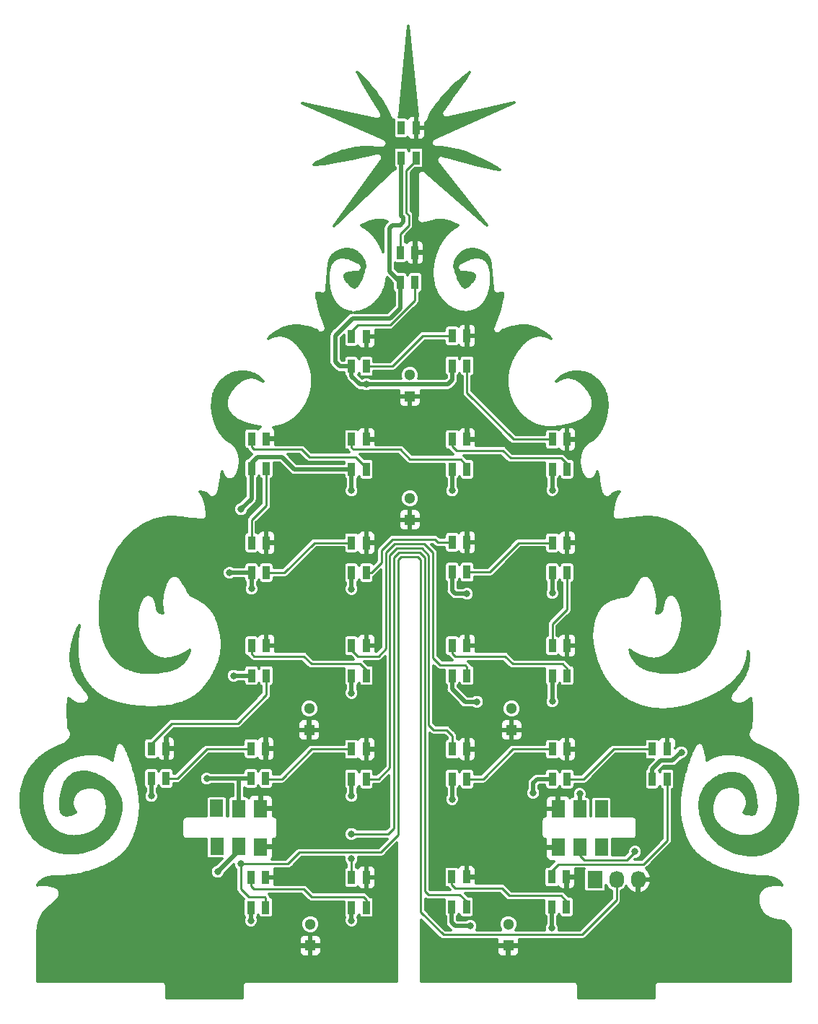
<source format=gbr>
G04 #@! TF.GenerationSoftware,KiCad,Pcbnew,(5.0.0)*
G04 #@! TF.CreationDate,2018-10-18T15:05:02+03:00*
G04 #@! TF.ProjectId,side2star,7369646532737461722E6B696361645F,rev?*
G04 #@! TF.SameCoordinates,Original*
G04 #@! TF.FileFunction,Copper,L2,Bot,Signal*
G04 #@! TF.FilePolarity,Positive*
%FSLAX46Y46*%
G04 Gerber Fmt 4.6, Leading zero omitted, Abs format (unit mm)*
G04 Created by KiCad (PCBNEW (5.0.0)) date 10/18/18 15:05:02*
%MOMM*%
%LPD*%
G01*
G04 APERTURE LIST*
G04 #@! TA.AperFunction,ComponentPad*
%ADD10C,1.300000*%
G04 #@! TD*
G04 #@! TA.AperFunction,ComponentPad*
%ADD11R,1.300000X1.300000*%
G04 #@! TD*
G04 #@! TA.AperFunction,SMDPad,CuDef*
%ADD12R,1.600000X2.000000*%
G04 #@! TD*
G04 #@! TA.AperFunction,SMDPad,CuDef*
%ADD13R,0.850000X1.600000*%
G04 #@! TD*
G04 #@! TA.AperFunction,ComponentPad*
%ADD14R,1.727200X2.032000*%
G04 #@! TD*
G04 #@! TA.AperFunction,ComponentPad*
%ADD15O,1.727200X2.032000*%
G04 #@! TD*
G04 #@! TA.AperFunction,ViaPad*
%ADD16C,0.800000*%
G04 #@! TD*
G04 #@! TA.AperFunction,Conductor*
%ADD17C,0.500000*%
G04 #@! TD*
G04 #@! TA.AperFunction,Conductor*
%ADD18C,0.250000*%
G04 #@! TD*
G04 #@! TA.AperFunction,Conductor*
%ADD19C,0.300000*%
G04 #@! TD*
G04 APERTURE END LIST*
D10*
G04 #@! TO.P,REF\002A\002A,2*
G04 #@! TO.N,VDD*
X140081000Y-62524000D03*
D11*
G04 #@! TO.P,REF\002A\002A,1*
G04 #@! TO.N,GND*
X140081000Y-65024000D03*
G04 #@! TD*
G04 #@! TO.P,REF\002A\002A,1*
G04 #@! TO.N,GND*
X140081000Y-79502000D03*
D10*
G04 #@! TO.P,REF\002A\002A,2*
G04 #@! TO.N,VDD*
X140081000Y-77002000D03*
G04 #@! TD*
D11*
G04 #@! TO.P,REF\002A\002A,1*
G04 #@! TO.N,GND*
X152019000Y-104140000D03*
D10*
G04 #@! TO.P,REF\002A\002A,2*
G04 #@! TO.N,VDD*
X152019000Y-101640000D03*
G04 #@! TD*
G04 #@! TO.P,REF\002A\002A,2*
G04 #@! TO.N,VDD*
X128270000Y-101640000D03*
D11*
G04 #@! TO.P,REF\002A\002A,1*
G04 #@! TO.N,GND*
X128270000Y-104140000D03*
G04 #@! TD*
G04 #@! TO.P,REF\002A\002A,1*
G04 #@! TO.N,GND*
X128397000Y-129413000D03*
D10*
G04 #@! TO.P,REF\002A\002A,2*
G04 #@! TO.N,VDD*
X128397000Y-126913000D03*
G04 #@! TD*
D12*
G04 #@! TO.P,REF\002A\002A,1*
G04 #@! TO.N,N/C*
X117425751Y-117788676D03*
G04 #@! TD*
G04 #@! TO.P,REF\002A\002A,1*
G04 #@! TO.N,N/C*
X117411500Y-113334800D03*
G04 #@! TD*
G04 #@! TO.P,REF\002A\002A,1*
G04 #@! TO.N,VDD*
X119978451Y-117814076D03*
G04 #@! TD*
G04 #@! TO.P,REF\002A\002A,1*
G04 #@! TO.N,VDD*
X119989600Y-113347500D03*
G04 #@! TD*
G04 #@! TO.P,REF\002A\002A,1*
G04 #@! TO.N,GND*
X122581951Y-117839476D03*
G04 #@! TD*
G04 #@! TO.P,REF\002A\002A,1*
G04 #@! TO.N,GND*
X122580400Y-113347500D03*
G04 #@! TD*
G04 #@! TO.P,REF\002A\002A,1*
G04 #@! TO.N,N/C*
X162561551Y-117852176D03*
G04 #@! TD*
G04 #@! TO.P,REF\002A\002A,1*
G04 #@! TO.N,VDD*
X160008851Y-117864876D03*
G04 #@! TD*
G04 #@! TO.P,REF\002A\002A,1*
G04 #@! TO.N,GND*
X157481551Y-117890276D03*
G04 #@! TD*
G04 #@! TO.P,REF\002A\002A,1*
G04 #@! TO.N,N/C*
X162547300Y-113398300D03*
G04 #@! TD*
G04 #@! TO.P,REF\002A\002A,1*
G04 #@! TO.N,GND*
X157480000Y-113398300D03*
G04 #@! TD*
G04 #@! TO.P,REF\002A\002A,1*
G04 #@! TO.N,VDD*
X160020000Y-113398300D03*
G04 #@! TD*
D13*
G04 #@! TO.P,HL5,1*
G04 #@! TO.N,Net-(HL2-Pad1)*
X168543000Y-106390500D03*
G04 #@! TO.P,HL5,2*
G04 #@! TO.N,GND*
X170293000Y-106390500D03*
G04 #@! TO.P,HL5,4*
G04 #@! TO.N,VDD*
X168543000Y-109890500D03*
G04 #@! TO.P,HL5,3*
G04 #@! TO.N,Net-(HL2-Pad3)*
X170293000Y-109890500D03*
G04 #@! TD*
G04 #@! TO.P,HL6,3*
G04 #@! TO.N,Net-(HL2-Pad1)*
X158545500Y-109890500D03*
G04 #@! TO.P,HL6,4*
G04 #@! TO.N,VDD*
X156795500Y-109890500D03*
G04 #@! TO.P,HL6,2*
G04 #@! TO.N,GND*
X158545500Y-106390500D03*
G04 #@! TO.P,HL6,1*
G04 #@! TO.N,Net-(HL4-Pad1)*
X156795500Y-106390500D03*
G04 #@! TD*
G04 #@! TO.P,HL7,1*
G04 #@! TO.N,Net-(HL6-Pad1)*
X145048000Y-106390500D03*
G04 #@! TO.P,HL7,2*
G04 #@! TO.N,GND*
X146798000Y-106390500D03*
G04 #@! TO.P,HL7,4*
G04 #@! TO.N,VDD*
X145048000Y-109890500D03*
G04 #@! TO.P,HL7,3*
G04 #@! TO.N,Net-(HL4-Pad1)*
X146798000Y-109890500D03*
G04 #@! TD*
G04 #@! TO.P,HL8,3*
G04 #@! TO.N,Net-(HL6-Pad1)*
X134987000Y-109890500D03*
G04 #@! TO.P,HL8,4*
G04 #@! TO.N,VDD*
X133237000Y-109890500D03*
G04 #@! TO.P,HL8,2*
G04 #@! TO.N,GND*
X134987000Y-106390500D03*
G04 #@! TO.P,HL8,1*
G04 #@! TO.N,Net-(HL10-Pad3)*
X133237000Y-106390500D03*
G04 #@! TD*
G04 #@! TO.P,HL10,3*
G04 #@! TO.N,Net-(HL10-Pad1)*
X111492000Y-109827000D03*
G04 #@! TO.P,HL10,4*
G04 #@! TO.N,VDD*
X109742000Y-109827000D03*
G04 #@! TO.P,HL10,2*
G04 #@! TO.N,GND*
X111492000Y-106327000D03*
G04 #@! TO.P,HL10,1*
G04 #@! TO.N,Net-(HL12-Pad1)*
X109742000Y-106327000D03*
G04 #@! TD*
G04 #@! TO.P,HL11,1*
G04 #@! TO.N,Net-(HL14-Pad1)*
X121489500Y-94262000D03*
G04 #@! TO.P,HL11,2*
G04 #@! TO.N,GND*
X123239500Y-94262000D03*
G04 #@! TO.P,HL11,4*
G04 #@! TO.N,VDD*
X121489500Y-97762000D03*
G04 #@! TO.P,HL11,3*
G04 #@! TO.N,Net-(HL12-Pad1)*
X123239500Y-97762000D03*
G04 #@! TD*
G04 #@! TO.P,HL12,3*
G04 #@! TO.N,Net-(HL14-Pad1)*
X134987000Y-97762000D03*
G04 #@! TO.P,HL12,4*
G04 #@! TO.N,VDD*
X133237000Y-97762000D03*
G04 #@! TO.P,HL12,2*
G04 #@! TO.N,GND*
X134987000Y-94262000D03*
G04 #@! TO.P,HL12,1*
G04 #@! TO.N,Net-(HL16-Pad1)*
X133237000Y-94262000D03*
G04 #@! TD*
G04 #@! TO.P,HL13,1*
G04 #@! TO.N,Net-(HL18-Pad1)*
X145048000Y-94262000D03*
G04 #@! TO.P,HL13,2*
G04 #@! TO.N,GND*
X146798000Y-94262000D03*
G04 #@! TO.P,HL13,4*
G04 #@! TO.N,VDD*
X145048000Y-97762000D03*
G04 #@! TO.P,HL13,3*
G04 #@! TO.N,Net-(HL16-Pad1)*
X146798000Y-97762000D03*
G04 #@! TD*
G04 #@! TO.P,HL14,3*
G04 #@! TO.N,Net-(HL18-Pad1)*
X158545500Y-97762000D03*
G04 #@! TO.P,HL14,4*
G04 #@! TO.N,VDD*
X156795500Y-97762000D03*
G04 #@! TO.P,HL14,2*
G04 #@! TO.N,GND*
X158545500Y-94262000D03*
G04 #@! TO.P,HL14,1*
G04 #@! TO.N,Net-(HL20-Pad1)*
X156795500Y-94262000D03*
G04 #@! TD*
G04 #@! TO.P,HL15,1*
G04 #@! TO.N,Net-(HL22-Pad1)*
X156795500Y-82197000D03*
G04 #@! TO.P,HL15,2*
G04 #@! TO.N,GND*
X158545500Y-82197000D03*
G04 #@! TO.P,HL15,4*
G04 #@! TO.N,VDD*
X156795500Y-85697000D03*
G04 #@! TO.P,HL15,3*
G04 #@! TO.N,Net-(HL20-Pad1)*
X158545500Y-85697000D03*
G04 #@! TD*
G04 #@! TO.P,HL16,3*
G04 #@! TO.N,Net-(HL22-Pad1)*
X146798000Y-85633500D03*
G04 #@! TO.P,HL16,4*
G04 #@! TO.N,VDD*
X145048000Y-85633500D03*
G04 #@! TO.P,HL16,2*
G04 #@! TO.N,GND*
X146798000Y-82133500D03*
G04 #@! TO.P,HL16,1*
G04 #@! TO.N,Net-(HL24-Pad1)*
X145048000Y-82133500D03*
G04 #@! TD*
G04 #@! TO.P,HL17,1*
G04 #@! TO.N,Net-(HL26-Pad1)*
X133237000Y-82197000D03*
G04 #@! TO.P,HL17,2*
G04 #@! TO.N,GND*
X134987000Y-82197000D03*
G04 #@! TO.P,HL17,4*
G04 #@! TO.N,VDD*
X133237000Y-85697000D03*
G04 #@! TO.P,HL17,3*
G04 #@! TO.N,Net-(HL24-Pad1)*
X134987000Y-85697000D03*
G04 #@! TD*
G04 #@! TO.P,HL18,3*
G04 #@! TO.N,Net-(HL26-Pad1)*
X123239500Y-85697000D03*
G04 #@! TO.P,HL18,4*
G04 #@! TO.N,VDD*
X121489500Y-85697000D03*
G04 #@! TO.P,HL18,2*
G04 #@! TO.N,GND*
X123239500Y-82197000D03*
G04 #@! TO.P,HL18,1*
G04 #@! TO.N,Net-(HL28-Pad1)*
X121489500Y-82197000D03*
G04 #@! TD*
G04 #@! TO.P,HL19,3*
G04 #@! TO.N,Net-(HL28-Pad1)*
X123239500Y-73505000D03*
G04 #@! TO.P,HL19,4*
G04 #@! TO.N,VDD*
X121489500Y-73505000D03*
G04 #@! TO.P,HL19,2*
G04 #@! TO.N,GND*
X123239500Y-70005000D03*
G04 #@! TO.P,HL19,1*
G04 #@! TO.N,Net-(HL30-Pad1)*
X121489500Y-70005000D03*
G04 #@! TD*
D14*
G04 #@! TO.P,XP1,1*
G04 #@! TO.N,VDD*
X161798000Y-121666000D03*
D15*
G04 #@! TO.P,XP1,2*
G04 #@! TO.N,LED_S*
X164338000Y-121666000D03*
G04 #@! TO.P,XP1,3*
G04 #@! TO.N,GND*
X166878000Y-121666000D03*
G04 #@! TD*
D13*
G04 #@! TO.P,HL20,3*
G04 #@! TO.N,Net-(HL30-Pad1)*
X134987000Y-73568500D03*
G04 #@! TO.P,HL20,4*
G04 #@! TO.N,VDD*
X133237000Y-73568500D03*
G04 #@! TO.P,HL20,2*
G04 #@! TO.N,GND*
X134987000Y-70068500D03*
G04 #@! TO.P,HL20,1*
G04 #@! TO.N,Net-(HL32-Pad1)*
X133237000Y-70068500D03*
G04 #@! TD*
G04 #@! TO.P,HL21,1*
G04 #@! TO.N,Net-(HL34-Pad1)*
X145048000Y-70068500D03*
G04 #@! TO.P,HL21,2*
G04 #@! TO.N,GND*
X146798000Y-70068500D03*
G04 #@! TO.P,HL21,4*
G04 #@! TO.N,VDD*
X145048000Y-73568500D03*
G04 #@! TO.P,HL21,3*
G04 #@! TO.N,Net-(HL32-Pad1)*
X146798000Y-73568500D03*
G04 #@! TD*
G04 #@! TO.P,HL22,3*
G04 #@! TO.N,Net-(HL34-Pad1)*
X158545500Y-73568500D03*
G04 #@! TO.P,HL22,4*
G04 #@! TO.N,VDD*
X156795500Y-73568500D03*
G04 #@! TO.P,HL22,2*
G04 #@! TO.N,GND*
X158545500Y-70068500D03*
G04 #@! TO.P,HL22,1*
G04 #@! TO.N,Net-(HL36-Pad1)*
X156795500Y-70068500D03*
G04 #@! TD*
G04 #@! TO.P,HL23,1*
G04 #@! TO.N,Net-(HL38-Pad1)*
X145048000Y-57940000D03*
G04 #@! TO.P,HL23,2*
G04 #@! TO.N,GND*
X146798000Y-57940000D03*
G04 #@! TO.P,HL23,4*
G04 #@! TO.N,VDD*
X145048000Y-61440000D03*
G04 #@! TO.P,HL23,3*
G04 #@! TO.N,Net-(HL36-Pad1)*
X146798000Y-61440000D03*
G04 #@! TD*
G04 #@! TO.P,HL24,3*
G04 #@! TO.N,Net-(HL38-Pad1)*
X134987000Y-61503500D03*
G04 #@! TO.P,HL24,4*
G04 #@! TO.N,VDD*
X133237000Y-61503500D03*
G04 #@! TO.P,HL24,2*
G04 #@! TO.N,GND*
X134987000Y-58003500D03*
G04 #@! TO.P,HL24,1*
G04 #@! TO.N,Net-(HL40-Pad1)*
X133237000Y-58003500D03*
G04 #@! TD*
G04 #@! TO.P,HL1,1*
G04 #@! TO.N,Net-(HL42-Pad1)*
X121426000Y-121440000D03*
G04 #@! TO.P,HL1,2*
G04 #@! TO.N,GND*
X123176000Y-121440000D03*
G04 #@! TO.P,HL1,4*
G04 #@! TO.N,VDD*
X121426000Y-124940000D03*
G04 #@! TO.P,HL1,3*
G04 #@! TO.N,LED_S*
X123176000Y-124940000D03*
G04 #@! TD*
G04 #@! TO.P,HL2,3*
G04 #@! TO.N,Net-(HL42-Pad1)*
X134987000Y-124940000D03*
G04 #@! TO.P,HL2,4*
G04 #@! TO.N,VDD*
X133237000Y-124940000D03*
G04 #@! TO.P,HL2,2*
G04 #@! TO.N,GND*
X134987000Y-121440000D03*
G04 #@! TO.P,HL2,1*
G04 #@! TO.N,Net-(HL44-Pad1)*
X133237000Y-121440000D03*
G04 #@! TD*
G04 #@! TO.P,HL3,1*
G04 #@! TO.N,Net-(HL46-Pad1)*
X144984500Y-121376500D03*
G04 #@! TO.P,HL3,2*
G04 #@! TO.N,GND*
X146734500Y-121376500D03*
G04 #@! TO.P,HL3,4*
G04 #@! TO.N,VDD*
X144984500Y-124876500D03*
G04 #@! TO.P,HL3,3*
G04 #@! TO.N,Net-(HL44-Pad1)*
X146734500Y-124876500D03*
G04 #@! TD*
G04 #@! TO.P,HL4,3*
G04 #@! TO.N,Net-(HL46-Pad1)*
X158482000Y-124876500D03*
G04 #@! TO.P,HL4,4*
G04 #@! TO.N,VDD*
X156732000Y-124876500D03*
G04 #@! TO.P,HL4,2*
G04 #@! TO.N,GND*
X158482000Y-121376500D03*
G04 #@! TO.P,HL4,1*
G04 #@! TO.N,Net-(HL2-Pad3)*
X156732000Y-121376500D03*
G04 #@! TD*
G04 #@! TO.P,HL25,3*
G04 #@! TO.N,Net-(HL40-Pad1)*
X140702000Y-51661000D03*
G04 #@! TO.P,HL25,4*
G04 #@! TO.N,VDD*
X138952000Y-51661000D03*
G04 #@! TO.P,HL25,2*
G04 #@! TO.N,GND*
X140702000Y-48161000D03*
G04 #@! TO.P,HL25,1*
G04 #@! TO.N,Net-(HL50-Pad1)*
X138952000Y-48161000D03*
G04 #@! TD*
G04 #@! TO.P,HL26,3*
G04 #@! TO.N,Net-(HL50-Pad1)*
X140829000Y-37056000D03*
G04 #@! TO.P,HL26,4*
G04 #@! TO.N,VDD*
X139079000Y-37056000D03*
G04 #@! TO.P,HL26,2*
G04 #@! TO.N,GND*
X140829000Y-33556000D03*
G04 #@! TO.P,HL26,1*
G04 #@! TO.N,N/C*
X139079000Y-33556000D03*
G04 #@! TD*
G04 #@! TO.P,HL9,3*
G04 #@! TO.N,Net-(HL10-Pad3)*
X123176000Y-109827000D03*
G04 #@! TO.P,HL9,4*
G04 #@! TO.N,VDD*
X121426000Y-109827000D03*
G04 #@! TO.P,HL9,2*
G04 #@! TO.N,GND*
X123176000Y-106327000D03*
G04 #@! TO.P,HL9,1*
G04 #@! TO.N,Net-(HL10-Pad1)*
X121426000Y-106327000D03*
G04 #@! TD*
D10*
G04 #@! TO.P,REF\002A\002A,2*
G04 #@! TO.N,VDD*
X151638000Y-126913000D03*
D11*
G04 #@! TO.P,REF\002A\002A,1*
G04 #@! TO.N,GND*
X151638000Y-129413000D03*
G04 #@! TD*
D16*
G04 #@! TO.N,GND*
X127736600Y-120446800D03*
X154178000Y-77343000D03*
X124587000Y-77724000D03*
X142875000Y-33401000D03*
X143383000Y-103251000D03*
X130937000Y-109347000D03*
X133223000Y-102870000D03*
X133223000Y-91948000D03*
X133096000Y-114046000D03*
X154051000Y-80772000D03*
X153162000Y-85725000D03*
X170307000Y-104521000D03*
X175387000Y-106299000D03*
X151257000Y-121412000D03*
X154305000Y-94234000D03*
X153416000Y-68707000D03*
X112522000Y-104648000D03*
X143383000Y-105283000D03*
X153035000Y-109728000D03*
X153416000Y-105156000D03*
X145669000Y-119253000D03*
X122428000Y-129667000D03*
X114808000Y-105918000D03*
X143129000Y-110363000D03*
X136271000Y-45466000D03*
X137033000Y-54102000D03*
X165354000Y-111252000D03*
X150241000Y-125476000D03*
X145161000Y-131191000D03*
X182245000Y-131445000D03*
X110744000Y-83058000D03*
X103378000Y-103632000D03*
X128143000Y-98298000D03*
X151130000Y-98933000D03*
X129794000Y-85852000D03*
X139319000Y-74549000D03*
X126492000Y-74803000D03*
X143256000Y-45466000D03*
X142494000Y-54102000D03*
X141224000Y-60452000D03*
X155448000Y-87249000D03*
X144272000Y-88900000D03*
X127000000Y-72390000D03*
X153797000Y-124714000D03*
X143637000Y-126238000D03*
X117335300Y-108800900D03*
X165379400Y-108953300D03*
X169519600Y-121666000D03*
X112712500Y-115595400D03*
X106591100Y-124510800D03*
G04 #@! TO.N,VDD*
X135001000Y-63627000D03*
X133237000Y-87616000D03*
X121489500Y-87580500D03*
X119408000Y-97762000D03*
X133237000Y-99808000D03*
X133237000Y-111873000D03*
X109742000Y-111873000D03*
X133237000Y-126478000D03*
X121426000Y-126478000D03*
X133237000Y-76059000D03*
X145048000Y-76059000D03*
X156795500Y-76023500D03*
X156795500Y-88088500D03*
X146775000Y-88175000D03*
X147955000Y-100838000D03*
X156795500Y-100788500D03*
X145048000Y-112254000D03*
X156732000Y-127367000D03*
X147193000Y-127127000D03*
X154559000Y-111506000D03*
X116253200Y-109827000D03*
X160020000Y-111620300D03*
X166509700Y-118414800D03*
X117538500Y-120751600D03*
X171958000Y-106743500D03*
X120269000Y-78244700D03*
X118932900Y-85697000D03*
G04 #@! TO.N,LED_S*
X120243600Y-119849900D03*
G04 #@! TO.N,Net-(HL44-Pad1)*
X133223000Y-116332000D03*
X133223000Y-119253000D03*
G04 #@! TD*
D17*
G04 #@! TO.N,VDD*
X139079000Y-37500500D02*
X139079000Y-43829000D01*
X139079000Y-43829000D02*
X139319000Y-44069000D01*
X139319000Y-44069000D02*
X139319000Y-44577000D01*
X139319000Y-44577000D02*
X138938000Y-44958000D01*
X138938000Y-44958000D02*
X138049000Y-44958000D01*
X138049000Y-44958000D02*
X137668000Y-45339000D01*
X137668000Y-50377000D02*
X138952000Y-51661000D01*
X137668000Y-45339000D02*
X137668000Y-50377000D01*
X133237000Y-61503500D02*
X133237000Y-62625000D01*
X133237000Y-62625000D02*
X134239000Y-63627000D01*
X145048000Y-63105000D02*
X145048000Y-61440000D01*
X144526000Y-63627000D02*
X145048000Y-63105000D01*
X145048000Y-97762000D02*
X145048000Y-98820000D01*
X135001000Y-63627000D02*
X144526000Y-63627000D01*
X134239000Y-63627000D02*
X135001000Y-63627000D01*
X133237000Y-85697000D02*
X133237000Y-87616000D01*
X121489500Y-85697000D02*
X121489500Y-87580500D01*
X121489500Y-97762000D02*
X119408000Y-97762000D01*
X133237000Y-97762000D02*
X133237000Y-99808000D01*
X133237000Y-109890500D02*
X133237000Y-111873000D01*
X109742000Y-109827000D02*
X109742000Y-111873000D01*
X133237000Y-124940000D02*
X133237000Y-126478000D01*
X121426000Y-124940000D02*
X121426000Y-126478000D01*
X133237000Y-73568500D02*
X133237000Y-76059000D01*
X145048000Y-73568500D02*
X145048000Y-76059000D01*
X156795500Y-73568500D02*
X156795500Y-76023500D01*
X156795500Y-85697000D02*
X156795500Y-88088500D01*
X145048000Y-85633500D02*
X145048000Y-87771000D01*
X145048000Y-87771000D02*
X145415000Y-88138000D01*
X145415000Y-88138000D02*
X146738000Y-88138000D01*
X146738000Y-88138000D02*
X146775000Y-88175000D01*
X145048000Y-97762000D02*
X145048000Y-99328000D01*
X145048000Y-99328000D02*
X146558000Y-100838000D01*
X146558000Y-100838000D02*
X147955000Y-100838000D01*
X156795500Y-97762000D02*
X156795500Y-100788500D01*
X145048000Y-109890500D02*
X145048000Y-112254000D01*
X168543000Y-109890500D02*
X168543000Y-108952000D01*
X156732000Y-124876500D02*
X156732000Y-127367000D01*
X145415000Y-127127000D02*
X147193000Y-127127000D01*
X144984500Y-126696500D02*
X145415000Y-127127000D01*
X144984500Y-124876500D02*
X144984500Y-126696500D01*
X138952000Y-54671814D02*
X138952000Y-51661000D01*
X133237000Y-61503500D02*
X131861500Y-61503500D01*
X131861500Y-61503500D02*
X131318000Y-60960000D01*
X131318000Y-60960000D02*
X131318000Y-57912000D01*
X131318000Y-57912000D02*
X133350000Y-55880000D01*
X133350000Y-55880000D02*
X137743814Y-55880000D01*
X137743814Y-55880000D02*
X138952000Y-54671814D01*
X156795500Y-109890500D02*
X155031500Y-109890500D01*
X155031500Y-109890500D02*
X154559000Y-110363000D01*
X154559000Y-110363000D02*
X154559000Y-111506000D01*
X160020000Y-113398300D02*
X160020000Y-111620300D01*
D18*
X160008851Y-117864876D02*
X160008851Y-118873551D01*
X160008851Y-118873551D02*
X160515300Y-119380000D01*
X160515300Y-119380000D02*
X165557200Y-119380000D01*
X166509700Y-118427500D02*
X166509700Y-118414800D01*
X165557200Y-119380000D02*
X166509700Y-118427500D01*
D17*
X119989600Y-113347500D02*
X119989600Y-111620300D01*
X119989600Y-111620300D02*
X119989600Y-109827000D01*
X121426000Y-109827000D02*
X119989600Y-109827000D01*
X119989600Y-109827000D02*
X116253200Y-109827000D01*
X119978451Y-117814076D02*
X119978451Y-118311649D01*
X119978451Y-118311649D02*
X117538500Y-120751600D01*
X168543000Y-109890500D02*
X168543000Y-108748800D01*
X168543000Y-108748800D02*
X169570400Y-107721400D01*
X169570400Y-107721400D02*
X170916600Y-107721400D01*
X171894500Y-106743500D02*
X171958000Y-106743500D01*
X170916600Y-107721400D02*
X171894500Y-106743500D01*
X121489500Y-85697000D02*
X118932900Y-85697000D01*
X121489500Y-73505000D02*
X121489500Y-72820500D01*
X126527500Y-73568500D02*
X133237000Y-73568500D01*
X122174000Y-72136000D02*
X125095000Y-72136000D01*
X125095000Y-72136000D02*
X126527500Y-73568500D01*
X121489500Y-72820500D02*
X122174000Y-72136000D01*
X121489500Y-77024200D02*
X120269000Y-78244700D01*
X121489500Y-73505000D02*
X121489500Y-77024200D01*
D18*
G04 #@! TO.N,LED_S*
X123176000Y-123811000D02*
X123176000Y-124940000D01*
X144018000Y-128143000D02*
X160274000Y-128143000D01*
X160274000Y-128143000D02*
X164338000Y-124079000D01*
X164338000Y-124079000D02*
X164338000Y-121666000D01*
X138684000Y-84201000D02*
X139065000Y-83820000D01*
X138684000Y-116459000D02*
X138684000Y-84201000D01*
X136652000Y-118491000D02*
X138684000Y-116459000D01*
X141351000Y-125476000D02*
X144018000Y-128143000D01*
X139065000Y-83820000D02*
X140970000Y-83820000D01*
X140970000Y-83820000D02*
X141351000Y-84201000D01*
X141351000Y-84201000D02*
X141351000Y-125476000D01*
X123063000Y-123698000D02*
X123176000Y-123811000D01*
X120269000Y-122809000D02*
X121158000Y-123698000D01*
X120243600Y-119849900D02*
X120269000Y-122809000D01*
X121158000Y-123698000D02*
X123063000Y-123698000D01*
X125780800Y-119849900D02*
X127139700Y-118491000D01*
X120243600Y-119849900D02*
X125780800Y-119849900D01*
X127139700Y-118491000D02*
X136652000Y-118491000D01*
G04 #@! TO.N,Net-(HL2-Pad1)*
X158545500Y-109890500D02*
X160492500Y-109890500D01*
X163992500Y-106390500D02*
X168543000Y-106390500D01*
X160492500Y-109890500D02*
X163992500Y-106390500D01*
G04 #@! TO.N,Net-(HL4-Pad1)*
X146798000Y-109890500D02*
X148681500Y-109890500D01*
X152181500Y-106390500D02*
X156795500Y-106390500D01*
X148681500Y-109890500D02*
X152181500Y-106390500D01*
G04 #@! TO.N,Net-(HL6-Pad1)*
X134987000Y-109890500D02*
X136420490Y-109890500D01*
X136420490Y-109890500D02*
X137725990Y-108585000D01*
X137725990Y-108585000D02*
X137725990Y-83635010D01*
X137725990Y-83635010D02*
X138557000Y-82804000D01*
X138557000Y-82804000D02*
X141478000Y-82804000D01*
X141478000Y-82804000D02*
X142309010Y-83635010D01*
X142309010Y-83635010D02*
X142309010Y-103574010D01*
X142309010Y-103574010D02*
X142875000Y-104140000D01*
X142875000Y-104140000D02*
X144399000Y-104140000D01*
X145048000Y-104789000D02*
X145048000Y-106390500D01*
X144399000Y-104140000D02*
X145048000Y-104789000D01*
G04 #@! TO.N,Net-(HL10-Pad3)*
X123239500Y-109890500D02*
X125059500Y-109890500D01*
X128559500Y-106390500D02*
X133237000Y-106390500D01*
X125059500Y-109890500D02*
X128559500Y-106390500D01*
G04 #@! TO.N,Net-(HL10-Pad1)*
X111492000Y-109827000D02*
X112804000Y-109827000D01*
X116240500Y-106390500D02*
X121489500Y-106390500D01*
X112804000Y-109827000D02*
X116240500Y-106390500D01*
G04 #@! TO.N,Net-(HL12-Pad1)*
X109742000Y-106327000D02*
X109742000Y-105777000D01*
X109742000Y-105777000D02*
X112141000Y-103378000D01*
X112141000Y-103378000D02*
X119888000Y-103378000D01*
X123239500Y-100026500D02*
X123239500Y-97762000D01*
X119888000Y-103378000D02*
X123239500Y-100026500D01*
G04 #@! TO.N,Net-(HL14-Pad1)*
X134987000Y-97762000D02*
X134987000Y-97141000D01*
X134987000Y-97141000D02*
X134239000Y-96393000D01*
X121489500Y-94262000D02*
X121489500Y-95200500D01*
X121489500Y-95200500D02*
X121793000Y-95504000D01*
X127635000Y-95504000D02*
X128524000Y-96393000D01*
X121793000Y-95504000D02*
X127635000Y-95504000D01*
X134239000Y-96393000D02*
X128524000Y-96393000D01*
G04 #@! TO.N,Net-(HL16-Pad1)*
X133237000Y-94262000D02*
X133237000Y-94756000D01*
X133237000Y-94756000D02*
X133985000Y-95504000D01*
X133985000Y-95504000D02*
X136386980Y-95504000D01*
X136386980Y-95504000D02*
X137275980Y-94615000D01*
X137275980Y-94615000D02*
X137275980Y-83323020D01*
X137275980Y-83323020D02*
X138303000Y-82296000D01*
X138303000Y-82296000D02*
X141732000Y-82296000D01*
X141732000Y-82296000D02*
X142759020Y-83323020D01*
X142759020Y-83323020D02*
X142759020Y-95642020D01*
X142759020Y-95642020D02*
X143637000Y-96520000D01*
X143637000Y-96520000D02*
X146558000Y-96520000D01*
X146798000Y-96760000D02*
X146798000Y-97762000D01*
X146558000Y-96520000D02*
X146798000Y-96760000D01*
G04 #@! TO.N,Net-(HL18-Pad1)*
X158545500Y-97762000D02*
X158545500Y-96950500D01*
X158545500Y-96950500D02*
X157988000Y-96393000D01*
X157988000Y-96393000D02*
X152146000Y-96393000D01*
X152146000Y-96393000D02*
X151257000Y-95504000D01*
X151257000Y-95504000D02*
X145415000Y-95504000D01*
X145048000Y-95137000D02*
X145048000Y-94262000D01*
X145415000Y-95504000D02*
X145048000Y-95137000D01*
G04 #@! TO.N,Net-(HL20-Pad1)*
X156795500Y-94262000D02*
X156795500Y-91743500D01*
X158545500Y-89993500D02*
X158545500Y-85697000D01*
X156795500Y-91743500D02*
X158545500Y-89993500D01*
G04 #@! TO.N,Net-(HL22-Pad1)*
X146798000Y-85633500D02*
X149443500Y-85633500D01*
X152880000Y-82197000D02*
X156795500Y-82197000D01*
X149443500Y-85633500D02*
X152880000Y-82197000D01*
G04 #@! TO.N,Net-(HL24-Pad1)*
X134987000Y-85697000D02*
X135583970Y-85697000D01*
X135583970Y-85697000D02*
X136779000Y-84501970D01*
X136779000Y-84501970D02*
X136779000Y-83058000D01*
X136779000Y-83058000D02*
X138049000Y-81788000D01*
X138049000Y-81788000D02*
X143002000Y-81788000D01*
X143347500Y-82133500D02*
X145048000Y-82133500D01*
X143002000Y-81788000D02*
X143347500Y-82133500D01*
G04 #@! TO.N,Net-(HL26-Pad1)*
X123239500Y-85697000D02*
X125377000Y-85697000D01*
X128877000Y-82197000D02*
X133237000Y-82197000D01*
X125377000Y-85697000D02*
X128877000Y-82197000D01*
G04 #@! TO.N,Net-(HL28-Pad1)*
X121489500Y-82197000D02*
X121489500Y-79551500D01*
X123239500Y-77801500D02*
X123239500Y-73505000D01*
X121489500Y-79551500D02*
X123239500Y-77801500D01*
G04 #@! TO.N,Net-(HL30-Pad1)*
X134987000Y-73568500D02*
X134987000Y-73392000D01*
X134987000Y-73392000D02*
X133731000Y-72136000D01*
X133731000Y-72136000D02*
X128270000Y-72136000D01*
X128270000Y-72136000D02*
X127381000Y-71247000D01*
X127381000Y-71247000D02*
X121793000Y-71247000D01*
X121489500Y-70943500D02*
X121489500Y-70005000D01*
X121793000Y-71247000D02*
X121489500Y-70943500D01*
G04 #@! TO.N,Net-(HL32-Pad1)*
X146798000Y-73568500D02*
X146798000Y-73138000D01*
X146798000Y-73138000D02*
X146050000Y-72390000D01*
X146050000Y-72390000D02*
X140081000Y-72390000D01*
X140081000Y-72390000D02*
X138938000Y-71247000D01*
X138938000Y-71247000D02*
X133477000Y-71247000D01*
X133237000Y-71007000D02*
X133237000Y-70068500D01*
X133477000Y-71247000D02*
X133237000Y-71007000D01*
G04 #@! TO.N,Net-(HL34-Pad1)*
X158545500Y-73568500D02*
X158545500Y-73328500D01*
X158545500Y-73568500D02*
X158545500Y-72947500D01*
X158545500Y-72947500D02*
X157861000Y-72263000D01*
X157861000Y-72263000D02*
X151892000Y-72263000D01*
X151892000Y-72263000D02*
X151003000Y-71374000D01*
X151003000Y-71374000D02*
X145542000Y-71374000D01*
X145048000Y-70880000D02*
X145048000Y-70068500D01*
X145542000Y-71374000D02*
X145048000Y-70880000D01*
G04 #@! TO.N,Net-(HL36-Pad1)*
X156795500Y-70068500D02*
X152237500Y-70068500D01*
X146798000Y-64629000D02*
X146798000Y-61440000D01*
X152237500Y-70068500D02*
X146798000Y-64629000D01*
G04 #@! TO.N,Net-(HL38-Pad1)*
X134987000Y-61503500D02*
X138013500Y-61503500D01*
X141577000Y-57940000D02*
X145048000Y-57940000D01*
X138013500Y-61503500D02*
X141577000Y-57940000D01*
G04 #@! TO.N,Net-(HL40-Pad1)*
X133237000Y-58003500D02*
X133237000Y-57390000D01*
X133237000Y-57390000D02*
X133985000Y-56642000D01*
X133985000Y-56642000D02*
X137795000Y-56642000D01*
X140702000Y-53735000D02*
X140702000Y-51661000D01*
X137795000Y-56642000D02*
X140702000Y-53735000D01*
G04 #@! TO.N,Net-(HL2-Pad3)*
X170293000Y-117108000D02*
X170293000Y-109890500D01*
X167538400Y-119862600D02*
X170293000Y-117108000D01*
X157505400Y-119862600D02*
X167538400Y-119862600D01*
X156732000Y-120636000D02*
X157505400Y-119862600D01*
X156732000Y-121376500D02*
X156732000Y-120636000D01*
G04 #@! TO.N,Net-(HL42-Pad1)*
X134987000Y-124940000D02*
X134987000Y-124065000D01*
X134987000Y-124065000D02*
X134620000Y-123698000D01*
X134620000Y-123698000D02*
X128524000Y-123698000D01*
X128524000Y-123698000D02*
X127635000Y-122809000D01*
X127635000Y-122809000D02*
X121793000Y-122809000D01*
X121426000Y-122442000D02*
X121426000Y-121440000D01*
X121793000Y-122809000D02*
X121426000Y-122442000D01*
G04 #@! TO.N,Net-(HL44-Pad1)*
X146734500Y-124876500D02*
X146734500Y-124255500D01*
X146734500Y-124255500D02*
X145923000Y-123444000D01*
X145923000Y-123444000D02*
X142240000Y-123444000D01*
X142240000Y-123444000D02*
X141859000Y-123063000D01*
X141859000Y-123063000D02*
X141859000Y-83947000D01*
X141859000Y-83947000D02*
X141224000Y-83312000D01*
X141224000Y-83312000D02*
X138811000Y-83312000D01*
X138811000Y-83312000D02*
X138176000Y-83947000D01*
X138176000Y-83947000D02*
X138176000Y-115697000D01*
X138176000Y-115697000D02*
X137541000Y-116332000D01*
X137541000Y-116332000D02*
X133223000Y-116332000D01*
X133223000Y-121426000D02*
X133237000Y-121440000D01*
X133223000Y-119253000D02*
X133223000Y-121426000D01*
G04 #@! TO.N,Net-(HL46-Pad1)*
X158482000Y-124876500D02*
X158482000Y-124192000D01*
X158482000Y-124192000D02*
X157861000Y-123571000D01*
X157861000Y-123571000D02*
X151765000Y-123571000D01*
X151765000Y-123571000D02*
X150876000Y-122682000D01*
X150876000Y-122682000D02*
X145415000Y-122682000D01*
X144984500Y-122251500D02*
X144984500Y-121376500D01*
X145415000Y-122682000D02*
X144984500Y-122251500D01*
G04 #@! TO.N,Net-(HL50-Pad1)*
X139654010Y-38526990D02*
X139654010Y-43515010D01*
X138952000Y-46595000D02*
X138952000Y-48161000D01*
X138952000Y-45960000D02*
X138952000Y-46595000D01*
X139954000Y-43815000D02*
X139954000Y-44958000D01*
X140829000Y-37352000D02*
X139654010Y-38526990D01*
X139654010Y-43515010D02*
X139954000Y-43815000D01*
X139954000Y-44958000D02*
X138952000Y-45960000D01*
X140829000Y-37056000D02*
X140829000Y-37352000D01*
G04 #@! TD*
D19*
G04 #@! TO.N,GND*
G36*
X140970476Y-32225024D02*
X140933000Y-32262500D01*
X140933000Y-33452000D01*
X141747500Y-33452000D01*
X141912000Y-33287500D01*
X141912000Y-32935949D01*
X141927630Y-32933079D01*
X141983303Y-32897054D01*
X142043910Y-32870138D01*
X142074303Y-32838171D01*
X142111330Y-32814211D01*
X142148978Y-32759626D01*
X142194673Y-32711563D01*
X142230028Y-32619715D01*
X142389353Y-32250551D01*
X142461957Y-32086638D01*
X142643215Y-31709453D01*
X142724046Y-31563154D01*
X142816094Y-31409709D01*
X142908323Y-31261318D01*
X143112973Y-30965654D01*
X143331447Y-30674302D01*
X143583153Y-30365432D01*
X143807530Y-30100406D01*
X144053493Y-29820169D01*
X144350799Y-29494999D01*
X144561635Y-29275603D01*
X144822937Y-29009977D01*
X145089844Y-28751560D01*
X145359854Y-28498515D01*
X145923304Y-28001901D01*
X146149740Y-27809610D01*
X146838557Y-27240577D01*
X147083817Y-27042148D01*
X146960420Y-27246123D01*
X146754312Y-27570381D01*
X146515629Y-27936993D01*
X146501707Y-27956614D01*
X146497911Y-27960344D01*
X146470404Y-28000734D01*
X146442099Y-28040629D01*
X146439923Y-28045492D01*
X146263233Y-28304939D01*
X145663836Y-29161692D01*
X145101912Y-29939390D01*
X144799664Y-30346085D01*
X143961593Y-31465702D01*
X143908971Y-31520680D01*
X143876842Y-31603318D01*
X143838586Y-31683285D01*
X143837441Y-31704659D01*
X143829683Y-31724613D01*
X143831624Y-31813252D01*
X143826882Y-31901775D01*
X143834004Y-31921962D01*
X143834473Y-31943362D01*
X143870182Y-32024501D01*
X143899682Y-32108113D01*
X143913988Y-32124039D01*
X143922610Y-32143629D01*
X143986656Y-32204931D01*
X144045903Y-32270884D01*
X144065211Y-32280121D01*
X144080677Y-32294924D01*
X144163314Y-32327053D01*
X144243282Y-32365309D01*
X144264656Y-32366454D01*
X144284610Y-32374212D01*
X144373248Y-32372271D01*
X144461772Y-32377013D01*
X144533539Y-32351692D01*
X152369914Y-30613809D01*
X143007003Y-34737931D01*
X142978854Y-34741392D01*
X142907629Y-34781703D01*
X142883267Y-34792434D01*
X142860589Y-34808326D01*
X142788432Y-34849165D01*
X142771647Y-34870656D01*
X142749313Y-34886307D01*
X142704787Y-34956259D01*
X142653749Y-35021605D01*
X142646465Y-35047885D01*
X142631822Y-35070890D01*
X142617455Y-35152553D01*
X142595308Y-35232459D01*
X142598635Y-35259525D01*
X142593910Y-35286384D01*
X142611889Y-35367333D01*
X142622006Y-35449626D01*
X142635438Y-35473358D01*
X142641351Y-35499982D01*
X142688940Y-35567890D01*
X142729779Y-35640048D01*
X142751270Y-35656833D01*
X142766921Y-35679167D01*
X142836873Y-35723693D01*
X142902219Y-35774731D01*
X142928499Y-35782015D01*
X142951504Y-35796658D01*
X143033167Y-35811025D01*
X143059848Y-35818420D01*
X143086389Y-35820388D01*
X143166998Y-35834570D01*
X143194687Y-35828420D01*
X143339155Y-35839134D01*
X143348346Y-35841347D01*
X143393073Y-35843133D01*
X143437759Y-35846447D01*
X143447152Y-35845292D01*
X143569703Y-35850186D01*
X143572493Y-35850827D01*
X143623779Y-35852345D01*
X143675095Y-35854394D01*
X143677925Y-35853948D01*
X143821532Y-35858198D01*
X144278181Y-35919871D01*
X144718419Y-35986954D01*
X144727451Y-35989880D01*
X144771878Y-35995100D01*
X144816131Y-36001843D01*
X144818792Y-36001723D01*
X145163788Y-36064772D01*
X145571271Y-36149630D01*
X145751836Y-36193196D01*
X145964637Y-36246895D01*
X146354697Y-36363667D01*
X146835509Y-36528831D01*
X147134086Y-36642346D01*
X147522805Y-36800358D01*
X147909980Y-36968093D01*
X148295928Y-37140538D01*
X148673895Y-37317737D01*
X149047086Y-37505360D01*
X149413340Y-37699091D01*
X149774424Y-37903875D01*
X150125643Y-38119644D01*
X150298097Y-38231823D01*
X150464031Y-38344474D01*
X150619486Y-38458581D01*
X150623197Y-38461608D01*
X150522951Y-38445003D01*
X150134497Y-38374213D01*
X149947671Y-38336451D01*
X149359587Y-38208468D01*
X148918261Y-38106829D01*
X147805190Y-37834122D01*
X146319661Y-37452214D01*
X146305802Y-37446456D01*
X146267303Y-37438754D01*
X146229269Y-37428976D01*
X146221703Y-37428557D01*
X144699152Y-37018541D01*
X143943914Y-36809437D01*
X143850123Y-36779410D01*
X143784106Y-36784893D01*
X143718043Y-36780011D01*
X143676095Y-36793863D01*
X143632071Y-36797519D01*
X143573175Y-36827849D01*
X143510274Y-36848620D01*
X143476822Y-36877468D01*
X143437547Y-36897694D01*
X143394741Y-36948254D01*
X143344575Y-36991516D01*
X143324709Y-37030970D01*
X143296165Y-37064685D01*
X143275966Y-37127778D01*
X143246175Y-37186944D01*
X143242920Y-37230998D01*
X143229450Y-37273071D01*
X143234933Y-37339088D01*
X143230051Y-37405151D01*
X143243903Y-37447099D01*
X143247559Y-37491123D01*
X143277888Y-37550017D01*
X143298660Y-37612920D01*
X143362975Y-37687499D01*
X149154817Y-44969525D01*
X141950828Y-38688949D01*
X141930631Y-38658757D01*
X141869067Y-38617668D01*
X141854911Y-38605327D01*
X141824111Y-38587664D01*
X141748637Y-38537292D01*
X141729735Y-38533543D01*
X141713016Y-38523955D01*
X141623012Y-38512373D01*
X141534017Y-38494720D01*
X141515120Y-38498489D01*
X141496002Y-38496029D01*
X141408423Y-38519771D01*
X141319440Y-38537519D01*
X141303419Y-38548236D01*
X141284820Y-38553278D01*
X141213003Y-38608719D01*
X141137576Y-38659176D01*
X141126876Y-38675208D01*
X141111622Y-38686984D01*
X141066483Y-38765696D01*
X141016111Y-38841170D01*
X141012361Y-38860073D01*
X141002774Y-38876791D01*
X140991192Y-38966794D01*
X140984285Y-39001615D01*
X140984295Y-39020393D01*
X140974848Y-39093805D01*
X140984352Y-39128865D01*
X140986816Y-43786522D01*
X140982629Y-43795996D01*
X140981046Y-43797459D01*
X140976798Y-43806670D01*
X140963010Y-43827505D01*
X140954429Y-43848483D01*
X140943513Y-43868336D01*
X140933973Y-43898494D01*
X140930186Y-43907751D01*
X140889420Y-43996154D01*
X140886768Y-44063471D01*
X140873917Y-44129603D01*
X140893330Y-44224992D01*
X140898446Y-44257315D01*
X140907853Y-44350681D01*
X140941412Y-44413128D01*
X140965942Y-44479643D01*
X140992739Y-44508638D01*
X141011429Y-44543417D01*
X141066332Y-44588269D01*
X141114448Y-44640332D01*
X141153752Y-44658457D01*
X141161902Y-44666979D01*
X141243484Y-44702924D01*
X141247742Y-44705188D01*
X141253122Y-44709615D01*
X141260032Y-44711721D01*
X141273430Y-44718844D01*
X141292943Y-44724716D01*
X141311589Y-44732931D01*
X141344692Y-44740287D01*
X141430064Y-44765976D01*
X141450863Y-44763880D01*
X141451712Y-44764069D01*
X141484629Y-44764804D01*
X141489944Y-44765335D01*
X141530883Y-44771356D01*
X141543754Y-44770708D01*
X141556573Y-44771988D01*
X141597756Y-44767989D01*
X141606834Y-44767531D01*
X141615242Y-44767719D01*
X141617050Y-44767017D01*
X141677286Y-44763984D01*
X141695760Y-44765448D01*
X141731274Y-44761265D01*
X141766979Y-44759467D01*
X141782127Y-44755653D01*
X141791202Y-44755994D01*
X141833393Y-44749237D01*
X141868369Y-44745117D01*
X141872541Y-44745058D01*
X141911607Y-44736710D01*
X141951052Y-44730393D01*
X141964482Y-44725412D01*
X142109359Y-44694455D01*
X142122512Y-44693642D01*
X142162251Y-44683153D01*
X142202427Y-44674568D01*
X142214524Y-44669355D01*
X142287404Y-44650119D01*
X142296199Y-44649293D01*
X142339701Y-44636315D01*
X142383609Y-44624725D01*
X142391549Y-44620846D01*
X142548989Y-44573875D01*
X142552672Y-44573480D01*
X142600830Y-44558409D01*
X142649255Y-44543962D01*
X142652534Y-44542229D01*
X142981101Y-44439405D01*
X143094275Y-44411954D01*
X143220054Y-44389750D01*
X143345816Y-44371509D01*
X143467965Y-44362645D01*
X143598605Y-44358956D01*
X143736554Y-44362669D01*
X143870486Y-44371833D01*
X144014609Y-44390787D01*
X144161925Y-44414339D01*
X144311590Y-44444642D01*
X144461741Y-44483622D01*
X144625710Y-44530171D01*
X144780185Y-44579742D01*
X145122904Y-44713901D01*
X145296056Y-44787520D01*
X145464981Y-44868985D01*
X145720548Y-45001792D01*
X145710063Y-45007512D01*
X145673086Y-45025461D01*
X145662590Y-45033411D01*
X145595548Y-45069987D01*
X145587773Y-45072674D01*
X145548059Y-45095895D01*
X145507664Y-45117933D01*
X145501349Y-45123207D01*
X145434283Y-45162421D01*
X145420991Y-45167799D01*
X145387595Y-45189719D01*
X145353127Y-45209873D01*
X145342404Y-45219382D01*
X145276007Y-45262963D01*
X145269491Y-45265796D01*
X145230759Y-45292663D01*
X145191373Y-45318515D01*
X145186310Y-45323495D01*
X145119548Y-45369806D01*
X145102744Y-45378522D01*
X145075137Y-45400612D01*
X145046084Y-45420765D01*
X145032933Y-45434382D01*
X144968577Y-45485877D01*
X144964110Y-45488299D01*
X144926313Y-45519695D01*
X144887952Y-45550390D01*
X144884681Y-45554277D01*
X144822120Y-45606243D01*
X144806816Y-45615883D01*
X144780537Y-45640784D01*
X144752691Y-45663914D01*
X144741301Y-45677962D01*
X144679417Y-45736600D01*
X144675241Y-45739337D01*
X144640131Y-45773826D01*
X144604401Y-45807682D01*
X144601516Y-45811758D01*
X144544591Y-45867676D01*
X144534673Y-45874820D01*
X144506014Y-45905571D01*
X144476024Y-45935030D01*
X144469142Y-45945134D01*
X144406911Y-46011906D01*
X144397265Y-46019526D01*
X144370034Y-46051474D01*
X144341424Y-46082172D01*
X144334961Y-46092623D01*
X144279857Y-46157272D01*
X144274806Y-46161460D01*
X144244750Y-46198460D01*
X144213834Y-46234732D01*
X144210634Y-46240459D01*
X144152841Y-46311606D01*
X144142475Y-46321129D01*
X144118749Y-46353574D01*
X144093407Y-46384772D01*
X144086835Y-46397218D01*
X144031463Y-46472939D01*
X144026012Y-46478230D01*
X143999538Y-46516597D01*
X143972000Y-46554256D01*
X143968796Y-46561150D01*
X143913140Y-46641809D01*
X143905647Y-46649675D01*
X143882423Y-46686326D01*
X143857780Y-46722040D01*
X143853474Y-46732012D01*
X143804538Y-46809241D01*
X143800680Y-46813462D01*
X143775563Y-46854969D01*
X143749609Y-46895928D01*
X143747551Y-46901260D01*
X143694625Y-46988719D01*
X143687402Y-46997294D01*
X143666623Y-47034994D01*
X143644339Y-47071819D01*
X143640518Y-47082359D01*
X143589111Y-47175628D01*
X143583063Y-47183345D01*
X143562998Y-47223005D01*
X143541547Y-47261925D01*
X143538581Y-47271268D01*
X143489014Y-47369243D01*
X143485781Y-47373537D01*
X143464584Y-47417531D01*
X143442532Y-47461119D01*
X143441088Y-47466297D01*
X143394535Y-47562916D01*
X143389272Y-47570409D01*
X143371042Y-47611675D01*
X143351480Y-47652276D01*
X143349193Y-47661134D01*
X143261375Y-47859925D01*
X143256770Y-47866921D01*
X143239514Y-47909410D01*
X143220980Y-47951365D01*
X143219155Y-47959540D01*
X143195944Y-48016692D01*
X143189973Y-48026648D01*
X143175589Y-48066812D01*
X143159544Y-48106320D01*
X143157359Y-48117716D01*
X143136100Y-48177078D01*
X143133657Y-48181319D01*
X143117843Y-48228056D01*
X143101222Y-48274468D01*
X143100503Y-48279305D01*
X143033312Y-48477888D01*
X143027228Y-48489731D01*
X143015980Y-48529113D01*
X143002855Y-48567903D01*
X143001130Y-48581103D01*
X142942565Y-48786149D01*
X142939840Y-48791761D01*
X142927706Y-48838174D01*
X142914525Y-48884322D01*
X142914015Y-48890542D01*
X142899450Y-48946250D01*
X142894048Y-48958948D01*
X142885775Y-48998557D01*
X142875538Y-49037714D01*
X142874719Y-49051492D01*
X142862501Y-49109991D01*
X142860414Y-49115185D01*
X142851439Y-49162953D01*
X142841496Y-49210560D01*
X142841442Y-49216161D01*
X142803685Y-49417123D01*
X142799820Y-49428040D01*
X142793695Y-49470295D01*
X142785817Y-49512227D01*
X142785940Y-49523799D01*
X142756871Y-49724346D01*
X142753709Y-49734500D01*
X142749113Y-49777871D01*
X142742856Y-49821039D01*
X142743413Y-49831660D01*
X142737638Y-49886160D01*
X142735401Y-49894184D01*
X142731937Y-49939957D01*
X142727099Y-49985614D01*
X142727854Y-49993911D01*
X142724068Y-50043940D01*
X142722570Y-50049807D01*
X142719984Y-50097912D01*
X142716350Y-50145935D01*
X142717080Y-50151944D01*
X142706416Y-50350309D01*
X142703225Y-50367033D01*
X142703515Y-50404286D01*
X142701515Y-50441489D01*
X142703935Y-50458343D01*
X142705512Y-50661005D01*
X142703897Y-50671736D01*
X142705933Y-50715090D01*
X142706271Y-50758490D01*
X142708471Y-50769117D01*
X142711081Y-50824684D01*
X142709676Y-50839104D01*
X142713617Y-50878693D01*
X142715484Y-50918432D01*
X142718974Y-50932494D01*
X142753263Y-51276895D01*
X142752848Y-51298434D01*
X142758617Y-51330672D01*
X142761862Y-51363264D01*
X142768138Y-51383875D01*
X142801634Y-51571049D01*
X142801624Y-51575837D01*
X142811173Y-51624356D01*
X142819876Y-51672987D01*
X142821621Y-51677441D01*
X142830969Y-51724938D01*
X142832008Y-51742153D01*
X142841409Y-51777983D01*
X142848561Y-51814320D01*
X142855127Y-51830263D01*
X142868350Y-51880660D01*
X142868911Y-51887296D01*
X142882081Y-51932989D01*
X142894156Y-51979009D01*
X142897072Y-51985000D01*
X142947937Y-52161477D01*
X142950563Y-52179041D01*
X142962910Y-52213425D01*
X142973025Y-52248519D01*
X142981176Y-52264292D01*
X143048135Y-52450759D01*
X143052156Y-52469074D01*
X143066401Y-52501627D01*
X143078411Y-52535073D01*
X143088071Y-52551148D01*
X143165490Y-52728070D01*
X143170224Y-52744636D01*
X143187163Y-52777598D01*
X143202017Y-52811543D01*
X143211869Y-52825674D01*
X143299876Y-52996928D01*
X143305713Y-53013361D01*
X143324586Y-53045014D01*
X143341426Y-53077782D01*
X143352267Y-53091436D01*
X143449442Y-53254408D01*
X143456412Y-53270659D01*
X143477134Y-53300850D01*
X143495876Y-53332282D01*
X143507714Y-53345404D01*
X143535722Y-53386210D01*
X143538324Y-53391917D01*
X143566355Y-53430841D01*
X143593483Y-53470365D01*
X143597970Y-53474742D01*
X143624813Y-53512016D01*
X143631457Y-53524785D01*
X143656401Y-53555879D01*
X143679709Y-53588244D01*
X143690243Y-53598064D01*
X143811717Y-53749485D01*
X143822636Y-53767110D01*
X143845532Y-53791637D01*
X143866534Y-53817817D01*
X143882418Y-53831151D01*
X144015772Y-53974006D01*
X144024789Y-53986870D01*
X144052668Y-54013531D01*
X144078983Y-54041721D01*
X144091733Y-54050890D01*
X144131123Y-54088559D01*
X144136771Y-54096062D01*
X144170209Y-54125937D01*
X144202633Y-54156945D01*
X144210560Y-54161989D01*
X144250002Y-54197229D01*
X144259968Y-54209036D01*
X144290317Y-54233249D01*
X144319270Y-54259117D01*
X144332579Y-54266966D01*
X144490260Y-54392766D01*
X144503752Y-54406652D01*
X144532507Y-54426471D01*
X144559812Y-54448255D01*
X144577015Y-54457147D01*
X144738380Y-54568364D01*
X144747815Y-54577209D01*
X144782896Y-54599046D01*
X144816933Y-54622505D01*
X144828813Y-54627628D01*
X144872731Y-54654965D01*
X144881898Y-54662837D01*
X144918655Y-54683551D01*
X144954454Y-54705835D01*
X144965755Y-54710094D01*
X145015336Y-54738036D01*
X145028778Y-54748225D01*
X145062427Y-54764574D01*
X145095023Y-54782943D01*
X145111053Y-54788199D01*
X145280715Y-54870630D01*
X145299300Y-54882514D01*
X145329321Y-54894246D01*
X145358317Y-54908334D01*
X145379661Y-54913919D01*
X145555177Y-54982510D01*
X145571592Y-54991505D01*
X145605527Y-55002186D01*
X145638653Y-55015132D01*
X145657077Y-55018412D01*
X145698166Y-55031346D01*
X145707786Y-55036142D01*
X145749750Y-55047582D01*
X145791250Y-55060645D01*
X145801939Y-55061810D01*
X145845485Y-55073682D01*
X145863985Y-55081291D01*
X145897612Y-55087893D01*
X145930698Y-55096913D01*
X145950666Y-55098309D01*
X146120655Y-55131683D01*
X146133590Y-55136269D01*
X146173731Y-55142104D01*
X146213507Y-55149913D01*
X146227222Y-55149879D01*
X146271040Y-55156248D01*
X146289834Y-55161454D01*
X146324511Y-55164020D01*
X146358940Y-55169025D01*
X146378426Y-55168011D01*
X146416242Y-55170810D01*
X146426210Y-55173178D01*
X146470182Y-55174802D01*
X146514069Y-55178050D01*
X146524239Y-55176798D01*
X146557997Y-55178045D01*
X146573037Y-55180752D01*
X146612026Y-55180040D01*
X146650991Y-55181479D01*
X146666077Y-55179053D01*
X146702345Y-55178391D01*
X146712868Y-55179871D01*
X146756414Y-55177404D01*
X146800039Y-55176607D01*
X146810425Y-55174343D01*
X146842689Y-55172515D01*
X146858205Y-55173814D01*
X146896662Y-55169457D01*
X146935308Y-55167267D01*
X146950385Y-55163370D01*
X146995233Y-55158289D01*
X147019166Y-55158217D01*
X147048928Y-55152205D01*
X147079102Y-55148786D01*
X147101902Y-55141503D01*
X147267266Y-55108098D01*
X147291179Y-55105945D01*
X147320226Y-55097399D01*
X147349919Y-55091401D01*
X147372082Y-55082143D01*
X147407116Y-55071836D01*
X147413653Y-55071091D01*
X147459044Y-55056559D01*
X147504743Y-55043114D01*
X147510569Y-55040063D01*
X147540092Y-55030611D01*
X147559342Y-55027023D01*
X147591554Y-55014135D01*
X147624615Y-55003550D01*
X147641749Y-54994051D01*
X147683356Y-54977404D01*
X147701145Y-54972851D01*
X147733550Y-54957321D01*
X147766903Y-54943976D01*
X147782289Y-54933962D01*
X147816616Y-54917511D01*
X147829749Y-54913446D01*
X147865381Y-54894140D01*
X147901920Y-54876629D01*
X147912918Y-54868384D01*
X147947642Y-54849571D01*
X147963237Y-54843695D01*
X147995191Y-54823809D01*
X148028256Y-54805894D01*
X148041069Y-54795257D01*
X148068782Y-54778010D01*
X148078082Y-54774114D01*
X148114692Y-54749438D01*
X148152198Y-54726097D01*
X148159559Y-54719198D01*
X148192111Y-54697257D01*
X148208199Y-54689254D01*
X148236930Y-54667049D01*
X148267048Y-54646749D01*
X148279706Y-54633989D01*
X148314284Y-54607265D01*
X148326981Y-54600091D01*
X148357066Y-54574200D01*
X148388467Y-54549931D01*
X148398043Y-54538935D01*
X148436141Y-54506148D01*
X148454700Y-54493579D01*
X148477102Y-54470896D01*
X148501268Y-54450099D01*
X148515080Y-54432442D01*
X148649459Y-54296380D01*
X148671068Y-54278283D01*
X148687444Y-54257919D01*
X148705795Y-54239338D01*
X148721300Y-54215818D01*
X148753718Y-54175505D01*
X148757434Y-54172279D01*
X148787655Y-54133303D01*
X148818529Y-54094910D01*
X148820803Y-54090552D01*
X148851784Y-54050595D01*
X148865783Y-54036565D01*
X148884896Y-54007891D01*
X148906021Y-53980646D01*
X148914880Y-53962908D01*
X148946274Y-53915809D01*
X148955134Y-53906041D01*
X148976265Y-53870815D01*
X148999049Y-53836634D01*
X149004083Y-53824443D01*
X149032574Y-53776948D01*
X149040076Y-53767939D01*
X149060398Y-53730565D01*
X149082277Y-53694093D01*
X149086229Y-53683060D01*
X149111870Y-53635904D01*
X149117732Y-53628350D01*
X149137713Y-53588377D01*
X149159058Y-53549123D01*
X149161899Y-53539994D01*
X149193012Y-53477753D01*
X149203314Y-53462477D01*
X149217181Y-53429401D01*
X149233215Y-53397326D01*
X149238080Y-53379556D01*
X149262959Y-53320215D01*
X149267670Y-53312725D01*
X149283884Y-53270306D01*
X149301430Y-53228456D01*
X149303192Y-53219791D01*
X149329235Y-53151658D01*
X149336292Y-53139017D01*
X149348535Y-53101164D01*
X149362745Y-53063989D01*
X149365177Y-53049713D01*
X149386099Y-52985030D01*
X149389195Y-52979158D01*
X149402750Y-52933551D01*
X149417397Y-52888266D01*
X149418169Y-52881671D01*
X149440979Y-52804920D01*
X149446857Y-52792267D01*
X149456378Y-52753108D01*
X149467867Y-52714452D01*
X149469157Y-52700551D01*
X149487132Y-52626624D01*
X149489077Y-52622240D01*
X149499922Y-52574021D01*
X149511595Y-52526012D01*
X149511797Y-52521221D01*
X149531967Y-52431542D01*
X149537958Y-52415400D01*
X149543827Y-52378809D01*
X149551961Y-52342644D01*
X149552389Y-52325428D01*
X149567087Y-52233797D01*
X149568956Y-52228426D01*
X149575661Y-52180342D01*
X149583345Y-52132436D01*
X149583133Y-52126756D01*
X149596509Y-52030830D01*
X149599500Y-52021099D01*
X149603981Y-51977249D01*
X149610066Y-51933609D01*
X149609478Y-51923449D01*
X149620109Y-51819414D01*
X149622744Y-51809563D01*
X149625607Y-51765609D01*
X149630085Y-51721783D01*
X149629122Y-51711629D01*
X149636394Y-51599979D01*
X149638478Y-51591005D01*
X149639911Y-51545982D01*
X149642837Y-51501056D01*
X149641631Y-51491927D01*
X149645213Y-51379408D01*
X149646541Y-51373006D01*
X149646934Y-51325325D01*
X149648451Y-51277661D01*
X149647380Y-51271210D01*
X149648813Y-51097317D01*
X149650955Y-51083542D01*
X149649259Y-51043252D01*
X149649591Y-51002922D01*
X149646984Y-50989226D01*
X149639580Y-50813390D01*
X149640833Y-50802527D01*
X149637306Y-50759364D01*
X149635483Y-50716077D01*
X149632899Y-50705447D01*
X149621963Y-50571620D01*
X149622856Y-50553474D01*
X149617560Y-50517745D01*
X149614618Y-50481747D01*
X149609634Y-50464277D01*
X149585864Y-50303916D01*
X149585771Y-50288609D01*
X149577935Y-50250427D01*
X149572222Y-50211885D01*
X149567069Y-50197477D01*
X149565999Y-50192264D01*
X149565290Y-50179083D01*
X149555129Y-50139300D01*
X149546873Y-50099070D01*
X149541747Y-50086903D01*
X149536239Y-50065338D01*
X149534934Y-50052410D01*
X149522852Y-50012925D01*
X149512642Y-49972949D01*
X149507036Y-49961237D01*
X149471911Y-49846443D01*
X149467670Y-49823687D01*
X149456098Y-49794763D01*
X149446984Y-49764979D01*
X149436025Y-49744593D01*
X149400158Y-49654949D01*
X149395201Y-49635948D01*
X149380079Y-49604765D01*
X149367205Y-49572588D01*
X149356494Y-49556129D01*
X149351811Y-49546473D01*
X149344496Y-49525493D01*
X149328230Y-49497848D01*
X149314234Y-49468986D01*
X149300824Y-49451268D01*
X149287798Y-49429128D01*
X149275298Y-49402668D01*
X149260393Y-49382551D01*
X149247697Y-49360973D01*
X149228223Y-49339132D01*
X149171233Y-49262215D01*
X149154231Y-49234949D01*
X149139061Y-49218793D01*
X149125867Y-49200985D01*
X149102067Y-49179393D01*
X149030214Y-49102869D01*
X149004920Y-49072825D01*
X148993208Y-49063457D01*
X148982939Y-49052520D01*
X148950980Y-49029679D01*
X148938673Y-49019834D01*
X148925353Y-49006069D01*
X148896453Y-48986063D01*
X148869019Y-48964119D01*
X148852022Y-48955306D01*
X148850158Y-48954016D01*
X148830774Y-48937372D01*
X148805721Y-48923255D01*
X148782082Y-48906891D01*
X148758647Y-48896729D01*
X148669367Y-48846421D01*
X148623491Y-48820275D01*
X148622210Y-48819848D01*
X148621035Y-48819186D01*
X148570841Y-48802731D01*
X148468851Y-48768745D01*
X148447786Y-48758980D01*
X148417585Y-48751662D01*
X148388101Y-48741837D01*
X148365062Y-48738935D01*
X148357821Y-48737180D01*
X148337620Y-48729664D01*
X148305293Y-48724452D01*
X148273471Y-48716741D01*
X148251937Y-48715849D01*
X148244414Y-48714636D01*
X148215850Y-48707356D01*
X148191072Y-48706036D01*
X148166566Y-48702085D01*
X148137098Y-48703161D01*
X148026059Y-48697246D01*
X147996477Y-48693032D01*
X147972092Y-48694371D01*
X147947708Y-48693072D01*
X147918135Y-48697334D01*
X147818789Y-48702789D01*
X147797299Y-48701418D01*
X147764821Y-48705752D01*
X147732111Y-48707548D01*
X147711256Y-48712900D01*
X147682572Y-48716727D01*
X147663267Y-48716844D01*
X147628992Y-48723877D01*
X147594319Y-48728504D01*
X147576054Y-48734740D01*
X147570604Y-48735858D01*
X147561137Y-48736239D01*
X147517597Y-48746735D01*
X147473752Y-48755732D01*
X147465026Y-48759408D01*
X147357789Y-48785260D01*
X147333533Y-48788397D01*
X147305257Y-48797924D01*
X147276247Y-48804917D01*
X147254043Y-48815178D01*
X147120701Y-48860103D01*
X147113724Y-48861187D01*
X147069404Y-48877386D01*
X147024720Y-48892441D01*
X147018602Y-48895955D01*
X146989886Y-48906451D01*
X146978285Y-48908763D01*
X146939084Y-48925019D01*
X146899238Y-48939583D01*
X146889137Y-48945731D01*
X146879713Y-48949639D01*
X146868927Y-48952242D01*
X146829748Y-48970359D01*
X146789884Y-48986890D01*
X146780663Y-48993057D01*
X146625557Y-49064780D01*
X146612314Y-49068683D01*
X146576457Y-49087485D01*
X146539743Y-49104462D01*
X146528593Y-49112583D01*
X146381744Y-49189584D01*
X146375344Y-49191640D01*
X146333833Y-49214706D01*
X146291752Y-49236772D01*
X146286519Y-49240998D01*
X146233927Y-49270221D01*
X146229666Y-49271667D01*
X146186601Y-49296519D01*
X146143157Y-49320660D01*
X146139727Y-49323570D01*
X146108395Y-49341651D01*
X146099654Y-49344949D01*
X146061547Y-49368687D01*
X146022653Y-49391132D01*
X146016865Y-49396205D01*
X146013418Y-49396830D01*
X145924836Y-49453847D01*
X145882325Y-49480328D01*
X145879330Y-49483137D01*
X145829432Y-49515255D01*
X145800308Y-49557265D01*
X145763027Y-49592237D01*
X145738580Y-49646306D01*
X145704771Y-49695074D01*
X145693941Y-49745032D01*
X145672881Y-49791609D01*
X145670986Y-49850919D01*
X145658414Y-49908910D01*
X145667526Y-49959208D01*
X145665893Y-50010300D01*
X145686839Y-50065819D01*
X145697416Y-50124208D01*
X145725084Y-50167193D01*
X145743127Y-50215019D01*
X145783723Y-50258296D01*
X145815841Y-50308194D01*
X145857851Y-50337318D01*
X145892823Y-50374599D01*
X145946892Y-50399046D01*
X145995660Y-50432855D01*
X146045618Y-50443685D01*
X146092195Y-50464745D01*
X146151507Y-50466640D01*
X146155519Y-50467510D01*
X146205584Y-50468368D01*
X146310886Y-50471733D01*
X146314611Y-50470328D01*
X146546764Y-50480492D01*
X146733694Y-50494545D01*
X146942942Y-50517995D01*
X147105890Y-50547077D01*
X147262917Y-50578465D01*
X147381906Y-50614668D01*
X147436248Y-50633346D01*
X147491459Y-50654231D01*
X147564918Y-50688870D01*
X147618921Y-50721866D01*
X147694752Y-50816235D01*
X147711912Y-50925848D01*
X147702267Y-50985976D01*
X147677840Y-51061724D01*
X147637190Y-51155557D01*
X147573687Y-51279154D01*
X147502639Y-51392126D01*
X147451573Y-51469687D01*
X147407041Y-51532043D01*
X147296109Y-51677286D01*
X147214323Y-51777680D01*
X147124608Y-51875046D01*
X147052016Y-51951198D01*
X146975905Y-52018859D01*
X146908036Y-52074863D01*
X146848242Y-52117981D01*
X146795861Y-52148105D01*
X146736032Y-52178026D01*
X146695145Y-52195245D01*
X146655557Y-52206710D01*
X146626861Y-52213089D01*
X146598766Y-52215308D01*
X146570775Y-52215311D01*
X146552229Y-52213194D01*
X146531266Y-52208262D01*
X146504499Y-52199065D01*
X146465074Y-52181821D01*
X146436359Y-52167467D01*
X146403856Y-52145454D01*
X146366129Y-52117787D01*
X146329042Y-52084415D01*
X146286596Y-52041977D01*
X146197378Y-51942678D01*
X146103706Y-51813005D01*
X146061459Y-51750490D01*
X146023926Y-51687382D01*
X145933171Y-51525632D01*
X145853055Y-51361530D01*
X145772908Y-51183245D01*
X145699642Y-51000126D01*
X145629067Y-50813360D01*
X145565241Y-50630171D01*
X145511817Y-50463787D01*
X145462620Y-50297795D01*
X145371813Y-49959456D01*
X145348786Y-49845909D01*
X145341752Y-49739121D01*
X145346440Y-49612219D01*
X145363947Y-49483233D01*
X145398036Y-49338284D01*
X145443299Y-49193749D01*
X145503868Y-49044884D01*
X145577419Y-48901253D01*
X145668211Y-48752322D01*
X145767640Y-48612034D01*
X145884828Y-48474988D01*
X146008911Y-48347288D01*
X146148564Y-48227560D01*
X146219726Y-48173747D01*
X146289249Y-48124565D01*
X146451068Y-48025655D01*
X146616807Y-47945438D01*
X146700303Y-47912029D01*
X146787189Y-47881360D01*
X146879434Y-47855245D01*
X146974785Y-47831847D01*
X147075955Y-47812310D01*
X147170410Y-47798565D01*
X147274042Y-47789619D01*
X147377591Y-47784348D01*
X147486150Y-47786117D01*
X147590203Y-47791222D01*
X147829469Y-47823486D01*
X147942795Y-47846142D01*
X148062576Y-47876980D01*
X148192780Y-47917177D01*
X148317561Y-47960006D01*
X148477357Y-48026110D01*
X148629458Y-48102143D01*
X148758893Y-48182174D01*
X148891580Y-48280309D01*
X148943455Y-48323022D01*
X148992866Y-48369335D01*
X149099984Y-48479944D01*
X149198173Y-48604888D01*
X149239994Y-48662784D01*
X149276643Y-48720803D01*
X149358924Y-48868871D01*
X149424796Y-49012716D01*
X149484783Y-49181729D01*
X149534830Y-49354050D01*
X149565853Y-49499232D01*
X149837412Y-52424657D01*
X149834596Y-52555329D01*
X149886480Y-52688647D01*
X149897365Y-52725267D01*
X149903837Y-52733244D01*
X149913952Y-52759235D01*
X149985697Y-52834141D01*
X150035221Y-52895181D01*
X150053806Y-52905249D01*
X150065300Y-52917250D01*
X150121872Y-52942125D01*
X150227606Y-52999406D01*
X150259766Y-53002756D01*
X150265598Y-53005320D01*
X150289284Y-53005830D01*
X150445232Y-53022074D01*
X150578481Y-52982469D01*
X150659732Y-52968120D01*
X150706719Y-52961854D01*
X150771743Y-52955343D01*
X150893570Y-52950187D01*
X150981033Y-52953194D01*
X150998643Y-52955226D01*
X151021726Y-52959689D01*
X151023687Y-52960286D01*
X151018053Y-53108499D01*
X150994062Y-53300570D01*
X150962844Y-53470395D01*
X150934210Y-53605440D01*
X150862226Y-53925271D01*
X150751403Y-54349543D01*
X150633400Y-54772349D01*
X150470508Y-55308978D01*
X150338046Y-55743343D01*
X149878122Y-56899157D01*
X149842885Y-56961106D01*
X149831281Y-57053857D01*
X149814329Y-57145780D01*
X149817767Y-57161882D01*
X149815723Y-57178216D01*
X149840494Y-57268337D01*
X149860012Y-57359762D01*
X149869350Y-57373323D01*
X149873713Y-57389196D01*
X149931094Y-57462988D01*
X149984106Y-57539973D01*
X149997920Y-57548926D01*
X150008026Y-57561923D01*
X150089284Y-57608143D01*
X150167716Y-57658977D01*
X150183904Y-57661962D01*
X150198216Y-57670103D01*
X150290968Y-57681707D01*
X150382890Y-57698659D01*
X150398992Y-57695221D01*
X150415326Y-57697265D01*
X150505447Y-57672494D01*
X150596872Y-57652976D01*
X150610433Y-57643638D01*
X150626306Y-57639275D01*
X150700096Y-57581896D01*
X150777083Y-57528882D01*
X150815844Y-57469078D01*
X150913493Y-57356274D01*
X150923237Y-57347971D01*
X150965595Y-57318445D01*
X151021037Y-57283590D01*
X151089551Y-57245338D01*
X151156312Y-57213545D01*
X151322602Y-57143607D01*
X151542399Y-57068394D01*
X151770441Y-57004915D01*
X152059249Y-56937292D01*
X152355598Y-56880916D01*
X152551801Y-56847504D01*
X152706051Y-56824565D01*
X153061919Y-56775808D01*
X153245383Y-56758039D01*
X153417242Y-56748682D01*
X153589718Y-56752497D01*
X153767060Y-56760366D01*
X153933986Y-56777421D01*
X154103275Y-56802703D01*
X154263557Y-56833223D01*
X154426171Y-56873861D01*
X154586098Y-56919256D01*
X154747983Y-56972543D01*
X154900691Y-57028585D01*
X155049917Y-57092524D01*
X155199779Y-57162443D01*
X155344039Y-57235543D01*
X155488637Y-57315860D01*
X155624544Y-57395448D01*
X155891622Y-57573461D01*
X156150023Y-57764686D01*
X156258369Y-57853671D01*
X156373365Y-57952786D01*
X156593813Y-58158905D01*
X156674684Y-58242315D01*
X156649449Y-58228198D01*
X156641261Y-58221728D01*
X156602256Y-58201798D01*
X156564010Y-58180402D01*
X156554079Y-58177180D01*
X156532798Y-58166306D01*
X156522484Y-58158898D01*
X156484650Y-58141704D01*
X156447634Y-58122790D01*
X156435413Y-58119328D01*
X156414341Y-58109752D01*
X156401822Y-58101741D01*
X156365127Y-58087386D01*
X156329244Y-58071079D01*
X156314769Y-58067687D01*
X156184343Y-58016665D01*
X156167313Y-58007380D01*
X156134006Y-57996974D01*
X156101511Y-57984262D01*
X156082417Y-57980856D01*
X156054035Y-57971988D01*
X156044489Y-57967250D01*
X156002411Y-57955859D01*
X155960799Y-57942858D01*
X155950202Y-57941725D01*
X155925394Y-57935010D01*
X155910341Y-57928616D01*
X155873221Y-57920886D01*
X155836607Y-57910974D01*
X155820285Y-57909862D01*
X155794561Y-57904505D01*
X155782425Y-57900007D01*
X155741632Y-57893483D01*
X155701172Y-57885057D01*
X155688225Y-57884941D01*
X155653435Y-57879377D01*
X155632014Y-57873344D01*
X155600068Y-57870841D01*
X155568427Y-57865781D01*
X155546190Y-57866621D01*
X155506793Y-57863535D01*
X155490822Y-57860039D01*
X155452903Y-57859313D01*
X155415087Y-57856351D01*
X155398849Y-57858279D01*
X155363446Y-57857601D01*
X155347878Y-57855112D01*
X155309396Y-57856567D01*
X155270891Y-57855830D01*
X155255371Y-57858609D01*
X155213122Y-57860207D01*
X155191826Y-57858470D01*
X155159102Y-57862249D01*
X155126201Y-57863493D01*
X155105427Y-57868448D01*
X155068074Y-57872761D01*
X155055763Y-57872307D01*
X155014371Y-57878963D01*
X154972698Y-57883776D01*
X154960964Y-57887552D01*
X154910074Y-57895736D01*
X154884028Y-57897233D01*
X154856719Y-57904316D01*
X154828866Y-57908795D01*
X154804412Y-57917882D01*
X154750689Y-57931816D01*
X154731995Y-57934174D01*
X154698363Y-57945387D01*
X154664053Y-57954286D01*
X154647091Y-57962482D01*
X154597878Y-57978890D01*
X154586132Y-57980888D01*
X154546583Y-57995992D01*
X154506409Y-58009387D01*
X154496055Y-58015290D01*
X154442749Y-58035649D01*
X154416355Y-58042880D01*
X154392255Y-58054934D01*
X154367091Y-58064544D01*
X154343931Y-58079102D01*
X154278314Y-58111920D01*
X154263746Y-58116794D01*
X154229972Y-58136097D01*
X154195164Y-58153506D01*
X154183025Y-58162929D01*
X154133467Y-58191253D01*
X154123622Y-58194969D01*
X154086530Y-58218080D01*
X154048550Y-58239787D01*
X154040601Y-58246697D01*
X153975380Y-58287334D01*
X153957865Y-58295377D01*
X153929502Y-58315920D01*
X153899782Y-58334437D01*
X153885729Y-58347623D01*
X153819426Y-58395643D01*
X153804797Y-58403453D01*
X153775640Y-58427356D01*
X153745110Y-58449468D01*
X153733836Y-58461627D01*
X153665146Y-58517940D01*
X153656899Y-58522714D01*
X153623302Y-58552245D01*
X153588730Y-58580587D01*
X153582684Y-58587946D01*
X153500274Y-58660381D01*
X153485445Y-58670292D01*
X153459677Y-58696065D01*
X153432299Y-58720129D01*
X153421455Y-58734294D01*
X153354127Y-58801635D01*
X153345170Y-58808153D01*
X153315891Y-58839877D01*
X153285359Y-58870415D01*
X153279204Y-58879629D01*
X153208256Y-58956502D01*
X153200884Y-58962257D01*
X153171543Y-58996281D01*
X153141112Y-59029254D01*
X153136238Y-59037222D01*
X153041810Y-59146723D01*
X153031580Y-59155544D01*
X153006509Y-59187659D01*
X152979885Y-59218532D01*
X152973224Y-59230293D01*
X152904375Y-59318485D01*
X152900723Y-59321748D01*
X152871056Y-59361164D01*
X152840718Y-59400025D01*
X152838517Y-59404397D01*
X152745905Y-59527443D01*
X152735623Y-59537645D01*
X152713388Y-59570644D01*
X152689463Y-59602432D01*
X152683178Y-59615480D01*
X152597253Y-59743005D01*
X152593260Y-59747135D01*
X152566996Y-59787911D01*
X152539921Y-59828094D01*
X152537704Y-59833388D01*
X152442863Y-59980632D01*
X152437961Y-59985975D01*
X152413573Y-60026107D01*
X152388126Y-60065614D01*
X152385462Y-60072364D01*
X152365867Y-60104609D01*
X152359923Y-60111531D01*
X152337766Y-60150851D01*
X152314339Y-60189400D01*
X152311214Y-60197967D01*
X152288886Y-60237590D01*
X152284199Y-60243354D01*
X152262327Y-60284720D01*
X152239347Y-60325500D01*
X152237032Y-60332562D01*
X152159692Y-60478834D01*
X152153947Y-60486417D01*
X152134398Y-60526674D01*
X152113495Y-60566208D01*
X152110776Y-60575318D01*
X152037874Y-60725444D01*
X152031500Y-60734600D01*
X152014249Y-60774094D01*
X151995423Y-60812863D01*
X151992601Y-60823656D01*
X151927679Y-60972292D01*
X151919925Y-60984797D01*
X151906044Y-61021823D01*
X151890206Y-61058083D01*
X151887058Y-61072465D01*
X151832227Y-61218721D01*
X151828292Y-61225487D01*
X151813234Y-61269384D01*
X151796943Y-61312838D01*
X151795678Y-61320562D01*
X151748014Y-61459509D01*
X151742295Y-61470433D01*
X151730464Y-61510672D01*
X151716860Y-61550329D01*
X151715212Y-61562545D01*
X151707993Y-61587098D01*
X151705157Y-61592832D01*
X151692727Y-61639018D01*
X151679236Y-61684901D01*
X151678664Y-61691272D01*
X151673374Y-61710926D01*
X151671240Y-61715444D01*
X151659313Y-61763172D01*
X151646518Y-61810712D01*
X151646185Y-61815701D01*
X151613425Y-61946793D01*
X151608193Y-61959459D01*
X151600320Y-61999233D01*
X151590483Y-62038598D01*
X151589818Y-62052295D01*
X151561802Y-62193839D01*
X151556765Y-62208226D01*
X151551300Y-62246894D01*
X151543723Y-62285176D01*
X151543737Y-62300409D01*
X151525121Y-62432140D01*
X151522538Y-62440320D01*
X151517550Y-62485706D01*
X151511160Y-62530924D01*
X151511639Y-62539485D01*
X151497158Y-62671248D01*
X151493780Y-62684049D01*
X151491251Y-62725002D01*
X151486769Y-62765780D01*
X151487918Y-62778967D01*
X151480047Y-62906390D01*
X151477594Y-62917525D01*
X151476714Y-62960357D01*
X151474072Y-63003138D01*
X151475603Y-63014442D01*
X151473021Y-63140158D01*
X151471008Y-63151532D01*
X151471911Y-63194226D01*
X151471034Y-63236925D01*
X151473055Y-63248300D01*
X151475625Y-63369843D01*
X151474079Y-63381384D01*
X151476769Y-63423920D01*
X151477670Y-63466520D01*
X151480182Y-63477887D01*
X151488108Y-63603215D01*
X151486912Y-63618662D01*
X151491520Y-63657175D01*
X151493968Y-63695880D01*
X151497943Y-63710852D01*
X151511576Y-63824789D01*
X151511245Y-63830710D01*
X151518005Y-63878521D01*
X151523743Y-63926472D01*
X151525583Y-63932110D01*
X151541385Y-64043865D01*
X151541262Y-64056694D01*
X151548956Y-64097409D01*
X151554757Y-64138435D01*
X151558997Y-64150543D01*
X151580536Y-64264526D01*
X151580979Y-64277001D01*
X151590578Y-64317665D01*
X151598336Y-64358718D01*
X151603002Y-64370295D01*
X151629058Y-64480675D01*
X151629814Y-64491023D01*
X151641485Y-64533317D01*
X151651565Y-64576018D01*
X151655873Y-64585457D01*
X151684667Y-64689802D01*
X151685714Y-64699464D01*
X151699057Y-64741948D01*
X151710901Y-64784871D01*
X151715264Y-64793555D01*
X151746920Y-64894350D01*
X151747982Y-64902104D01*
X151763136Y-64945984D01*
X151777038Y-64990251D01*
X151780793Y-64997113D01*
X151815625Y-65097978D01*
X151818201Y-65111639D01*
X151833277Y-65149091D01*
X151846453Y-65187245D01*
X151853466Y-65199245D01*
X151894074Y-65300125D01*
X151896579Y-65310992D01*
X151914267Y-65350289D01*
X151930364Y-65390279D01*
X151936469Y-65399616D01*
X151977918Y-65491706D01*
X151979680Y-65498547D01*
X152000113Y-65541018D01*
X152019482Y-65584050D01*
X152023588Y-65589810D01*
X152066261Y-65678507D01*
X152068643Y-65686702D01*
X152089705Y-65727236D01*
X152109531Y-65768444D01*
X152114662Y-65775267D01*
X152161021Y-65864486D01*
X152164682Y-65875377D01*
X152185956Y-65912476D01*
X152205676Y-65950427D01*
X152212862Y-65959394D01*
X152263449Y-66047609D01*
X152267184Y-66057463D01*
X152290359Y-66094536D01*
X152312102Y-66132452D01*
X152319025Y-66140394D01*
X152369949Y-66221855D01*
X152373438Y-66230224D01*
X152398626Y-66267731D01*
X152422571Y-66306035D01*
X152428784Y-66312637D01*
X152480922Y-66390274D01*
X152484733Y-66398624D01*
X152511082Y-66435183D01*
X152536205Y-66472593D01*
X152542710Y-66479068D01*
X152595439Y-66552230D01*
X152598337Y-66558197D01*
X152627076Y-66596126D01*
X152654905Y-66634739D01*
X152659760Y-66639261D01*
X152713015Y-66709546D01*
X152717417Y-66717878D01*
X152745676Y-66752651D01*
X152772750Y-66788383D01*
X152779800Y-66794642D01*
X152837897Y-66866131D01*
X152843800Y-66876245D01*
X152871994Y-66908089D01*
X152898834Y-66941116D01*
X152907856Y-66948593D01*
X152968284Y-67016843D01*
X152974059Y-67025911D01*
X153004139Y-67057340D01*
X153032975Y-67089909D01*
X153041535Y-67096413D01*
X153227398Y-67290613D01*
X153236863Y-67303718D01*
X153264788Y-67329679D01*
X153291136Y-67357209D01*
X153304371Y-67366478D01*
X153364444Y-67422327D01*
X153367464Y-67426353D01*
X153404063Y-67459160D01*
X153440100Y-67492663D01*
X153444389Y-67495308D01*
X153503593Y-67548378D01*
X153512070Y-67558616D01*
X153543856Y-67584470D01*
X153574367Y-67611820D01*
X153585806Y-67618591D01*
X153648571Y-67669643D01*
X153655869Y-67677781D01*
X153690536Y-67703776D01*
X153724142Y-67731111D01*
X153733802Y-67736220D01*
X153789673Y-67778116D01*
X153792244Y-67780905D01*
X153832956Y-67810572D01*
X153873311Y-67840833D01*
X153876736Y-67842475D01*
X153933231Y-67883644D01*
X153944546Y-67894598D01*
X153976914Y-67915476D01*
X154008057Y-67938170D01*
X154022356Y-67944786D01*
X154086567Y-67986203D01*
X154093244Y-67992260D01*
X154132036Y-68015532D01*
X154170039Y-68040044D01*
X154178420Y-68043358D01*
X154231331Y-68075099D01*
X154238084Y-68080842D01*
X154277721Y-68102929D01*
X154316634Y-68126273D01*
X154324980Y-68129263D01*
X154382820Y-68161493D01*
X154394125Y-68170147D01*
X154430061Y-68187817D01*
X154465025Y-68207300D01*
X154478570Y-68211669D01*
X154533146Y-68238505D01*
X154539154Y-68242854D01*
X154581678Y-68262369D01*
X154623706Y-68283034D01*
X154630879Y-68284947D01*
X154682715Y-68308735D01*
X154692896Y-68315443D01*
X154731877Y-68331296D01*
X154770106Y-68348839D01*
X154781962Y-68351664D01*
X154834458Y-68373012D01*
X154847569Y-68380656D01*
X154884549Y-68393383D01*
X154920762Y-68408110D01*
X154935660Y-68410974D01*
X154989666Y-68429561D01*
X154999120Y-68434593D01*
X155040792Y-68447156D01*
X155081975Y-68461330D01*
X155092594Y-68462774D01*
X155147390Y-68479294D01*
X155158440Y-68484563D01*
X155199160Y-68494901D01*
X155239394Y-68507031D01*
X155251582Y-68508210D01*
X155309803Y-68522992D01*
X155324331Y-68528935D01*
X155362203Y-68536295D01*
X155399596Y-68545789D01*
X155415271Y-68546609D01*
X155486124Y-68560379D01*
X155491256Y-68562361D01*
X155539237Y-68570702D01*
X155587068Y-68579998D01*
X155592572Y-68579974D01*
X155660343Y-68591755D01*
X155679383Y-68597573D01*
X155713593Y-68601012D01*
X155747468Y-68606901D01*
X155767372Y-68606419D01*
X156040867Y-68633914D01*
X156055774Y-68637579D01*
X156094641Y-68639320D01*
X156133379Y-68643214D01*
X156148669Y-68641739D01*
X156405441Y-68653238D01*
X156414485Y-68655145D01*
X156459494Y-68655659D01*
X156504442Y-68657672D01*
X156513575Y-68656277D01*
X156610612Y-68657385D01*
X156616925Y-68658564D01*
X156664730Y-68658003D01*
X156712522Y-68658549D01*
X156718833Y-68657368D01*
X156815620Y-68656233D01*
X156826846Y-68657857D01*
X156869690Y-68655598D01*
X156912606Y-68655095D01*
X156923708Y-68652751D01*
X157214793Y-68637407D01*
X157229463Y-68638738D01*
X157268784Y-68634561D01*
X157308272Y-68632479D01*
X157322548Y-68628849D01*
X157625521Y-68596661D01*
X157630287Y-68597011D01*
X157679362Y-68590941D01*
X157728507Y-68585720D01*
X157733066Y-68584299D01*
X157836389Y-68571519D01*
X157848571Y-68571876D01*
X157890045Y-68564883D01*
X157931809Y-68559717D01*
X157943385Y-68555888D01*
X158048967Y-68538085D01*
X158055588Y-68538121D01*
X158102325Y-68529088D01*
X158149270Y-68521172D01*
X158155459Y-68518818D01*
X158456916Y-68460554D01*
X158474128Y-68459575D01*
X158510001Y-68450294D01*
X158546369Y-68443265D01*
X158562326Y-68436757D01*
X158860917Y-68359506D01*
X158867890Y-68358933D01*
X158913300Y-68345954D01*
X158959030Y-68334123D01*
X158965332Y-68331082D01*
X159062375Y-68303346D01*
X159074322Y-68301839D01*
X159114385Y-68288481D01*
X159154970Y-68276881D01*
X159165675Y-68271379D01*
X159263120Y-68238888D01*
X159269171Y-68237989D01*
X159314457Y-68221771D01*
X159360095Y-68206554D01*
X159365410Y-68203524D01*
X159453730Y-68171894D01*
X159461956Y-68170417D01*
X159504674Y-68153650D01*
X159547860Y-68138184D01*
X159555025Y-68133887D01*
X159643212Y-68099273D01*
X159652889Y-68097176D01*
X159693566Y-68079509D01*
X159734846Y-68063306D01*
X159743180Y-68057960D01*
X159829065Y-68020657D01*
X159840621Y-68017626D01*
X159878669Y-67999113D01*
X159917479Y-67982256D01*
X159927298Y-67975450D01*
X160009872Y-67935271D01*
X160018766Y-67932617D01*
X160058508Y-67911606D01*
X160098944Y-67891930D01*
X160106339Y-67886317D01*
X160184453Y-67845019D01*
X160199131Y-67839722D01*
X160232254Y-67819747D01*
X160266441Y-67801672D01*
X160278546Y-67791829D01*
X160352371Y-67747308D01*
X160358349Y-67744993D01*
X160398729Y-67719351D01*
X160439659Y-67694667D01*
X160444394Y-67690352D01*
X160512939Y-67646824D01*
X160532353Y-67637512D01*
X160558554Y-67617858D01*
X160586215Y-67600292D01*
X160601796Y-67585420D01*
X160673499Y-67531632D01*
X160686387Y-67524587D01*
X160716760Y-67499180D01*
X160748422Y-67475429D01*
X160758222Y-67464497D01*
X160815461Y-67416617D01*
X160826639Y-67409802D01*
X160856935Y-67381924D01*
X160888518Y-67355505D01*
X160893152Y-67349750D01*
X160898177Y-67346391D01*
X160928383Y-67316179D01*
X160959810Y-67287260D01*
X160962947Y-67282963D01*
X160963263Y-67282742D01*
X160996676Y-67247871D01*
X161030870Y-67213670D01*
X161034145Y-67208768D01*
X161082069Y-67158753D01*
X161103626Y-67140092D01*
X161119458Y-67119732D01*
X161137299Y-67101113D01*
X161152628Y-67077076D01*
X161205857Y-67008625D01*
X161220128Y-66994322D01*
X161239028Y-66965968D01*
X161259955Y-66939056D01*
X161269011Y-66920986D01*
X161310968Y-66858041D01*
X161326882Y-66838930D01*
X161340936Y-66813083D01*
X161357260Y-66788593D01*
X161366755Y-66765597D01*
X161405073Y-66695124D01*
X161419376Y-66674362D01*
X161430889Y-66647645D01*
X161444784Y-66622090D01*
X161452274Y-66598019D01*
X161484040Y-66524304D01*
X161497917Y-66498794D01*
X161505429Y-66474668D01*
X161515426Y-66451470D01*
X161521493Y-66423078D01*
X161548899Y-66335064D01*
X161561943Y-66301078D01*
X161564971Y-66283449D01*
X161570288Y-66266374D01*
X161574122Y-66230179D01*
X161588837Y-66144512D01*
X161594817Y-66124561D01*
X161597988Y-66091235D01*
X161603653Y-66058257D01*
X161603107Y-66037444D01*
X161610114Y-65963809D01*
X161615234Y-65938056D01*
X161615232Y-65910029D01*
X161617888Y-65882113D01*
X161615227Y-65855979D01*
X161615227Y-65853361D01*
X161616615Y-65845072D01*
X161615222Y-65799259D01*
X161615218Y-65753422D01*
X161614048Y-65747544D01*
X161615659Y-65727236D01*
X161612117Y-65697154D01*
X161611197Y-65666890D01*
X161605800Y-65643494D01*
X161594890Y-65550832D01*
X161593761Y-65519139D01*
X161588571Y-65497168D01*
X161585931Y-65474741D01*
X161576147Y-65444567D01*
X161554080Y-65351139D01*
X161552899Y-65337363D01*
X161541652Y-65298524D01*
X161532355Y-65259161D01*
X161526611Y-65246580D01*
X161524294Y-65238578D01*
X161521474Y-65220235D01*
X161509258Y-65186652D01*
X161499320Y-65152333D01*
X161490934Y-65136154D01*
X161487992Y-65122048D01*
X161472504Y-65085614D01*
X161458983Y-65048445D01*
X161451362Y-65035880D01*
X161406538Y-64930439D01*
X161400998Y-64911059D01*
X161385397Y-64880707D01*
X161372041Y-64849289D01*
X161360685Y-64832629D01*
X161315599Y-64744914D01*
X161311934Y-64733871D01*
X161290877Y-64696817D01*
X161271391Y-64658907D01*
X161264155Y-64649795D01*
X161249284Y-64623626D01*
X161242493Y-64606899D01*
X161222583Y-64576641D01*
X161204678Y-64545134D01*
X161192863Y-64531474D01*
X161183862Y-64517796D01*
X161180232Y-64509621D01*
X161154130Y-64472611D01*
X161129227Y-64434765D01*
X161122945Y-64428394D01*
X161051485Y-64327071D01*
X161044225Y-64312960D01*
X161020328Y-64282892D01*
X160998190Y-64251503D01*
X160986689Y-64240568D01*
X160846554Y-64064248D01*
X160843986Y-64059487D01*
X160812876Y-64021874D01*
X160782511Y-63983668D01*
X160778384Y-63980171D01*
X160740765Y-63934688D01*
X160732650Y-63921473D01*
X160706310Y-63893031D01*
X160681599Y-63863154D01*
X160669572Y-63853360D01*
X160618047Y-63797723D01*
X160613048Y-63790150D01*
X160581292Y-63758034D01*
X160550599Y-63724892D01*
X160543252Y-63719564D01*
X160409224Y-63584020D01*
X160396603Y-63567690D01*
X160371221Y-63545587D01*
X160347559Y-63521657D01*
X160330465Y-63510095D01*
X160182415Y-63381170D01*
X160171746Y-63368923D01*
X160141648Y-63345669D01*
X160112961Y-63320688D01*
X160098865Y-63312615D01*
X160068977Y-63289524D01*
X160062233Y-63282317D01*
X160026176Y-63256456D01*
X159991056Y-63229322D01*
X159982216Y-63224926D01*
X159946994Y-63199664D01*
X159932387Y-63186147D01*
X159903073Y-63168162D01*
X159875128Y-63148119D01*
X159857005Y-63139898D01*
X159831372Y-63124172D01*
X159825849Y-63119326D01*
X159785243Y-63095870D01*
X159745288Y-63071357D01*
X159738398Y-63068811D01*
X159706295Y-63050267D01*
X159684644Y-63034688D01*
X159659498Y-63023235D01*
X159635576Y-63009417D01*
X159610324Y-63000839D01*
X159470751Y-62937271D01*
X159452136Y-62925984D01*
X159421577Y-62914874D01*
X159391975Y-62901392D01*
X159370776Y-62896405D01*
X159340960Y-62885566D01*
X159324345Y-62876969D01*
X159290162Y-62867098D01*
X159256723Y-62854941D01*
X159238233Y-62852102D01*
X159212827Y-62844766D01*
X159198222Y-62838248D01*
X159160887Y-62829766D01*
X159124102Y-62819144D01*
X159108166Y-62817790D01*
X159086520Y-62812872D01*
X159069457Y-62806566D01*
X159033809Y-62800898D01*
X158998611Y-62792902D01*
X158980426Y-62792410D01*
X158956878Y-62788666D01*
X158938512Y-62783287D01*
X158903487Y-62780177D01*
X158868776Y-62774658D01*
X158849660Y-62775397D01*
X158824486Y-62773162D01*
X158806680Y-62769199D01*
X158770653Y-62768382D01*
X158734748Y-62765194D01*
X158716608Y-62767157D01*
X158688766Y-62766526D01*
X158664262Y-62763330D01*
X158634745Y-62765301D01*
X158605163Y-62764630D01*
X158580820Y-62768901D01*
X158554894Y-62770632D01*
X158541306Y-62769536D01*
X158500942Y-62774234D01*
X158460396Y-62776941D01*
X158447233Y-62780485D01*
X158432743Y-62782172D01*
X158416088Y-62781833D01*
X158379046Y-62788421D01*
X158341675Y-62792771D01*
X158325822Y-62797888D01*
X158295943Y-62803202D01*
X158271023Y-62804949D01*
X158242735Y-62812666D01*
X158213870Y-62817800D01*
X158190605Y-62826887D01*
X158166040Y-62833589D01*
X158154526Y-62834881D01*
X158113874Y-62847819D01*
X158072699Y-62859052D01*
X158062327Y-62864225D01*
X158037342Y-62872178D01*
X158013362Y-62877044D01*
X157985838Y-62888570D01*
X157957412Y-62897617D01*
X157935998Y-62909440D01*
X157911302Y-62919782D01*
X157900494Y-62922431D01*
X157861406Y-62940676D01*
X157821631Y-62957332D01*
X157812405Y-62963548D01*
X157783460Y-62977059D01*
X157761814Y-62984301D01*
X157734491Y-62999916D01*
X157705972Y-63013228D01*
X157687569Y-63026733D01*
X157666463Y-63038794D01*
X157660893Y-63040791D01*
X157619447Y-63065664D01*
X157577532Y-63089619D01*
X157573071Y-63093496D01*
X157550946Y-63106775D01*
X157537423Y-63112446D01*
X157504585Y-63134597D01*
X157470624Y-63154979D01*
X157459765Y-63164832D01*
X157432650Y-63183123D01*
X157419274Y-63189597D01*
X157387833Y-63213355D01*
X157355157Y-63235398D01*
X157344693Y-63245955D01*
X157307963Y-63273710D01*
X157292023Y-63282773D01*
X157279516Y-63293596D01*
X157287064Y-63282476D01*
X157362869Y-63182016D01*
X157436277Y-63090237D01*
X157606759Y-62902484D01*
X157737482Y-62780572D01*
X157800504Y-62731375D01*
X157870757Y-62681672D01*
X158040597Y-62573403D01*
X158221397Y-62480185D01*
X158320238Y-62435416D01*
X158411474Y-62396808D01*
X158616772Y-62327099D01*
X158845625Y-62266443D01*
X158959583Y-62241741D01*
X159065418Y-62221659D01*
X159308684Y-62190497D01*
X159554692Y-62174732D01*
X159677182Y-62172834D01*
X159799997Y-62174745D01*
X160052497Y-62188424D01*
X160307755Y-62223474D01*
X160430778Y-62246173D01*
X160549516Y-62272136D01*
X160804248Y-62342655D01*
X161049376Y-62429488D01*
X161162886Y-62478904D01*
X161286822Y-62536863D01*
X161405191Y-62596035D01*
X161511617Y-62656331D01*
X161742842Y-62807185D01*
X161847948Y-62886459D01*
X161952952Y-62970822D01*
X162056580Y-63064837D01*
X162160481Y-63162842D01*
X162256234Y-63262258D01*
X162350278Y-63371638D01*
X162445094Y-63487716D01*
X162531584Y-63606149D01*
X162617272Y-63734656D01*
X162697264Y-63864141D01*
X162773370Y-64004610D01*
X162845677Y-64145287D01*
X162907915Y-64284819D01*
X162966113Y-64432215D01*
X163019194Y-64583550D01*
X163066034Y-64733784D01*
X163107048Y-64888020D01*
X163142369Y-65042974D01*
X163172273Y-65202380D01*
X163197815Y-65361445D01*
X163215481Y-65520307D01*
X163229416Y-65685360D01*
X163243759Y-66018672D01*
X163241862Y-66175411D01*
X163233919Y-66338544D01*
X163207138Y-66678846D01*
X163161770Y-67013142D01*
X163136209Y-67168561D01*
X163103100Y-67326386D01*
X163022487Y-67651021D01*
X162929682Y-67964602D01*
X162880111Y-68111377D01*
X162825084Y-68260774D01*
X162705075Y-68545614D01*
X162568081Y-68830043D01*
X162507837Y-68948674D01*
X162436493Y-69068860D01*
X162279667Y-69317385D01*
X162123665Y-69533428D01*
X162051333Y-69625669D01*
X161964943Y-69723346D01*
X161879224Y-69815060D01*
X161802242Y-69893806D01*
X161633371Y-70038577D01*
X161559994Y-70092822D01*
X161477149Y-70146338D01*
X161399311Y-70192035D01*
X161236887Y-70274121D01*
X161217985Y-70280895D01*
X161188654Y-70298496D01*
X161158117Y-70313929D01*
X161142304Y-70326311D01*
X161105185Y-70348586D01*
X161087358Y-70356429D01*
X161058834Y-70376400D01*
X161028986Y-70394312D01*
X161014565Y-70407396D01*
X160991420Y-70423601D01*
X160980261Y-70429122D01*
X160947126Y-70454614D01*
X160912873Y-70478597D01*
X160904262Y-70487592D01*
X160875009Y-70510098D01*
X160851318Y-70524970D01*
X160832183Y-70543045D01*
X160811314Y-70559101D01*
X160792893Y-70580160D01*
X160765835Y-70605720D01*
X160755919Y-70612563D01*
X160726527Y-70642851D01*
X160695837Y-70671842D01*
X160688859Y-70681668D01*
X160676362Y-70694546D01*
X160666680Y-70701874D01*
X160638696Y-70733361D01*
X160609369Y-70763582D01*
X160602777Y-70773775D01*
X160581567Y-70797640D01*
X160562843Y-70814720D01*
X160545671Y-70838029D01*
X160526434Y-70859674D01*
X160513614Y-70881543D01*
X160495454Y-70906193D01*
X160486253Y-70915415D01*
X160463379Y-70949732D01*
X160438921Y-70982931D01*
X160433389Y-70994724D01*
X160421489Y-71012577D01*
X160410746Y-71024683D01*
X160391503Y-71057564D01*
X160370376Y-71089260D01*
X160364200Y-71104218D01*
X160347163Y-71133330D01*
X160332417Y-71153297D01*
X160319870Y-71179965D01*
X160304981Y-71205407D01*
X160296863Y-71228868D01*
X160235201Y-71359931D01*
X160221706Y-71382371D01*
X160212196Y-71408828D01*
X160200226Y-71434270D01*
X160193915Y-71459685D01*
X160146170Y-71592511D01*
X160137396Y-71609711D01*
X160127884Y-71643382D01*
X160116051Y-71676300D01*
X160113190Y-71695392D01*
X160106123Y-71720407D01*
X160100909Y-71731893D01*
X160091422Y-71772447D01*
X160080099Y-71812526D01*
X160079104Y-71825101D01*
X160074035Y-71846766D01*
X160068860Y-71859907D01*
X160061720Y-71899410D01*
X160052574Y-71938503D01*
X160052101Y-71952620D01*
X160027937Y-72086306D01*
X160021237Y-72108698D01*
X160018322Y-72139499D01*
X160012821Y-72169930D01*
X160013230Y-72193288D01*
X160000935Y-72323190D01*
X159998746Y-72331418D01*
X159995840Y-72377019D01*
X159991529Y-72422561D01*
X159992397Y-72431040D01*
X159991180Y-72450138D01*
X159987738Y-72467448D01*
X159987741Y-72504088D01*
X159985411Y-72540648D01*
X159987746Y-72558139D01*
X159987747Y-72576794D01*
X159986729Y-72582546D01*
X159987752Y-72630929D01*
X159987756Y-72679295D01*
X159988895Y-72685021D01*
X159991492Y-72807826D01*
X159989482Y-72826431D01*
X159992634Y-72861856D01*
X159993386Y-72897426D01*
X159997425Y-72915705D01*
X160008166Y-73036423D01*
X160007365Y-73051582D01*
X160012959Y-73090282D01*
X160016423Y-73129219D01*
X160020691Y-73143783D01*
X160038393Y-73266259D01*
X160038792Y-73286364D01*
X160046127Y-73319763D01*
X160051016Y-73353591D01*
X160057717Y-73372542D01*
X160081292Y-73479892D01*
X160082640Y-73496617D01*
X160092889Y-73532697D01*
X160100932Y-73569323D01*
X160107658Y-73584692D01*
X160135303Y-73682015D01*
X160136471Y-73691985D01*
X160150083Y-73734047D01*
X160162163Y-73776575D01*
X160164928Y-73781977D01*
X160166448Y-73791076D01*
X160180864Y-73829164D01*
X160193408Y-73867927D01*
X160200008Y-73879745D01*
X160200547Y-73881170D01*
X160202903Y-73892395D01*
X160219694Y-73931758D01*
X160234839Y-73971772D01*
X160240912Y-73981498D01*
X160276606Y-74065174D01*
X160285399Y-74092546D01*
X160297810Y-74114881D01*
X160307835Y-74138383D01*
X160324058Y-74162118D01*
X160356552Y-74220596D01*
X160361616Y-74233954D01*
X160382814Y-74267860D01*
X160402235Y-74302811D01*
X160407692Y-74309243D01*
X160413942Y-74322476D01*
X160433274Y-74348569D01*
X160450479Y-74376089D01*
X160465437Y-74391982D01*
X160472663Y-74401735D01*
X160487641Y-74426405D01*
X160504830Y-74445154D01*
X160519974Y-74465595D01*
X160541351Y-74484990D01*
X160588956Y-74536915D01*
X160621276Y-74573567D01*
X160625542Y-74576822D01*
X160629166Y-74580775D01*
X160662366Y-74605105D01*
X160667816Y-74613729D01*
X160742194Y-74666208D01*
X160746321Y-74671354D01*
X160757437Y-74677458D01*
X160783728Y-74697518D01*
X160793018Y-74702068D01*
X160801468Y-74708030D01*
X160841588Y-74725855D01*
X160861447Y-74735582D01*
X160871802Y-74744298D01*
X160889216Y-74749818D01*
X160889700Y-74750084D01*
X160893520Y-74751290D01*
X160930628Y-74769464D01*
X160952148Y-74770816D01*
X160963411Y-74773355D01*
X160976754Y-74777568D01*
X160992830Y-74782664D01*
X161016829Y-74795104D01*
X161086285Y-74801059D01*
X161092692Y-74802504D01*
X161096157Y-74801906D01*
X161114191Y-74803452D01*
X161129538Y-74808712D01*
X161150700Y-74807387D01*
X161165930Y-74809079D01*
X161166441Y-74809035D01*
X161190955Y-74811729D01*
X161212603Y-74805428D01*
X161226787Y-74803850D01*
X161279371Y-74799331D01*
X161292789Y-74798491D01*
X161294538Y-74798028D01*
X161328901Y-74795075D01*
X161350832Y-74783701D01*
X161397674Y-74770870D01*
X161409205Y-74770881D01*
X161430908Y-74761915D01*
X161464743Y-74752955D01*
X161466862Y-74751918D01*
X161469135Y-74751295D01*
X161505950Y-74732884D01*
X161511110Y-74732182D01*
X161531102Y-74720523D01*
X161560384Y-74708426D01*
X161573289Y-74699821D01*
X161611657Y-74681039D01*
X161625273Y-74665604D01*
X161652409Y-74649779D01*
X161664032Y-74639496D01*
X161665845Y-74638858D01*
X161669136Y-74635906D01*
X161678748Y-74629497D01*
X161700552Y-74607734D01*
X161711970Y-74597494D01*
X161723981Y-74588171D01*
X161725669Y-74585209D01*
X161745954Y-74567018D01*
X161785102Y-74532383D01*
X161786231Y-74530899D01*
X161787622Y-74529651D01*
X161819061Y-74487726D01*
X161826462Y-74477992D01*
X161827925Y-74477082D01*
X161838766Y-74461943D01*
X161845572Y-74455314D01*
X161863106Y-74429804D01*
X161884112Y-74402180D01*
X161884601Y-74400324D01*
X161895525Y-74385756D01*
X161899978Y-74376467D01*
X161923162Y-74344094D01*
X161925371Y-74339215D01*
X161928400Y-74334808D01*
X161947682Y-74289933D01*
X161986655Y-74203846D01*
X162002405Y-74175242D01*
X162008943Y-74154616D01*
X162017868Y-74134902D01*
X162025274Y-74103096D01*
X162032376Y-74080692D01*
X162036018Y-74073602D01*
X162048724Y-74029118D01*
X162062704Y-73985014D01*
X162063584Y-73977092D01*
X162066022Y-73968555D01*
X162072211Y-73954686D01*
X162080867Y-73916582D01*
X162091604Y-73878991D01*
X162092846Y-73863848D01*
X162096317Y-73848573D01*
X162096513Y-73848075D01*
X162118413Y-73957523D01*
X162154010Y-74166801D01*
X162227304Y-74630008D01*
X162284009Y-75049783D01*
X162283794Y-75054577D01*
X162291261Y-75103472D01*
X162297871Y-75152401D01*
X162299426Y-75156932D01*
X162347687Y-75472931D01*
X162347552Y-75478009D01*
X162355858Y-75526435D01*
X162363276Y-75575007D01*
X162365008Y-75579783D01*
X162375345Y-75640052D01*
X162375428Y-75649758D01*
X162384491Y-75693377D01*
X162392020Y-75737271D01*
X162395494Y-75746330D01*
X162438723Y-75954373D01*
X162440696Y-75976520D01*
X162449719Y-76007294D01*
X162456241Y-76038682D01*
X162464922Y-76059144D01*
X162480801Y-76113303D01*
X162482492Y-76125806D01*
X162496010Y-76165175D01*
X162507731Y-76205150D01*
X162513579Y-76216340D01*
X162539605Y-76292136D01*
X162544628Y-76314784D01*
X162557155Y-76343247D01*
X162567256Y-76372664D01*
X162578927Y-76392716D01*
X162579699Y-76394469D01*
X162589924Y-76424146D01*
X162601469Y-76443933D01*
X162610697Y-76464901D01*
X162628703Y-76490612D01*
X162629298Y-76491631D01*
X162632673Y-76506130D01*
X162660126Y-76544470D01*
X162673069Y-76566653D01*
X162688473Y-76584057D01*
X162692705Y-76589967D01*
X162694148Y-76593932D01*
X162700215Y-76600553D01*
X162725485Y-76636345D01*
X162726826Y-76637618D01*
X162727903Y-76639123D01*
X162766112Y-76674936D01*
X162775616Y-76683963D01*
X162786366Y-76701549D01*
X162819638Y-76725778D01*
X162844082Y-76748997D01*
X162857641Y-76754209D01*
X162864786Y-76758656D01*
X162874020Y-76765380D01*
X162917053Y-76796931D01*
X162917868Y-76797311D01*
X162963242Y-76830353D01*
X163016057Y-76843094D01*
X163065301Y-76866055D01*
X163121381Y-76868502D01*
X163122252Y-76868712D01*
X163175354Y-76870857D01*
X163233631Y-76873400D01*
X163316781Y-76883872D01*
X163392705Y-76863071D01*
X163470478Y-76850840D01*
X163543890Y-76805964D01*
X163546692Y-76804562D01*
X163552186Y-76803590D01*
X163561971Y-76797347D01*
X163592537Y-76783357D01*
X163600294Y-76777753D01*
X163608852Y-76773473D01*
X163644141Y-76746078D01*
X163656717Y-76736994D01*
X163657165Y-76736720D01*
X163657241Y-76736615D01*
X163657797Y-76736214D01*
X163690085Y-76715615D01*
X163701630Y-76704549D01*
X163714587Y-76695189D01*
X163727259Y-76681556D01*
X163738061Y-76673170D01*
X163742508Y-76665367D01*
X163755995Y-76652440D01*
X163774404Y-76638400D01*
X163795008Y-76615046D01*
X163817493Y-76593493D01*
X163830762Y-76574518D01*
X163897327Y-76499065D01*
X163932666Y-76463718D01*
X163966067Y-76434023D01*
X163992555Y-76413925D01*
X164082750Y-76359510D01*
X164178067Y-76316047D01*
X164291135Y-76279916D01*
X164417475Y-76248752D01*
X164541345Y-76227269D01*
X164671419Y-76216991D01*
X164679942Y-76216766D01*
X164637002Y-76263019D01*
X164611201Y-76287262D01*
X164600219Y-76302640D01*
X164587369Y-76316481D01*
X164568813Y-76346616D01*
X164540587Y-76386139D01*
X164532253Y-76394675D01*
X164509163Y-76430142D01*
X164484559Y-76464593D01*
X164479651Y-76475471D01*
X164461080Y-76503997D01*
X164447963Y-76519573D01*
X164431591Y-76549291D01*
X164413078Y-76577727D01*
X164405510Y-76596633D01*
X164384555Y-76634669D01*
X164377757Y-76643431D01*
X164358447Y-76682061D01*
X164337626Y-76719855D01*
X164334275Y-76730417D01*
X164315860Y-76767257D01*
X164305759Y-76782188D01*
X164291690Y-76815609D01*
X164275478Y-76848042D01*
X164270719Y-76865428D01*
X164250077Y-76914465D01*
X164244789Y-76922921D01*
X164229094Y-76964309D01*
X164211914Y-77005122D01*
X164209911Y-77014896D01*
X164191177Y-77064300D01*
X164182989Y-77079405D01*
X164172013Y-77114837D01*
X164158857Y-77149531D01*
X164156015Y-77166481D01*
X164133609Y-77238815D01*
X164131069Y-77243731D01*
X164117594Y-77290512D01*
X164103188Y-77337018D01*
X164102613Y-77342522D01*
X164090266Y-77385389D01*
X164084398Y-77398337D01*
X164075297Y-77437356D01*
X164064212Y-77475841D01*
X164063018Y-77490002D01*
X164004338Y-77741589D01*
X163998323Y-77757350D01*
X163992057Y-77794245D01*
X163983560Y-77830674D01*
X163983007Y-77847527D01*
X163939843Y-78101666D01*
X163936382Y-78111921D01*
X163930788Y-78154982D01*
X163923515Y-78197804D01*
X163923819Y-78208625D01*
X163907368Y-78335267D01*
X163905807Y-78340191D01*
X163900395Y-78388940D01*
X163894076Y-78437582D01*
X163894423Y-78442736D01*
X163885314Y-78524779D01*
X163883148Y-78532356D01*
X163879345Y-78578553D01*
X163874230Y-78624623D01*
X163874905Y-78632475D01*
X163850503Y-78928866D01*
X163840115Y-79032978D01*
X163857468Y-79090447D01*
X163864309Y-79150089D01*
X163888788Y-79194170D01*
X163903363Y-79242441D01*
X163941389Y-79288896D01*
X163970533Y-79341379D01*
X164010019Y-79372738D01*
X164041956Y-79411755D01*
X164094863Y-79440121D01*
X164141874Y-79477457D01*
X164190354Y-79491319D01*
X164234792Y-79515144D01*
X164294526Y-79521104D01*
X164352247Y-79537608D01*
X164456241Y-79525680D01*
X165795677Y-79395479D01*
X165799365Y-79395797D01*
X165849564Y-79390241D01*
X165899824Y-79385355D01*
X165903367Y-79384285D01*
X166321574Y-79337995D01*
X166329295Y-79338650D01*
X166375351Y-79333486D01*
X166421567Y-79329629D01*
X166429138Y-79327455D01*
X166860408Y-79279099D01*
X166863507Y-79279327D01*
X166914296Y-79273057D01*
X166964994Y-79267372D01*
X166967946Y-79266433D01*
X167206322Y-79237003D01*
X167211881Y-79237300D01*
X167260031Y-79230372D01*
X167308319Y-79224410D01*
X167313606Y-79222663D01*
X167577469Y-79184695D01*
X168018537Y-79162703D01*
X168205895Y-79168422D01*
X168340628Y-79176453D01*
X168464712Y-79186291D01*
X168727516Y-79216825D01*
X169049090Y-79268662D01*
X169205327Y-79298697D01*
X169357187Y-79332648D01*
X169723170Y-79426188D01*
X170080911Y-79537820D01*
X170265512Y-79603304D01*
X170658347Y-79762070D01*
X170848491Y-79848117D01*
X171051152Y-79949424D01*
X171254725Y-80055344D01*
X171458305Y-80170475D01*
X171659486Y-80291570D01*
X171868437Y-80428086D01*
X172073185Y-80568692D01*
X172280537Y-80722640D01*
X172481434Y-80882507D01*
X172687420Y-81059624D01*
X172891728Y-81247050D01*
X173000119Y-81349286D01*
X173092190Y-81441340D01*
X173292674Y-81650142D01*
X173495065Y-81877533D01*
X173691095Y-82108972D01*
X173885720Y-82357381D01*
X174074429Y-82617333D01*
X174266547Y-82895016D01*
X174451631Y-83190259D01*
X174627896Y-83491761D01*
X174718407Y-83652178D01*
X174981165Y-84156394D01*
X175136671Y-84492544D01*
X175223611Y-84689701D01*
X175296697Y-84860888D01*
X175447705Y-85241502D01*
X175587982Y-85623970D01*
X175717610Y-86008497D01*
X175836831Y-86395840D01*
X175947300Y-86786593D01*
X176045008Y-87177284D01*
X176134210Y-87572158D01*
X176210927Y-87968344D01*
X176244621Y-88159877D01*
X176276201Y-88357673D01*
X176331677Y-88750017D01*
X176376284Y-89144786D01*
X176410029Y-89530350D01*
X176429078Y-89919079D01*
X176439703Y-90302513D01*
X176437631Y-90681926D01*
X176425073Y-91053329D01*
X176397781Y-91427478D01*
X176362135Y-91786353D01*
X176312068Y-92147488D01*
X176251253Y-92495777D01*
X176216616Y-92664970D01*
X176177774Y-92834713D01*
X176092140Y-93166928D01*
X175991617Y-93500020D01*
X175941507Y-93652399D01*
X175885070Y-93805630D01*
X175762984Y-94116098D01*
X175627000Y-94410799D01*
X175557490Y-94551839D01*
X175482193Y-94690572D01*
X175323605Y-94964552D01*
X175152455Y-95226361D01*
X175065379Y-95344420D01*
X174970991Y-95466947D01*
X174773728Y-95704929D01*
X174564864Y-95927890D01*
X174458638Y-96030271D01*
X174349572Y-96129617D01*
X174113297Y-96325879D01*
X173863552Y-96505167D01*
X173735009Y-96590218D01*
X173607619Y-96669370D01*
X173472839Y-96743614D01*
X173330347Y-96817974D01*
X173187731Y-96889296D01*
X173045243Y-96951772D01*
X172892591Y-97014055D01*
X172739570Y-97070447D01*
X172580969Y-97124667D01*
X172422442Y-97172240D01*
X172253787Y-97216961D01*
X172085766Y-97257463D01*
X171908468Y-97293746D01*
X171733907Y-97324207D01*
X171551719Y-97350836D01*
X171366926Y-97373189D01*
X171177273Y-97389522D01*
X170980491Y-97401967D01*
X170774804Y-97410130D01*
X170582366Y-97410147D01*
X170140686Y-97399719D01*
X169721813Y-97364329D01*
X169478755Y-97337111D01*
X169256429Y-97308042D01*
X168794223Y-97232794D01*
X168365387Y-97136397D01*
X168234952Y-97098601D01*
X167977160Y-97016787D01*
X167725939Y-96922354D01*
X167622329Y-96877960D01*
X167514761Y-96827019D01*
X167297487Y-96713512D01*
X167105196Y-96593111D01*
X167022400Y-96536750D01*
X166935605Y-96469859D01*
X166770811Y-96333832D01*
X166617059Y-96182006D01*
X166552348Y-96112198D01*
X166491874Y-96037913D01*
X166364968Y-95869368D01*
X166254283Y-95689308D01*
X166205714Y-95601181D01*
X166162289Y-95514352D01*
X166074591Y-95308504D01*
X166003772Y-95101847D01*
X165971477Y-94987906D01*
X165944244Y-94884459D01*
X165926380Y-94790523D01*
X165928705Y-94792574D01*
X165942354Y-94800508D01*
X165999397Y-94845320D01*
X166006790Y-94853291D01*
X166041916Y-94878723D01*
X166076038Y-94905528D01*
X166085738Y-94910450D01*
X166145180Y-94953486D01*
X166156556Y-94964429D01*
X166188977Y-94985195D01*
X166220154Y-95007767D01*
X166234495Y-95014350D01*
X166307223Y-95060932D01*
X166318168Y-95070411D01*
X166352746Y-95090090D01*
X166386259Y-95111555D01*
X166399745Y-95116837D01*
X166470544Y-95157130D01*
X166481055Y-95165381D01*
X166517548Y-95183880D01*
X166553094Y-95204110D01*
X166565770Y-95208326D01*
X166643559Y-95247759D01*
X166651029Y-95253230D01*
X166691817Y-95272223D01*
X166731936Y-95292560D01*
X166740850Y-95295054D01*
X166819897Y-95331862D01*
X166829138Y-95338075D01*
X166868918Y-95354688D01*
X166908011Y-95372891D01*
X166918832Y-95375533D01*
X167013007Y-95414862D01*
X167024368Y-95421734D01*
X167062909Y-95435701D01*
X167100730Y-95451496D01*
X167113743Y-95454124D01*
X167204383Y-95486972D01*
X167209803Y-95490086D01*
X167255273Y-95505414D01*
X167300365Y-95521756D01*
X167306542Y-95522698D01*
X167406519Y-95556401D01*
X167415053Y-95560917D01*
X167457771Y-95573679D01*
X167500029Y-95587925D01*
X167509606Y-95589165D01*
X167612732Y-95619975D01*
X167620311Y-95623694D01*
X167664539Y-95635453D01*
X167708439Y-95648568D01*
X167716853Y-95649361D01*
X167833388Y-95680343D01*
X167840969Y-95683785D01*
X167885665Y-95694242D01*
X167930042Y-95706040D01*
X167938353Y-95706568D01*
X168056058Y-95734106D01*
X168065768Y-95738078D01*
X168108703Y-95746422D01*
X168151325Y-95756394D01*
X168161818Y-95756745D01*
X168242973Y-95772518D01*
X168264027Y-95779226D01*
X168296023Y-95782828D01*
X168327631Y-95788971D01*
X168349728Y-95788874D01*
X168431902Y-95798125D01*
X168446452Y-95801905D01*
X168485628Y-95804173D01*
X168524622Y-95808563D01*
X168539602Y-95807298D01*
X168611470Y-95811459D01*
X168627208Y-95814588D01*
X168665449Y-95814584D01*
X168703615Y-95816794D01*
X168719503Y-95814579D01*
X168796967Y-95814571D01*
X168818061Y-95817104D01*
X168851014Y-95814566D01*
X168884061Y-95814563D01*
X168904896Y-95810417D01*
X168970692Y-95805350D01*
X168983319Y-95806283D01*
X169024608Y-95801197D01*
X169066087Y-95798003D01*
X169078279Y-95794587D01*
X169150189Y-95785729D01*
X169177726Y-95785018D01*
X169203818Y-95779124D01*
X169230373Y-95775853D01*
X169256534Y-95767215D01*
X169323030Y-95752194D01*
X169335621Y-95751294D01*
X169375795Y-95740275D01*
X169416404Y-95731101D01*
X169427931Y-95725974D01*
X169485304Y-95710237D01*
X169501562Y-95708102D01*
X169537449Y-95695934D01*
X169573978Y-95685914D01*
X169588636Y-95678578D01*
X169650726Y-95657525D01*
X169674101Y-95652369D01*
X169701904Y-95640171D01*
X169730657Y-95630422D01*
X169751392Y-95618460D01*
X169809243Y-95593080D01*
X169822684Y-95589398D01*
X169858756Y-95571358D01*
X169895691Y-95555154D01*
X169907117Y-95547172D01*
X169960870Y-95520290D01*
X169979491Y-95513730D01*
X170009225Y-95496107D01*
X170040121Y-95480655D01*
X170055709Y-95468555D01*
X170109293Y-95436795D01*
X170123978Y-95430653D01*
X170155799Y-95409231D01*
X170188797Y-95389673D01*
X170200644Y-95379042D01*
X170247215Y-95347690D01*
X170259207Y-95341984D01*
X170292066Y-95317496D01*
X170326071Y-95294604D01*
X170335431Y-95285179D01*
X170379358Y-95252443D01*
X170390190Y-95246688D01*
X170422728Y-95220122D01*
X170456396Y-95195031D01*
X170464609Y-95185927D01*
X170510391Y-95148548D01*
X170526338Y-95138634D01*
X170552252Y-95114369D01*
X170579761Y-95091909D01*
X170591714Y-95077419D01*
X170636551Y-95035435D01*
X170646546Y-95028599D01*
X170676032Y-94998467D01*
X170706797Y-94969660D01*
X170713850Y-94959821D01*
X170752847Y-94919969D01*
X170760371Y-94914442D01*
X170790680Y-94881307D01*
X170822091Y-94849208D01*
X170827194Y-94841389D01*
X170862860Y-94802397D01*
X170873608Y-94793642D01*
X170899362Y-94762492D01*
X170926630Y-94732682D01*
X170933808Y-94720829D01*
X170974512Y-94671598D01*
X170983700Y-94663408D01*
X171008959Y-94629934D01*
X171035698Y-94597593D01*
X171041543Y-94586753D01*
X171078045Y-94538380D01*
X171087248Y-94529375D01*
X171110614Y-94495218D01*
X171135547Y-94462176D01*
X171141149Y-94450580D01*
X171177557Y-94397358D01*
X171184569Y-94389975D01*
X171208101Y-94352708D01*
X171232980Y-94316340D01*
X171236978Y-94306978D01*
X171270028Y-94254639D01*
X171279143Y-94244014D01*
X171298901Y-94208914D01*
X171320400Y-94174868D01*
X171325420Y-94161804D01*
X171433764Y-93969336D01*
X171444572Y-93954941D01*
X171460277Y-93922237D01*
X171478076Y-93890617D01*
X171483677Y-93873506D01*
X171584808Y-93662907D01*
X171594426Y-93648249D01*
X171608202Y-93614190D01*
X171624113Y-93581056D01*
X171628475Y-93564068D01*
X171715778Y-93348223D01*
X171723834Y-93334232D01*
X171736051Y-93298102D01*
X171750349Y-93262752D01*
X171753366Y-93246895D01*
X171828504Y-93024683D01*
X171834891Y-93012162D01*
X171845825Y-92973458D01*
X171858706Y-92935365D01*
X171860524Y-92921430D01*
X171924517Y-92694915D01*
X171931437Y-92678942D01*
X171939214Y-92642892D01*
X171949239Y-92607407D01*
X171950612Y-92590056D01*
X171999328Y-92364241D01*
X172003675Y-92352859D01*
X172010732Y-92311376D01*
X172019605Y-92270247D01*
X172019801Y-92258066D01*
X172058741Y-92029174D01*
X172063752Y-92013232D01*
X172067810Y-91975870D01*
X172074110Y-91938836D01*
X172073645Y-91922138D01*
X172097493Y-91702549D01*
X172100136Y-91692947D01*
X172103333Y-91648774D01*
X172108115Y-91604744D01*
X172107238Y-91594824D01*
X172111573Y-91534928D01*
X172113475Y-91527147D01*
X172115479Y-91480968D01*
X172118816Y-91434862D01*
X172117825Y-91426913D01*
X172120417Y-91367169D01*
X172122433Y-91357413D01*
X172122762Y-91313128D01*
X172124682Y-91268883D01*
X172123164Y-91259038D01*
X172124738Y-91047150D01*
X172127405Y-91026543D01*
X172125140Y-90993116D01*
X172125389Y-90959600D01*
X172121485Y-90939184D01*
X172107210Y-90728513D01*
X172108039Y-90720102D01*
X172103552Y-90674527D01*
X172100457Y-90628850D01*
X172098252Y-90620694D01*
X172094166Y-90579189D01*
X172094736Y-90570812D01*
X172088865Y-90525343D01*
X172084374Y-90479727D01*
X172081938Y-90471694D01*
X172075046Y-90418318D01*
X172075054Y-90399634D01*
X172068123Y-90364708D01*
X172063564Y-90329398D01*
X172057603Y-90311692D01*
X172019867Y-90121529D01*
X172019009Y-90106070D01*
X172009342Y-90068491D01*
X172001792Y-90030444D01*
X171995876Y-90016142D01*
X171958180Y-89869605D01*
X171957497Y-89861550D01*
X171944695Y-89817183D01*
X171933201Y-89772503D01*
X171929701Y-89765223D01*
X171890361Y-89628887D01*
X171889764Y-89623230D01*
X171875354Y-89576881D01*
X171861901Y-89530259D01*
X171859289Y-89525208D01*
X171833978Y-89443797D01*
X171830491Y-89424272D01*
X171817932Y-89392185D01*
X171807702Y-89359281D01*
X171798232Y-89341855D01*
X171749587Y-89217572D01*
X171748121Y-89210450D01*
X171729878Y-89167218D01*
X171712752Y-89123464D01*
X171708827Y-89117332D01*
X171682684Y-89055380D01*
X171677971Y-89038177D01*
X171661667Y-89005575D01*
X171647496Y-88971994D01*
X171637490Y-88957230D01*
X171610253Y-88902768D01*
X171602766Y-88882061D01*
X171586076Y-88854423D01*
X171571640Y-88825558D01*
X171558144Y-88808171D01*
X171525617Y-88754310D01*
X171519154Y-88739277D01*
X171497672Y-88708036D01*
X171478072Y-88675580D01*
X171476824Y-88674212D01*
X171474666Y-88670099D01*
X171453959Y-88644466D01*
X171435292Y-88617320D01*
X171420001Y-88602431D01*
X171415551Y-88596923D01*
X171402423Y-88576485D01*
X171381594Y-88554889D01*
X171362735Y-88531544D01*
X171344074Y-88515987D01*
X171315309Y-88486162D01*
X171284674Y-88452354D01*
X171277743Y-88447212D01*
X171271755Y-88441004D01*
X171252657Y-88427737D01*
X171244698Y-88416030D01*
X171166396Y-88364613D01*
X171135536Y-88341720D01*
X171121216Y-88334945D01*
X171107970Y-88326247D01*
X171106024Y-88325459D01*
X171101190Y-88320918D01*
X171053296Y-88302812D01*
X170987677Y-88271767D01*
X170971431Y-88270967D01*
X170960551Y-88266562D01*
X170954215Y-88265354D01*
X170948186Y-88263075D01*
X170915855Y-88257688D01*
X170887596Y-88244139D01*
X170825046Y-88240734D01*
X170799873Y-88235936D01*
X170793380Y-88237282D01*
X170785417Y-88235955D01*
X170754823Y-88236911D01*
X170724266Y-88235248D01*
X170708531Y-88237497D01*
X170687191Y-88233737D01*
X170659440Y-88239893D01*
X170621926Y-88241066D01*
X170593361Y-88253958D01*
X170568054Y-88257575D01*
X170548123Y-88264587D01*
X170527502Y-88269162D01*
X170520458Y-88272262D01*
X170506228Y-88273290D01*
X170465863Y-88293530D01*
X170413754Y-88311864D01*
X170397622Y-88326330D01*
X170383803Y-88332413D01*
X170372427Y-88340381D01*
X170360008Y-88346608D01*
X170328133Y-88371404D01*
X170249824Y-88426252D01*
X170243832Y-88435660D01*
X170234647Y-88442368D01*
X170228951Y-88448561D01*
X170222307Y-88453729D01*
X170192317Y-88488388D01*
X170161856Y-88521502D01*
X170133483Y-88549262D01*
X170125244Y-88561306D01*
X170115370Y-88572040D01*
X170096126Y-88603617D01*
X170084278Y-88616910D01*
X170066348Y-88647397D01*
X170046375Y-88676592D01*
X170043206Y-88684012D01*
X170029551Y-88709963D01*
X170008678Y-88745453D01*
X170004369Y-88757820D01*
X169995860Y-88773991D01*
X169983404Y-88792152D01*
X169970692Y-88821821D01*
X169955663Y-88850382D01*
X169949408Y-88871495D01*
X169932037Y-88912037D01*
X169923562Y-88926117D01*
X169910748Y-88961722D01*
X169895841Y-88996513D01*
X169892439Y-89012595D01*
X169876814Y-89056011D01*
X169866039Y-89078160D01*
X169858515Y-89106858D01*
X169848468Y-89134773D01*
X169844809Y-89159131D01*
X169830186Y-89214901D01*
X169827954Y-89219721D01*
X169816452Y-89267280D01*
X169804054Y-89314566D01*
X169803735Y-89319864D01*
X169790948Y-89372737D01*
X169784061Y-89390832D01*
X169778244Y-89425270D01*
X169770033Y-89459221D01*
X169769241Y-89478569D01*
X169756758Y-89552466D01*
X169754118Y-89560056D01*
X169747745Y-89605822D01*
X169740051Y-89651370D01*
X169740284Y-89659400D01*
X169711791Y-89864016D01*
X169696459Y-89937642D01*
X169679308Y-90000548D01*
X169657960Y-90060340D01*
X169636929Y-90109837D01*
X169611691Y-90155275D01*
X169586410Y-90196216D01*
X169559281Y-90230946D01*
X169532136Y-90261230D01*
X169509413Y-90281605D01*
X169477507Y-90304543D01*
X169444301Y-90324670D01*
X169394437Y-90348297D01*
X169349406Y-90367261D01*
X169297413Y-90382122D01*
X169237423Y-90396412D01*
X169166875Y-90406926D01*
X169096393Y-90414273D01*
X169043431Y-90414786D01*
X169046318Y-90400666D01*
X169056376Y-90361604D01*
X169057152Y-90347676D01*
X169100314Y-90136564D01*
X169105813Y-90120927D01*
X169111141Y-90083607D01*
X169118694Y-90046665D01*
X169118782Y-90030086D01*
X169149248Y-89816698D01*
X169153434Y-89802370D01*
X169156889Y-89763179D01*
X169162450Y-89724225D01*
X169161636Y-89709318D01*
X169167143Y-89646849D01*
X169169188Y-89639003D01*
X169171891Y-89592975D01*
X169175943Y-89547010D01*
X169175065Y-89538943D01*
X169178685Y-89477307D01*
X169181562Y-89463376D01*
X169181855Y-89423331D01*
X169184203Y-89383355D01*
X169182251Y-89369265D01*
X169183830Y-89153481D01*
X169186155Y-89137664D01*
X169184226Y-89099421D01*
X169184506Y-89061131D01*
X169181502Y-89045430D01*
X169170194Y-88821275D01*
X169171513Y-88807666D01*
X169167470Y-88767276D01*
X169165425Y-88726731D01*
X169162085Y-88713471D01*
X169155010Y-88642785D01*
X169155656Y-88629362D01*
X169149624Y-88588971D01*
X169145558Y-88548352D01*
X169141638Y-88535504D01*
X169132910Y-88477062D01*
X169133070Y-88470158D01*
X169124921Y-88423572D01*
X169117928Y-88376747D01*
X169115593Y-88370241D01*
X169075999Y-88143884D01*
X169075592Y-88129584D01*
X169066681Y-88090615D01*
X169059796Y-88051252D01*
X169054631Y-88037917D01*
X169002435Y-87809649D01*
X169001149Y-87794349D01*
X168990379Y-87756923D01*
X168981705Y-87718991D01*
X168975433Y-87704990D01*
X168954216Y-87631263D01*
X168953760Y-87626727D01*
X168939240Y-87579222D01*
X168925515Y-87531529D01*
X168923425Y-87527481D01*
X168902596Y-87459333D01*
X168901055Y-87448407D01*
X168886788Y-87407615D01*
X168874154Y-87366280D01*
X168868931Y-87356558D01*
X168787701Y-87124305D01*
X168785341Y-87111771D01*
X168769847Y-87073256D01*
X168756144Y-87034076D01*
X168749667Y-87023092D01*
X168696758Y-86891569D01*
X168690816Y-86869881D01*
X168676589Y-86841434D01*
X168664717Y-86811922D01*
X168652414Y-86793096D01*
X168585247Y-86658793D01*
X168577044Y-86636536D01*
X168561069Y-86610448D01*
X168547392Y-86583101D01*
X168532853Y-86564371D01*
X168494153Y-86501173D01*
X168476595Y-86468140D01*
X168465927Y-86455079D01*
X168457118Y-86440694D01*
X168431726Y-86413207D01*
X168350104Y-86313279D01*
X168329436Y-86284186D01*
X168315904Y-86271407D01*
X168304134Y-86256998D01*
X168276609Y-86234301D01*
X168270956Y-86228963D01*
X168270450Y-86228400D01*
X168268741Y-86225251D01*
X168264668Y-86221952D01*
X168250035Y-86205636D01*
X168231668Y-86191864D01*
X168214973Y-86176099D01*
X168188423Y-86159438D01*
X168175741Y-86149929D01*
X168171555Y-86146539D01*
X168162954Y-86135814D01*
X168148543Y-86127901D01*
X168141630Y-86122302D01*
X168132461Y-86117477D01*
X168124175Y-86111264D01*
X168084599Y-86092291D01*
X168062791Y-86080815D01*
X168019575Y-86057085D01*
X168014880Y-86055603D01*
X168010525Y-86053311D01*
X167991587Y-86047700D01*
X167976678Y-86040552D01*
X167965393Y-86039938D01*
X167964586Y-86039699D01*
X167947647Y-86028383D01*
X167896368Y-86018188D01*
X167880050Y-86013036D01*
X167871387Y-86012084D01*
X167853692Y-86006841D01*
X167844422Y-86007815D01*
X167840998Y-86007054D01*
X167828446Y-86001262D01*
X167811980Y-86000609D01*
X167799465Y-85997829D01*
X167793279Y-85997692D01*
X167787215Y-85996486D01*
X167739193Y-85996490D01*
X167731869Y-85996327D01*
X167729456Y-85995533D01*
X167724296Y-85995919D01*
X167717458Y-85995168D01*
X167714780Y-85995948D01*
X167668601Y-85994922D01*
X167665003Y-85994779D01*
X167664655Y-85994834D01*
X167635935Y-85994196D01*
X167616237Y-86001847D01*
X167600701Y-86004939D01*
X167597870Y-86005386D01*
X167586295Y-86006253D01*
X167561705Y-86004396D01*
X167522368Y-86017316D01*
X167522087Y-86017360D01*
X167520891Y-86017801D01*
X167497555Y-86025465D01*
X167482691Y-86028423D01*
X167477030Y-86032206D01*
X167469844Y-86034566D01*
X167429914Y-86045664D01*
X167418476Y-86051437D01*
X167406301Y-86055436D01*
X167382848Y-86068668D01*
X167368604Y-86073917D01*
X167362175Y-86079855D01*
X167283889Y-86119370D01*
X167276315Y-86128170D01*
X167250097Y-86141769D01*
X167242477Y-86147866D01*
X167233984Y-86152658D01*
X167200255Y-86181650D01*
X167151503Y-86220660D01*
X167123414Y-86239950D01*
X167109295Y-86254433D01*
X167093507Y-86267066D01*
X167071571Y-86293129D01*
X167019259Y-86346791D01*
X166995323Y-86367643D01*
X166981544Y-86385478D01*
X166965802Y-86401626D01*
X166948495Y-86428256D01*
X166908165Y-86480456D01*
X166892970Y-86495948D01*
X166875120Y-86523229D01*
X166855192Y-86549023D01*
X166845532Y-86568450D01*
X166718594Y-86762455D01*
X166710503Y-86771459D01*
X166688978Y-86807719D01*
X166665901Y-86842989D01*
X166661379Y-86854212D01*
X166622649Y-86919456D01*
X166616066Y-86927351D01*
X166595041Y-86965962D01*
X166572594Y-87003776D01*
X166569171Y-87013471D01*
X166191879Y-87706353D01*
X166116591Y-87837143D01*
X166035490Y-87965741D01*
X165965059Y-88071411D01*
X165896198Y-88161107D01*
X165838500Y-88222661D01*
X165821808Y-88236146D01*
X165797988Y-88252911D01*
X165712754Y-88300429D01*
X165604496Y-88345409D01*
X165546319Y-88367428D01*
X165491852Y-88384075D01*
X165341261Y-88424248D01*
X165179152Y-88463803D01*
X165056303Y-88487212D01*
X165051411Y-88487259D01*
X165003110Y-88497348D01*
X164954680Y-88506577D01*
X164950149Y-88508411D01*
X164643900Y-88572382D01*
X164634504Y-88572791D01*
X164590926Y-88583448D01*
X164547049Y-88592613D01*
X164538402Y-88596292D01*
X164227860Y-88672233D01*
X164214131Y-88673517D01*
X164175321Y-88685081D01*
X164136008Y-88694695D01*
X164123517Y-88700517D01*
X163993100Y-88739378D01*
X163975464Y-88742183D01*
X163941296Y-88754814D01*
X163906386Y-88765216D01*
X163890597Y-88773556D01*
X163762376Y-88820955D01*
X163748238Y-88823967D01*
X163711663Y-88839702D01*
X163674318Y-88853507D01*
X163661998Y-88861068D01*
X163525556Y-88919766D01*
X163503373Y-88926475D01*
X163475922Y-88941119D01*
X163447330Y-88953419D01*
X163428230Y-88966560D01*
X163298262Y-89035891D01*
X163287573Y-89039606D01*
X163250545Y-89061345D01*
X163212657Y-89081556D01*
X163203904Y-89088728D01*
X163173617Y-89106509D01*
X163157644Y-89113207D01*
X163127003Y-89133875D01*
X163095126Y-89152590D01*
X163082186Y-89164105D01*
X163047813Y-89187291D01*
X163028507Y-89197233D01*
X163003004Y-89217516D01*
X162975993Y-89235736D01*
X162960707Y-89251156D01*
X162837623Y-89349049D01*
X162825548Y-89356058D01*
X162795308Y-89382703D01*
X162763759Y-89407795D01*
X162754736Y-89418452D01*
X162726875Y-89443001D01*
X162717928Y-89448662D01*
X162686291Y-89478761D01*
X162653532Y-89507625D01*
X162647107Y-89516038D01*
X162614922Y-89546659D01*
X162598527Y-89558811D01*
X162575770Y-89583906D01*
X162551218Y-89607264D01*
X162539458Y-89623949D01*
X162507938Y-89658707D01*
X162500264Y-89664828D01*
X162471600Y-89698779D01*
X162441754Y-89731691D01*
X162436706Y-89740109D01*
X162406800Y-89775530D01*
X162393647Y-89787479D01*
X162371936Y-89816824D01*
X162348377Y-89844728D01*
X162339779Y-89860288D01*
X162307870Y-89903417D01*
X162300807Y-89910308D01*
X162275703Y-89946895D01*
X162249303Y-89982577D01*
X162245093Y-89991504D01*
X162220082Y-90027955D01*
X162214279Y-90033969D01*
X162189474Y-90072563D01*
X162163514Y-90110397D01*
X162160221Y-90118079D01*
X162126371Y-90170746D01*
X162114388Y-90184960D01*
X162097146Y-90216217D01*
X162077846Y-90246246D01*
X162071039Y-90263546D01*
X162037578Y-90324204D01*
X162027778Y-90337332D01*
X162011469Y-90371536D01*
X161993163Y-90404722D01*
X161988200Y-90420337D01*
X161957516Y-90484689D01*
X161953452Y-90490431D01*
X161934230Y-90533526D01*
X161913916Y-90576129D01*
X161912185Y-90582949D01*
X161885726Y-90642268D01*
X161879476Y-90651925D01*
X161863692Y-90691667D01*
X161846278Y-90730708D01*
X161843732Y-90741923D01*
X161811633Y-90822744D01*
X161804927Y-90834290D01*
X161791678Y-90872989D01*
X161776573Y-90911021D01*
X161774159Y-90924159D01*
X161748112Y-91000238D01*
X161744427Y-91007010D01*
X161730585Y-91051434D01*
X161715517Y-91095445D01*
X161714491Y-91103084D01*
X161688975Y-91184974D01*
X161684166Y-91194698D01*
X161672889Y-91236597D01*
X161659973Y-91278049D01*
X161658828Y-91288842D01*
X161636522Y-91371719D01*
X161633386Y-91378516D01*
X161622456Y-91423983D01*
X161610309Y-91469113D01*
X161609811Y-91476578D01*
X161589092Y-91562761D01*
X161584288Y-91574575D01*
X161576454Y-91615334D01*
X161566750Y-91655697D01*
X161566245Y-91668443D01*
X161549635Y-91754859D01*
X161545857Y-91765336D01*
X161539423Y-91807985D01*
X161531286Y-91850319D01*
X161531358Y-91861450D01*
X161490987Y-92129064D01*
X161486176Y-92145541D01*
X161482924Y-92182514D01*
X161477387Y-92219217D01*
X161478187Y-92236364D01*
X161454766Y-92502628D01*
X161452245Y-92512634D01*
X161450028Y-92556495D01*
X161446178Y-92600266D01*
X161447297Y-92610525D01*
X161443193Y-92691736D01*
X161441635Y-92698661D01*
X161440461Y-92745781D01*
X161438082Y-92792851D01*
X161439113Y-92799872D01*
X161436996Y-92884850D01*
X161434856Y-92896781D01*
X161435650Y-92938907D01*
X161434600Y-92981034D01*
X161436668Y-92992979D01*
X161441667Y-93258320D01*
X161440032Y-93270532D01*
X161442685Y-93312392D01*
X161443475Y-93354324D01*
X161446106Y-93366359D01*
X161462759Y-93629116D01*
X161461608Y-93642984D01*
X161466179Y-93683079D01*
X161468732Y-93723352D01*
X161472305Y-93736801D01*
X161502211Y-93999100D01*
X161501736Y-94010493D01*
X161508335Y-94052812D01*
X161513191Y-94095403D01*
X161516671Y-94106272D01*
X161555540Y-94355535D01*
X161555451Y-94364279D01*
X161563876Y-94408999D01*
X161570885Y-94453945D01*
X161573891Y-94462153D01*
X161620537Y-94709738D01*
X161620739Y-94718759D01*
X161630556Y-94762916D01*
X161638926Y-94807343D01*
X161642293Y-94815710D01*
X161656651Y-94880296D01*
X161656835Y-94884973D01*
X161668394Y-94933115D01*
X161679146Y-94981480D01*
X161681035Y-94985766D01*
X161697686Y-95055117D01*
X161698102Y-95061705D01*
X161710327Y-95107767D01*
X161721440Y-95154053D01*
X161724200Y-95160040D01*
X161786121Y-95393351D01*
X161787210Y-95404015D01*
X161799998Y-95445637D01*
X161811164Y-95487709D01*
X161815881Y-95497331D01*
X161882493Y-95714137D01*
X161882981Y-95718298D01*
X161898398Y-95765906D01*
X161913082Y-95813698D01*
X161915068Y-95817383D01*
X161984326Y-96031249D01*
X161985734Y-96040521D01*
X162000992Y-96082711D01*
X162014815Y-96125397D01*
X162019388Y-96133581D01*
X162091459Y-96332869D01*
X162093085Y-96341659D01*
X162109858Y-96383746D01*
X162125264Y-96426345D01*
X162129885Y-96433996D01*
X162207407Y-96628510D01*
X162209020Y-96636051D01*
X162227439Y-96678772D01*
X162244662Y-96721988D01*
X162248860Y-96728457D01*
X162320325Y-96894216D01*
X162321436Y-96898997D01*
X162341752Y-96943917D01*
X162361274Y-96989196D01*
X162364060Y-96993238D01*
X162439107Y-97159169D01*
X162441634Y-97168538D01*
X162461393Y-97208443D01*
X162479753Y-97249037D01*
X162485403Y-97256932D01*
X162553298Y-97394053D01*
X162554837Y-97399339D01*
X162577312Y-97442551D01*
X162598929Y-97486208D01*
X162602288Y-97490571D01*
X162671795Y-97624209D01*
X162673950Y-97630964D01*
X162696752Y-97672194D01*
X162718512Y-97714030D01*
X162722952Y-97719566D01*
X162780990Y-97824507D01*
X162784111Y-97833263D01*
X162807174Y-97871850D01*
X162828926Y-97911181D01*
X162834924Y-97918280D01*
X162895374Y-98019420D01*
X162898522Y-98027454D01*
X162923121Y-98065845D01*
X162946526Y-98105005D01*
X162952316Y-98111409D01*
X162992637Y-98174337D01*
X162996198Y-98182621D01*
X163021810Y-98219868D01*
X163046218Y-98257961D01*
X163052475Y-98264463D01*
X163099999Y-98333576D01*
X163106465Y-98346668D01*
X163130635Y-98378129D01*
X163153113Y-98410818D01*
X163163574Y-98421004D01*
X163343704Y-98655470D01*
X163348154Y-98663760D01*
X163376669Y-98698379D01*
X163403978Y-98733926D01*
X163411052Y-98740122D01*
X163474212Y-98816804D01*
X163477251Y-98822174D01*
X163508623Y-98858581D01*
X163539171Y-98895668D01*
X163543947Y-98899573D01*
X163606252Y-98971877D01*
X163611844Y-98980931D01*
X163641563Y-99012855D01*
X163670028Y-99045888D01*
X163678412Y-99052438D01*
X163884480Y-99273794D01*
X163891309Y-99283838D01*
X163921318Y-99313366D01*
X163950020Y-99344197D01*
X163959876Y-99351305D01*
X164175745Y-99563711D01*
X164183577Y-99574138D01*
X164214288Y-99601635D01*
X164243673Y-99630549D01*
X164254575Y-99637707D01*
X164334465Y-99709237D01*
X164338610Y-99714487D01*
X164374758Y-99745314D01*
X164410192Y-99777040D01*
X164415957Y-99780448D01*
X164492729Y-99845918D01*
X164497551Y-99851697D01*
X164533926Y-99881052D01*
X164569444Y-99911341D01*
X164576005Y-99915009D01*
X164816426Y-100109028D01*
X164827965Y-100121261D01*
X164858486Y-100142970D01*
X164887645Y-100166501D01*
X164902547Y-100174309D01*
X165160854Y-100358037D01*
X165167417Y-100364546D01*
X165204928Y-100389386D01*
X165241603Y-100415472D01*
X165250039Y-100419259D01*
X165341683Y-100479946D01*
X165347256Y-100485176D01*
X165386795Y-100509819D01*
X165425641Y-100535543D01*
X165432714Y-100538439D01*
X165526652Y-100596986D01*
X165537288Y-100606006D01*
X165572544Y-100625588D01*
X165606763Y-100646916D01*
X165619808Y-100651841D01*
X165899467Y-100807176D01*
X165906856Y-100813022D01*
X165946757Y-100833442D01*
X165985941Y-100855207D01*
X165994912Y-100858087D01*
X166098127Y-100910911D01*
X166105548Y-100916391D01*
X166146285Y-100935557D01*
X166186359Y-100956066D01*
X166195233Y-100958586D01*
X166295707Y-101005857D01*
X166299871Y-101008815D01*
X166344662Y-101028889D01*
X166389114Y-101049803D01*
X166394075Y-101051035D01*
X166501340Y-101099109D01*
X166512236Y-101106107D01*
X166550681Y-101121222D01*
X166588385Y-101138120D01*
X166601011Y-101141010D01*
X166712998Y-101185038D01*
X166719352Y-101188883D01*
X166763330Y-101204827D01*
X166806906Y-101221959D01*
X166814222Y-101223277D01*
X166921686Y-101262237D01*
X166924833Y-101264085D01*
X166972571Y-101280685D01*
X167020106Y-101297918D01*
X167023715Y-101298469D01*
X167135040Y-101337179D01*
X167143691Y-101341855D01*
X167186112Y-101354938D01*
X167228075Y-101369530D01*
X167237822Y-101370887D01*
X167357096Y-101407673D01*
X167365059Y-101411652D01*
X167408794Y-101423617D01*
X167452117Y-101436979D01*
X167460971Y-101437892D01*
X167579532Y-101470329D01*
X167586308Y-101473490D01*
X167631704Y-101484603D01*
X167676815Y-101496945D01*
X167684278Y-101497474D01*
X167808548Y-101527895D01*
X167816484Y-101531300D01*
X167861097Y-101540759D01*
X167905392Y-101551603D01*
X167914019Y-101551981D01*
X168040830Y-101578869D01*
X168048813Y-101582005D01*
X168093745Y-101590088D01*
X168138420Y-101599561D01*
X168146999Y-101599669D01*
X168273275Y-101622387D01*
X168279130Y-101624536D01*
X168326532Y-101631968D01*
X168373765Y-101640465D01*
X168380002Y-101640351D01*
X168514237Y-101661396D01*
X168526531Y-101665271D01*
X168567670Y-101669773D01*
X168608537Y-101676180D01*
X168621412Y-101675654D01*
X169000125Y-101717097D01*
X169014644Y-101720824D01*
X169053884Y-101722980D01*
X169092928Y-101727253D01*
X169107853Y-101725946D01*
X169257276Y-101734157D01*
X169262124Y-101735309D01*
X169311320Y-101737127D01*
X169360474Y-101739828D01*
X169365407Y-101739126D01*
X169505931Y-101744318D01*
X169513556Y-101745905D01*
X169559979Y-101746315D01*
X169606408Y-101748031D01*
X169614103Y-101746794D01*
X169767926Y-101748153D01*
X169777749Y-101749832D01*
X169822020Y-101748632D01*
X169866299Y-101749023D01*
X169876088Y-101747166D01*
X170024673Y-101743137D01*
X170029079Y-101743817D01*
X170078819Y-101741669D01*
X170128520Y-101740321D01*
X170132862Y-101739334D01*
X170294639Y-101732347D01*
X170306875Y-101733683D01*
X170348665Y-101730013D01*
X170390579Y-101728203D01*
X170402537Y-101725283D01*
X170559413Y-101711507D01*
X170563002Y-101711852D01*
X170613313Y-101706774D01*
X170663742Y-101702346D01*
X170667207Y-101701335D01*
X170832589Y-101684643D01*
X170842069Y-101685227D01*
X170886405Y-101679212D01*
X170930930Y-101674718D01*
X170940014Y-101671938D01*
X171103268Y-101649789D01*
X171106515Y-101649951D01*
X171156856Y-101642519D01*
X171207395Y-101635662D01*
X171210476Y-101634602D01*
X171384071Y-101608973D01*
X171395112Y-101609083D01*
X171437569Y-101601075D01*
X171480323Y-101594763D01*
X171490724Y-101591049D01*
X171668218Y-101557572D01*
X171675084Y-101557470D01*
X171721400Y-101547541D01*
X171767935Y-101538764D01*
X171774303Y-101536200D01*
X171955738Y-101497305D01*
X171960910Y-101497132D01*
X172008651Y-101485962D01*
X172056610Y-101475681D01*
X172061363Y-101473629D01*
X172241887Y-101431392D01*
X172252164Y-101430665D01*
X172294555Y-101419070D01*
X172337346Y-101409058D01*
X172346727Y-101404799D01*
X172535862Y-101353065D01*
X172539864Y-101352723D01*
X172588047Y-101338790D01*
X172636485Y-101325541D01*
X172640082Y-101323744D01*
X172826476Y-101269846D01*
X172833225Y-101269103D01*
X172878457Y-101254815D01*
X172924030Y-101241637D01*
X172930060Y-101238515D01*
X173130690Y-101175139D01*
X173137561Y-101174208D01*
X173182270Y-101158845D01*
X173227383Y-101144595D01*
X173233464Y-101141255D01*
X173429594Y-101073862D01*
X173435327Y-101072963D01*
X173480753Y-101056283D01*
X173526561Y-101040543D01*
X173531581Y-101037620D01*
X173785319Y-100944450D01*
X173789522Y-100943725D01*
X173836158Y-100925783D01*
X173883020Y-100908576D01*
X173886656Y-100906355D01*
X174135288Y-100810701D01*
X174139549Y-100809897D01*
X174185788Y-100791273D01*
X174232351Y-100773359D01*
X174236020Y-100771040D01*
X174472226Y-100675901D01*
X174479092Y-100674424D01*
X174522394Y-100655694D01*
X174566200Y-100638050D01*
X174572083Y-100634202D01*
X174806683Y-100532728D01*
X174810499Y-100531851D01*
X174856393Y-100511227D01*
X174902530Y-100491271D01*
X174905748Y-100489048D01*
X175117970Y-100393679D01*
X175123631Y-100392251D01*
X175167331Y-100371497D01*
X175211464Y-100351664D01*
X175216221Y-100348277D01*
X175432233Y-100245687D01*
X175436853Y-100244437D01*
X175481157Y-100222452D01*
X175525778Y-100201260D01*
X175529613Y-100198406D01*
X175728111Y-100099905D01*
X175737942Y-100096848D01*
X175776559Y-100075863D01*
X175815935Y-100056323D01*
X175824089Y-100050034D01*
X176018525Y-99944374D01*
X176021571Y-99943388D01*
X176066106Y-99918517D01*
X176110906Y-99894172D01*
X176113366Y-99892125D01*
X176291098Y-99792870D01*
X176298604Y-99790200D01*
X176338351Y-99766481D01*
X176378735Y-99743928D01*
X176384795Y-99738765D01*
X176565533Y-99630908D01*
X176572971Y-99628019D01*
X176611980Y-99603190D01*
X176651710Y-99579481D01*
X176657636Y-99574130D01*
X176819797Y-99470917D01*
X176826868Y-99467943D01*
X176865455Y-99441856D01*
X176904727Y-99416860D01*
X176910267Y-99411561D01*
X177068656Y-99304482D01*
X177074959Y-99301644D01*
X177113469Y-99274186D01*
X177152679Y-99247678D01*
X177157544Y-99242760D01*
X177304548Y-99137944D01*
X177314540Y-99132952D01*
X177348570Y-99106557D01*
X177383660Y-99081537D01*
X177391320Y-99073397D01*
X177534898Y-98962031D01*
X177542150Y-98958134D01*
X177577664Y-98928859D01*
X177614005Y-98900671D01*
X177619397Y-98894458D01*
X177747329Y-98789001D01*
X177754605Y-98784802D01*
X177789056Y-98754604D01*
X177824439Y-98725437D01*
X177829759Y-98718926D01*
X177956019Y-98608253D01*
X177964095Y-98603215D01*
X177996685Y-98572607D01*
X178030329Y-98543116D01*
X178036129Y-98535561D01*
X178151675Y-98427041D01*
X178161712Y-98420150D01*
X178191093Y-98390019D01*
X178221771Y-98361207D01*
X178228849Y-98351300D01*
X178341556Y-98235719D01*
X178350452Y-98229072D01*
X178379308Y-98197005D01*
X178409437Y-98166107D01*
X178415492Y-98156793D01*
X178512711Y-98048754D01*
X178518870Y-98043874D01*
X178548909Y-98008527D01*
X178579926Y-97974058D01*
X178583940Y-97967306D01*
X178596604Y-97952404D01*
X178601155Y-97948638D01*
X178631662Y-97911152D01*
X178662940Y-97874347D01*
X178665812Y-97869189D01*
X178683146Y-97847890D01*
X178690185Y-97841650D01*
X178717284Y-97805941D01*
X178745590Y-97771160D01*
X178749992Y-97762843D01*
X178834547Y-97651424D01*
X178843018Y-97643247D01*
X178867234Y-97608353D01*
X178892922Y-97574504D01*
X178898075Y-97563912D01*
X178977901Y-97448887D01*
X178985711Y-97440707D01*
X179008741Y-97404448D01*
X179033224Y-97369170D01*
X179037735Y-97358801D01*
X179111657Y-97242419D01*
X179122041Y-97230198D01*
X179140640Y-97196788D01*
X179161144Y-97164507D01*
X179166937Y-97149551D01*
X179234468Y-97028244D01*
X179242011Y-97018523D01*
X179260768Y-96981002D01*
X179281178Y-96944338D01*
X179284952Y-96932622D01*
X179342356Y-96817788D01*
X179348341Y-96809456D01*
X179366538Y-96769415D01*
X179386211Y-96730059D01*
X179388921Y-96720160D01*
X179395587Y-96705492D01*
X179400961Y-96697430D01*
X179417975Y-96656228D01*
X179436404Y-96615674D01*
X179438614Y-96606246D01*
X179444391Y-96592255D01*
X179447491Y-96587388D01*
X179465055Y-96542213D01*
X179483539Y-96497449D01*
X179484658Y-96491792D01*
X179529568Y-96376280D01*
X179537497Y-96362048D01*
X179549149Y-96325915D01*
X179562918Y-96290501D01*
X179565748Y-96274444D01*
X179605799Y-96150250D01*
X179610411Y-96141208D01*
X179622400Y-96098772D01*
X179635935Y-96056800D01*
X179637106Y-96046716D01*
X179640485Y-96034756D01*
X179643531Y-96028389D01*
X179655200Y-95982671D01*
X179668021Y-95937287D01*
X179668578Y-95930255D01*
X179673043Y-95912760D01*
X179678629Y-95899310D01*
X179686411Y-95860382D01*
X179696232Y-95821903D01*
X179697012Y-95807355D01*
X179721700Y-95683857D01*
X179724863Y-95675490D01*
X179732309Y-95630789D01*
X179741186Y-95586384D01*
X179741195Y-95577446D01*
X179761556Y-95455209D01*
X179765120Y-95444476D01*
X179770443Y-95401859D01*
X179777499Y-95359498D01*
X179777145Y-95348195D01*
X179779472Y-95329567D01*
X179782620Y-95318595D01*
X179786175Y-95275901D01*
X179791484Y-95233391D01*
X179790662Y-95222006D01*
X179791797Y-95208370D01*
X179793390Y-95202304D01*
X179796284Y-95154474D01*
X179800265Y-95106663D01*
X179799555Y-95100424D01*
X179807286Y-94972673D01*
X179810148Y-94959001D01*
X179810552Y-94918705D01*
X179811438Y-94904063D01*
X179816203Y-94943109D01*
X179840833Y-95193279D01*
X179852856Y-95425350D01*
X179854890Y-95644799D01*
X179848819Y-95876253D01*
X179834840Y-96092229D01*
X179813013Y-96290826D01*
X179782999Y-96493033D01*
X179747410Y-96680960D01*
X179704490Y-96864419D01*
X179654613Y-97038050D01*
X179600180Y-97213498D01*
X179542625Y-97374297D01*
X179479959Y-97534924D01*
X179413808Y-97680878D01*
X179341538Y-97829471D01*
X179267655Y-97969277D01*
X179189431Y-98107706D01*
X179115934Y-98228901D01*
X179037160Y-98351024D01*
X178863771Y-98598769D01*
X178704404Y-98809254D01*
X178533519Y-99017236D01*
X178223017Y-99372771D01*
X178152915Y-99450508D01*
X178142752Y-99458864D01*
X178116714Y-99490651D01*
X178089178Y-99521186D01*
X178082438Y-99532495D01*
X177986204Y-99649978D01*
X177976091Y-99659165D01*
X177951946Y-99691800D01*
X177926211Y-99723217D01*
X177919779Y-99735277D01*
X177881848Y-99786545D01*
X177864951Y-99804937D01*
X177849700Y-99829997D01*
X177832260Y-99853569D01*
X177822012Y-99875301D01*
X177806693Y-99895549D01*
X177794510Y-99920682D01*
X177779994Y-99944535D01*
X177770943Y-99969303D01*
X177763119Y-99985444D01*
X177762436Y-99986150D01*
X177760939Y-99989942D01*
X177754729Y-100002752D01*
X177734042Y-100041748D01*
X177731144Y-100051409D01*
X177726741Y-100060493D01*
X177715597Y-100103242D01*
X177713697Y-100109579D01*
X177705574Y-100130148D01*
X177698194Y-100142487D01*
X177692753Y-100179402D01*
X177691439Y-100183784D01*
X177690214Y-100196631D01*
X177688863Y-100205796D01*
X177685480Y-100218775D01*
X177686193Y-100223917D01*
X177683581Y-100241639D01*
X177675541Y-100285887D01*
X177675676Y-100294012D01*
X177669366Y-100315705D01*
X177677221Y-100387067D01*
X177678257Y-100449435D01*
X177686069Y-100467442D01*
X177687263Y-100478293D01*
X177689682Y-100485951D01*
X177690500Y-100517757D01*
X177711234Y-100564386D01*
X177721323Y-100604506D01*
X177737272Y-100625969D01*
X177737515Y-100626412D01*
X177739755Y-100637669D01*
X177751903Y-100655848D01*
X177756959Y-100667219D01*
X177770353Y-100686189D01*
X177808125Y-100754951D01*
X177824934Y-100768426D01*
X177828134Y-100775530D01*
X177901704Y-100844733D01*
X177934072Y-100877099D01*
X177941114Y-100881804D01*
X177947279Y-100887603D01*
X177950260Y-100889466D01*
X177958371Y-100897170D01*
X177969336Y-100901385D01*
X177986087Y-100911851D01*
X178021567Y-100935557D01*
X178029951Y-100942278D01*
X178037505Y-100946205D01*
X178070081Y-100967970D01*
X178078618Y-100969668D01*
X178086209Y-100974411D01*
X178106665Y-100982161D01*
X178115394Y-100986699D01*
X178149167Y-101006656D01*
X178163354Y-101011633D01*
X178176702Y-101018572D01*
X178214386Y-101029534D01*
X178299916Y-101059536D01*
X178329953Y-101072768D01*
X178350905Y-101077422D01*
X178371167Y-101084530D01*
X178403674Y-101089145D01*
X178403721Y-101089155D01*
X178421510Y-101095581D01*
X178456488Y-101100877D01*
X178491022Y-101108549D01*
X178509930Y-101108970D01*
X178525676Y-101111354D01*
X178561260Y-101119116D01*
X178579110Y-101119445D01*
X178596770Y-101122119D01*
X178633167Y-101120441D01*
X178705150Y-101121767D01*
X178735634Y-101124947D01*
X178759192Y-101122763D01*
X178782838Y-101123199D01*
X178812994Y-101117776D01*
X178888034Y-101110821D01*
X178927559Y-101109268D01*
X178941884Y-101105829D01*
X178956545Y-101104470D01*
X178994449Y-101093210D01*
X178995050Y-101093065D01*
X179012400Y-101091285D01*
X179047612Y-101080447D01*
X179083434Y-101071847D01*
X179089325Y-101069131D01*
X179092531Y-101068649D01*
X179131315Y-101054683D01*
X179170731Y-101042551D01*
X179182204Y-101036359D01*
X179231631Y-101018560D01*
X179265281Y-101009034D01*
X179282479Y-101000250D01*
X179300655Y-100993705D01*
X179330623Y-100975660D01*
X179382944Y-100948937D01*
X179402352Y-100941841D01*
X179431080Y-100924351D01*
X179461028Y-100909055D01*
X179477242Y-100896247D01*
X179515523Y-100872942D01*
X179531345Y-100866010D01*
X179561698Y-100844829D01*
X179593308Y-100825585D01*
X179606025Y-100813898D01*
X179637749Y-100791761D01*
X179653215Y-100783793D01*
X179682088Y-100760821D01*
X179712334Y-100739715D01*
X179724381Y-100727171D01*
X179761412Y-100697708D01*
X179776523Y-100688664D01*
X179803712Y-100664053D01*
X179832410Y-100641220D01*
X179843787Y-100627777D01*
X180093586Y-100401664D01*
X180110450Y-100485944D01*
X180139607Y-100689912D01*
X180166159Y-100977628D01*
X180182634Y-101273837D01*
X180189055Y-101638119D01*
X180189089Y-102017724D01*
X180180515Y-102511123D01*
X180165546Y-102926979D01*
X180135282Y-103463944D01*
X180111307Y-103834587D01*
X180109901Y-103836345D01*
X180098320Y-103847293D01*
X180076130Y-103878566D01*
X180052182Y-103908507D01*
X180044848Y-103922653D01*
X180036777Y-103934027D01*
X180019518Y-103953759D01*
X180005510Y-103978094D01*
X179989256Y-104001001D01*
X179978545Y-104024936D01*
X179972995Y-104034578D01*
X179965063Y-104044534D01*
X179946014Y-104081450D01*
X179925295Y-104117442D01*
X179921220Y-104129498D01*
X179915499Y-104140584D01*
X179897207Y-104170754D01*
X179890713Y-104188618D01*
X179881997Y-104205508D01*
X179872246Y-104239414D01*
X179867644Y-104252074D01*
X179861318Y-104263731D01*
X179849168Y-104302895D01*
X179835159Y-104341429D01*
X179833146Y-104354537D01*
X179828871Y-104368319D01*
X179813679Y-104413470D01*
X179812837Y-104420001D01*
X179810885Y-104426293D01*
X179805915Y-104473691D01*
X179802327Y-104501521D01*
X179796392Y-104526784D01*
X179795417Y-104555118D01*
X179791792Y-104583235D01*
X179793558Y-104609124D01*
X179793067Y-104623403D01*
X179789531Y-104661249D01*
X179791208Y-104677439D01*
X179790648Y-104693701D01*
X179796776Y-104731206D01*
X179798464Y-104747510D01*
X179798680Y-104775413D01*
X179804031Y-104801266D01*
X179806750Y-104827523D01*
X179814983Y-104854181D01*
X179820189Y-104879337D01*
X179828522Y-104925630D01*
X179831160Y-104932343D01*
X179832620Y-104939397D01*
X179850942Y-104982680D01*
X179858359Y-105001553D01*
X179863591Y-105021750D01*
X179878123Y-105051846D01*
X179890350Y-105082959D01*
X179901625Y-105100519D01*
X179910848Y-105119620D01*
X179927964Y-105159079D01*
X179934364Y-105168322D01*
X179939254Y-105178449D01*
X179965158Y-105212795D01*
X179974337Y-105226051D01*
X179981913Y-105240976D01*
X180005110Y-105270493D01*
X180026482Y-105301359D01*
X180038513Y-105312998D01*
X180048184Y-105325304D01*
X180066521Y-105352743D01*
X180081583Y-105367803D01*
X180094740Y-105384545D01*
X180119795Y-105406010D01*
X180132442Y-105418655D01*
X180144555Y-105434248D01*
X180170655Y-105456863D01*
X180195086Y-105481291D01*
X180211510Y-105492264D01*
X180219899Y-105499533D01*
X180229942Y-105511082D01*
X180260753Y-105534932D01*
X180290208Y-105560454D01*
X180303511Y-105568029D01*
X180308902Y-105572202D01*
X180320283Y-105583834D01*
X180351643Y-105605287D01*
X180381702Y-105628554D01*
X180396272Y-105635816D01*
X180421619Y-105653155D01*
X180440608Y-105669348D01*
X180466226Y-105683669D01*
X180490444Y-105700236D01*
X180513391Y-105710035D01*
X180663884Y-105794165D01*
X180685106Y-105809071D01*
X180711046Y-105820530D01*
X180735807Y-105834372D01*
X180760485Y-105842369D01*
X180781934Y-105851845D01*
X180786173Y-105854707D01*
X180831458Y-105873722D01*
X180876359Y-105893557D01*
X180881348Y-105894671D01*
X181007138Y-105947489D01*
X181008968Y-105948704D01*
X181057039Y-105968443D01*
X181105002Y-105988582D01*
X181107157Y-105989021D01*
X181423365Y-106118860D01*
X181591747Y-106191600D01*
X181764824Y-106270995D01*
X182081280Y-106430222D01*
X182396031Y-106608544D01*
X182535882Y-106690794D01*
X182678854Y-106780133D01*
X182954936Y-106969647D01*
X183212797Y-107163521D01*
X183330562Y-107259312D01*
X183451561Y-107362144D01*
X183680878Y-107570763D01*
X183900035Y-107787834D01*
X183994659Y-107890322D01*
X184093215Y-108000929D01*
X184281052Y-108227516D01*
X184455478Y-108461409D01*
X184535014Y-108574727D01*
X184611673Y-108690677D01*
X184759361Y-108932670D01*
X184894455Y-109176598D01*
X185013149Y-109421978D01*
X185123953Y-109678399D01*
X185224863Y-109935758D01*
X185266885Y-110056063D01*
X185306876Y-110185991D01*
X185383658Y-110449454D01*
X185447484Y-110714950D01*
X185475379Y-110844402D01*
X185499222Y-110973490D01*
X185542604Y-111246024D01*
X185573650Y-111516937D01*
X185585586Y-111646115D01*
X185593662Y-111779173D01*
X185606156Y-112053515D01*
X185606179Y-112325574D01*
X185604175Y-112456739D01*
X185598128Y-112590011D01*
X185581550Y-112861852D01*
X185552957Y-113127586D01*
X185515685Y-113394884D01*
X185470141Y-113660003D01*
X185416525Y-113922017D01*
X185354497Y-114178500D01*
X185284208Y-114437006D01*
X185206186Y-114687577D01*
X185119503Y-114935313D01*
X185026215Y-115177927D01*
X184925314Y-115418911D01*
X184817989Y-115650131D01*
X184704737Y-115878742D01*
X184586382Y-116095087D01*
X184459515Y-116309985D01*
X184326934Y-116516040D01*
X184186576Y-116718359D01*
X184045589Y-116910461D01*
X183899844Y-117092175D01*
X183714595Y-117301625D01*
X183621880Y-117396288D01*
X183523567Y-117492650D01*
X183321973Y-117674118D01*
X183111607Y-117844448D01*
X183013838Y-117915904D01*
X182910490Y-117986731D01*
X182684508Y-118127999D01*
X182455992Y-118255433D01*
X182344212Y-118312314D01*
X182235191Y-118364957D01*
X182001161Y-118461346D01*
X181755697Y-118546573D01*
X181635464Y-118584661D01*
X181518431Y-118619205D01*
X181270257Y-118679273D01*
X181019706Y-118727399D01*
X180901692Y-118744270D01*
X180773224Y-118758332D01*
X180512205Y-118783017D01*
X180257124Y-118793005D01*
X180000077Y-118791021D01*
X179744815Y-118776975D01*
X179479184Y-118750229D01*
X179352441Y-118734398D01*
X179227265Y-118714846D01*
X178967840Y-118666232D01*
X178709617Y-118602725D01*
X178579265Y-118568112D01*
X178455967Y-118532329D01*
X178203707Y-118450978D01*
X177950652Y-118354310D01*
X177826351Y-118304200D01*
X177710802Y-118253294D01*
X177463988Y-118136081D01*
X177226036Y-118010013D01*
X176992048Y-117873720D01*
X176764897Y-117727719D01*
X176542472Y-117570624D01*
X176328198Y-117406916D01*
X176120788Y-117230040D01*
X175916434Y-117044295D01*
X175819415Y-116949273D01*
X175727408Y-116855323D01*
X175543002Y-116650468D01*
X175363426Y-116436240D01*
X175197761Y-116218085D01*
X175041553Y-115991827D01*
X174896659Y-115753107D01*
X174825207Y-115628601D01*
X174760957Y-115511807D01*
X174637024Y-115257904D01*
X174521935Y-114995486D01*
X174423787Y-114731158D01*
X174334490Y-114449153D01*
X174259190Y-114166372D01*
X174231314Y-114039241D01*
X174231115Y-114030348D01*
X174221983Y-113989274D01*
X174214674Y-113947869D01*
X174210252Y-113936504D01*
X174196709Y-113875589D01*
X174150758Y-113582073D01*
X174122878Y-113311479D01*
X174117121Y-113183173D01*
X174113157Y-113044884D01*
X174117076Y-112794641D01*
X174139023Y-112532984D01*
X174151632Y-112426633D01*
X174171622Y-112313902D01*
X174223556Y-112072106D01*
X174285565Y-111849188D01*
X174360378Y-111632364D01*
X174446479Y-111429497D01*
X174549092Y-111222252D01*
X174598477Y-111132609D01*
X174652988Y-111041737D01*
X174777928Y-110855284D01*
X174908068Y-110678495D01*
X175045562Y-110516147D01*
X175193487Y-110360408D01*
X175352432Y-110209286D01*
X175513279Y-110071392D01*
X175685586Y-109943589D01*
X175867228Y-109820454D01*
X175955651Y-109764697D01*
X176040873Y-109713916D01*
X176230312Y-109615229D01*
X176420349Y-109525089D01*
X176611990Y-109448412D01*
X176810952Y-109381414D01*
X177006997Y-109323735D01*
X177205423Y-109281334D01*
X177405419Y-109246023D01*
X177602001Y-109223322D01*
X177794295Y-109213878D01*
X177990384Y-109215765D01*
X178182125Y-109229037D01*
X178370050Y-109253207D01*
X178547304Y-109289740D01*
X178735889Y-109342213D01*
X178822925Y-109369404D01*
X178899564Y-109397117D01*
X179070174Y-109472092D01*
X179238399Y-109558054D01*
X179311355Y-109602159D01*
X179382673Y-109647998D01*
X179538256Y-109764194D01*
X179684114Y-109887591D01*
X179752117Y-109953837D01*
X179814727Y-110018177D01*
X179941272Y-110166701D01*
X180060732Y-110333914D01*
X180169742Y-110512428D01*
X180276837Y-110717180D01*
X180363784Y-110925800D01*
X180407298Y-111041180D01*
X180444292Y-111153975D01*
X180514938Y-111406193D01*
X180593730Y-111748181D01*
X180660710Y-112093384D01*
X180708247Y-112390842D01*
X180743072Y-112685600D01*
X180750462Y-112785245D01*
X180756255Y-112920141D01*
X180756276Y-113166655D01*
X180745420Y-113353315D01*
X180717015Y-113534496D01*
X180704408Y-113588732D01*
X180660407Y-113722405D01*
X180640900Y-113766019D01*
X180611392Y-113821358D01*
X180569999Y-113880008D01*
X180551457Y-113900037D01*
X180528004Y-113921690D01*
X180506230Y-113938023D01*
X180474307Y-113957594D01*
X180442167Y-113974185D01*
X180407870Y-113988311D01*
X180376598Y-113998142D01*
X180327764Y-114008165D01*
X180277589Y-114016090D01*
X180216936Y-114020327D01*
X180151480Y-114021858D01*
X180085462Y-114018928D01*
X180013916Y-114011325D01*
X179813024Y-113976901D01*
X179714043Y-113954339D01*
X179633853Y-113931683D01*
X179388679Y-113853333D01*
X179266680Y-113806185D01*
X179320045Y-113738975D01*
X179338933Y-113719465D01*
X179353641Y-113696662D01*
X179370521Y-113675403D01*
X179382938Y-113651242D01*
X179386179Y-113646217D01*
X179392243Y-113639531D01*
X179415495Y-113600768D01*
X179440010Y-113562760D01*
X179443331Y-113554361D01*
X179451869Y-113540127D01*
X179469170Y-113516424D01*
X179479672Y-113493776D01*
X179492508Y-113472376D01*
X179502399Y-113444761D01*
X179550011Y-113342081D01*
X179564925Y-113316178D01*
X179572742Y-113293059D01*
X179583011Y-113270913D01*
X179590054Y-113241861D01*
X179625574Y-113136810D01*
X179639602Y-113102518D01*
X179642890Y-113085599D01*
X179648410Y-113069274D01*
X179653202Y-113032539D01*
X179657035Y-113012817D01*
X179661945Y-112998679D01*
X179667350Y-112959739D01*
X179674848Y-112921158D01*
X179674782Y-112906195D01*
X179676150Y-112896344D01*
X179682453Y-112870284D01*
X179683579Y-112842821D01*
X179687358Y-112815595D01*
X179685792Y-112788829D01*
X179690231Y-112680564D01*
X179694105Y-112646464D01*
X179692445Y-112626564D01*
X179693263Y-112606610D01*
X179687951Y-112572700D01*
X179679145Y-112467140D01*
X179679633Y-112441011D01*
X179674651Y-112413271D01*
X179672310Y-112385205D01*
X179665103Y-112360101D01*
X179662144Y-112343625D01*
X179661592Y-112328420D01*
X179652589Y-112290421D01*
X179645685Y-112251975D01*
X179640124Y-112237808D01*
X179636625Y-112223038D01*
X179633292Y-112197455D01*
X179624167Y-112170453D01*
X179617596Y-112142719D01*
X179606865Y-112119258D01*
X179570177Y-112010698D01*
X179563069Y-111981450D01*
X179552873Y-111959495D01*
X179545125Y-111936568D01*
X179530115Y-111910488D01*
X179496223Y-111837509D01*
X179487013Y-111811362D01*
X179473467Y-111788507D01*
X179462272Y-111764400D01*
X179446865Y-111743317D01*
X179442675Y-111732914D01*
X179419673Y-111697743D01*
X179398249Y-111661596D01*
X179393667Y-111656490D01*
X179388279Y-111645350D01*
X179366851Y-111616977D01*
X179347385Y-111587213D01*
X179334271Y-111573838D01*
X179290155Y-111515423D01*
X179272959Y-111488383D01*
X179257583Y-111472295D01*
X179244171Y-111454536D01*
X179220243Y-111433225D01*
X179168304Y-111378880D01*
X179157130Y-111363700D01*
X179130966Y-111339813D01*
X179106477Y-111314190D01*
X179095968Y-111306819D01*
X179091290Y-111301032D01*
X179059247Y-111274337D01*
X179028450Y-111246220D01*
X179022860Y-111242842D01*
X179015987Y-111235328D01*
X178985863Y-111213199D01*
X178957144Y-111189273D01*
X178942295Y-111181194D01*
X178893067Y-111145032D01*
X178876864Y-111129940D01*
X178849501Y-111113029D01*
X178823590Y-111093995D01*
X178803539Y-111084623D01*
X178733499Y-111041337D01*
X178708810Y-111023007D01*
X178687543Y-111012935D01*
X178667513Y-111000556D01*
X178638689Y-110989798D01*
X178566193Y-110955464D01*
X178546069Y-110943038D01*
X178517346Y-110932330D01*
X178489646Y-110919212D01*
X178466710Y-110913454D01*
X178401582Y-110889176D01*
X178384421Y-110880172D01*
X178350926Y-110870292D01*
X178318218Y-110858099D01*
X178299096Y-110855004D01*
X178230834Y-110834868D01*
X178208749Y-110825618D01*
X178178993Y-110819577D01*
X178149879Y-110810989D01*
X178126039Y-110808826D01*
X178043791Y-110792127D01*
X178015873Y-110783759D01*
X177990840Y-110781377D01*
X177966189Y-110776372D01*
X177937037Y-110776257D01*
X177859668Y-110768894D01*
X177838143Y-110764269D01*
X177805879Y-110763775D01*
X177773742Y-110760717D01*
X177751831Y-110762948D01*
X177685304Y-110761930D01*
X177672555Y-110759807D01*
X177631232Y-110761103D01*
X177589899Y-110760470D01*
X177582012Y-110761914D01*
X177570312Y-110760707D01*
X177533422Y-110764169D01*
X177496393Y-110765330D01*
X177479606Y-110769220D01*
X177478814Y-110769294D01*
X177454180Y-110768956D01*
X177425011Y-110774343D01*
X177395478Y-110777115D01*
X177371869Y-110784158D01*
X177295853Y-110798198D01*
X177276497Y-110799289D01*
X177242696Y-110808016D01*
X177208378Y-110814354D01*
X177190370Y-110821525D01*
X177115709Y-110840801D01*
X177086739Y-110845550D01*
X177063378Y-110854312D01*
X177039228Y-110860547D01*
X177012787Y-110873287D01*
X177009485Y-110874526D01*
X176999070Y-110876646D01*
X176958847Y-110893519D01*
X176918000Y-110908839D01*
X176911246Y-110913028D01*
X176895015Y-110917593D01*
X176864704Y-110933009D01*
X176833360Y-110946157D01*
X176816540Y-110957505D01*
X176742062Y-110995384D01*
X176713969Y-111006727D01*
X176693894Y-111019882D01*
X176672498Y-111030764D01*
X176648692Y-111049503D01*
X176573947Y-111098483D01*
X176556774Y-111106836D01*
X176528739Y-111128107D01*
X176499304Y-111147396D01*
X176485679Y-111160779D01*
X176479549Y-111165430D01*
X176462147Y-111175519D01*
X176436493Y-111198099D01*
X176409266Y-111218757D01*
X176395921Y-111233809D01*
X176392720Y-111236626D01*
X176374032Y-111249622D01*
X176352147Y-111272337D01*
X176328476Y-111293171D01*
X176314655Y-111311250D01*
X176244940Y-111383608D01*
X176227987Y-111397511D01*
X176207441Y-111422528D01*
X176184981Y-111445840D01*
X176173141Y-111464293D01*
X176114124Y-111536155D01*
X176096983Y-111552891D01*
X176079821Y-111577923D01*
X176060565Y-111601370D01*
X176049267Y-111622489D01*
X176033560Y-111645399D01*
X176018689Y-111662512D01*
X176003000Y-111689974D01*
X175985117Y-111716057D01*
X175976192Y-111736896D01*
X175970048Y-111747650D01*
X175962388Y-111757300D01*
X175943221Y-111794607D01*
X175922415Y-111831024D01*
X175918508Y-111842708D01*
X175873076Y-111931137D01*
X175861637Y-111947947D01*
X175848377Y-111979209D01*
X175832858Y-112009416D01*
X175827273Y-112028968D01*
X175796915Y-112100541D01*
X175791167Y-112109744D01*
X175775795Y-112150337D01*
X175758848Y-112190293D01*
X175756642Y-112200915D01*
X175731670Y-112266859D01*
X175724360Y-112280124D01*
X175712526Y-112317412D01*
X175698666Y-112354012D01*
X175696168Y-112368955D01*
X175678585Y-112424355D01*
X175674897Y-112431535D01*
X175662221Y-112475918D01*
X175648255Y-112519923D01*
X175647361Y-112527947D01*
X175631885Y-112582131D01*
X175625908Y-112595450D01*
X175617035Y-112634128D01*
X175606140Y-112672274D01*
X175604947Y-112686819D01*
X175592000Y-112743254D01*
X175586082Y-112758909D01*
X175579913Y-112795940D01*
X175571518Y-112832534D01*
X175571030Y-112849265D01*
X175563280Y-112895787D01*
X175560930Y-112902522D01*
X175554392Y-112949142D01*
X175546650Y-112995614D01*
X175546873Y-113002750D01*
X175541005Y-113044594D01*
X175535951Y-113063119D01*
X175533497Y-113098124D01*
X175528624Y-113132871D01*
X175529718Y-113152040D01*
X175526361Y-113199934D01*
X175523301Y-113213983D01*
X175522579Y-113253875D01*
X175519790Y-113293669D01*
X175521602Y-113307930D01*
X175520972Y-113342768D01*
X175519199Y-113352598D01*
X175519993Y-113396862D01*
X175519193Y-113441106D01*
X175520963Y-113450933D01*
X175521660Y-113489760D01*
X175519715Y-113505964D01*
X175522630Y-113543810D01*
X175523311Y-113581762D01*
X175526782Y-113597710D01*
X175529893Y-113638110D01*
X175528978Y-113659086D01*
X175534044Y-113691995D01*
X175536601Y-113725196D01*
X175542267Y-113745414D01*
X175547284Y-113778010D01*
X175547156Y-113785065D01*
X175555519Y-113831503D01*
X175562694Y-113878117D01*
X175565106Y-113884745D01*
X175568955Y-113906118D01*
X175569335Y-113919195D01*
X175578541Y-113959346D01*
X175585839Y-113999874D01*
X175590624Y-114012046D01*
X175597851Y-114043570D01*
X175600291Y-114065738D01*
X175609931Y-114096255D01*
X175617080Y-114127437D01*
X175626206Y-114147779D01*
X175643577Y-114202771D01*
X175646126Y-114218033D01*
X175659861Y-114254321D01*
X175671549Y-114291323D01*
X175679000Y-114304887D01*
X175680957Y-114310058D01*
X175683923Y-114323605D01*
X175700096Y-114360624D01*
X175714398Y-114398411D01*
X175721744Y-114410176D01*
X175776423Y-114535334D01*
X175784269Y-114559925D01*
X175798061Y-114584862D01*
X175809466Y-114610968D01*
X175824212Y-114632146D01*
X175894475Y-114759188D01*
X175901042Y-114775931D01*
X175920644Y-114806503D01*
X175938210Y-114838265D01*
X175949811Y-114851995D01*
X175960056Y-114867974D01*
X175963973Y-114877004D01*
X175989247Y-114913502D01*
X176013218Y-114950890D01*
X176020048Y-114957984D01*
X176034549Y-114978924D01*
X176045094Y-114998684D01*
X176065322Y-115023365D01*
X176083480Y-115049587D01*
X176099572Y-115065153D01*
X176182025Y-115165757D01*
X176189583Y-115178279D01*
X176216303Y-115207580D01*
X176241432Y-115238240D01*
X176252729Y-115247524D01*
X176339373Y-115342536D01*
X176353060Y-115361415D01*
X176375792Y-115382472D01*
X176396666Y-115405362D01*
X176415433Y-115419192D01*
X176508431Y-115505337D01*
X176515260Y-115514009D01*
X176548110Y-115542093D01*
X176579814Y-115571461D01*
X176589219Y-115577238D01*
X176677148Y-115652410D01*
X176687639Y-115664268D01*
X176718223Y-115687526D01*
X176747452Y-115712514D01*
X176761273Y-115720263D01*
X176855128Y-115791635D01*
X176867333Y-115803812D01*
X176898155Y-115824355D01*
X176927644Y-115846780D01*
X176943142Y-115854339D01*
X177037316Y-115917107D01*
X177050106Y-115928385D01*
X177082296Y-115947087D01*
X177113276Y-115967735D01*
X177129038Y-115974243D01*
X177216692Y-116025167D01*
X177221808Y-116029464D01*
X177263466Y-116052342D01*
X177304590Y-116076234D01*
X177310915Y-116078400D01*
X177388330Y-116120915D01*
X177399333Y-116129258D01*
X177435726Y-116146945D01*
X177471190Y-116166421D01*
X177484356Y-116170579D01*
X177563929Y-116209250D01*
X177571355Y-116214506D01*
X177612576Y-116232892D01*
X177653185Y-116252628D01*
X177661989Y-116254933D01*
X177724900Y-116282994D01*
X177736461Y-116290346D01*
X177774270Y-116305015D01*
X177811325Y-116321543D01*
X177824692Y-116324577D01*
X177886606Y-116348598D01*
X177890677Y-116351090D01*
X177937088Y-116368184D01*
X177983164Y-116386060D01*
X177987862Y-116386885D01*
X178026717Y-116401195D01*
X178038161Y-116407479D01*
X178077468Y-116419887D01*
X178116132Y-116434128D01*
X178129024Y-116436163D01*
X178176386Y-116451114D01*
X178190866Y-116458006D01*
X178227936Y-116467388D01*
X178264404Y-116478900D01*
X178280346Y-116480652D01*
X178375553Y-116504747D01*
X178388493Y-116510121D01*
X178427963Y-116518011D01*
X178466995Y-116527889D01*
X178480992Y-116528611D01*
X178574197Y-116547242D01*
X178585844Y-116551479D01*
X178627222Y-116557841D01*
X178668278Y-116566048D01*
X178680673Y-116566060D01*
X178795511Y-116583717D01*
X178806924Y-116587319D01*
X178848945Y-116591933D01*
X178890757Y-116598362D01*
X178902721Y-116597838D01*
X179018121Y-116610509D01*
X179031232Y-116613952D01*
X179071878Y-116616412D01*
X179112343Y-116620855D01*
X179125844Y-116619678D01*
X179260322Y-116627816D01*
X179274029Y-116630684D01*
X179314303Y-116631083D01*
X179354490Y-116633515D01*
X179368359Y-116631618D01*
X179507208Y-116632994D01*
X179523106Y-116635368D01*
X179561279Y-116633530D01*
X179599475Y-116633908D01*
X179615264Y-116630930D01*
X179761839Y-116623871D01*
X179774531Y-116625172D01*
X179815849Y-116621270D01*
X179857307Y-116619273D01*
X179869687Y-116616185D01*
X179895706Y-116613727D01*
X179902066Y-116614232D01*
X179949588Y-116608638D01*
X179997215Y-116604140D01*
X180003327Y-116602313D01*
X180026072Y-116599635D01*
X180039804Y-116600042D01*
X180079776Y-116593314D01*
X180120028Y-116588576D01*
X180133095Y-116584340D01*
X180292705Y-116557474D01*
X180313737Y-116556496D01*
X180346000Y-116548504D01*
X180378777Y-116542987D01*
X180398459Y-116535509D01*
X180553798Y-116497029D01*
X180566300Y-116495878D01*
X180606295Y-116484024D01*
X180646778Y-116473996D01*
X180658139Y-116468659D01*
X180694944Y-116457751D01*
X180707359Y-116456039D01*
X180746791Y-116442384D01*
X180786802Y-116430526D01*
X180797893Y-116424689D01*
X180835561Y-116411645D01*
X180852440Y-116408237D01*
X180886625Y-116393962D01*
X180921655Y-116381832D01*
X180936524Y-116373126D01*
X181089639Y-116309189D01*
X181103769Y-116305553D01*
X181139537Y-116288353D01*
X181176154Y-116273063D01*
X181188260Y-116264924D01*
X181231204Y-116244274D01*
X181247635Y-116238933D01*
X181279936Y-116220840D01*
X181313279Y-116204806D01*
X181327081Y-116194431D01*
X181362854Y-116174393D01*
X181370650Y-116171599D01*
X181410023Y-116147972D01*
X181450140Y-116125500D01*
X181456446Y-116120114D01*
X181488168Y-116101077D01*
X181497978Y-116097133D01*
X181534573Y-116073230D01*
X181572010Y-116050764D01*
X181579832Y-116043668D01*
X181621517Y-116016439D01*
X181640904Y-116006823D01*
X181666765Y-115986884D01*
X181694105Y-115969026D01*
X181709567Y-115953883D01*
X181751724Y-115921380D01*
X181759954Y-115916946D01*
X181794563Y-115888351D01*
X181830118Y-115860938D01*
X181836266Y-115853895D01*
X181870090Y-115825949D01*
X181881838Y-115818847D01*
X181911780Y-115791503D01*
X181943032Y-115765682D01*
X181951704Y-115755044D01*
X181990555Y-115719564D01*
X182001016Y-115712573D01*
X182030484Y-115683100D01*
X182061264Y-115654991D01*
X182068722Y-115644855D01*
X182102833Y-115610739D01*
X182110259Y-115605414D01*
X182141086Y-115572479D01*
X182172974Y-115540586D01*
X182178049Y-115532989D01*
X182219872Y-115488307D01*
X182236324Y-115474455D01*
X182256804Y-115448850D01*
X182279210Y-115424912D01*
X182290562Y-115406644D01*
X182328498Y-115359214D01*
X182335529Y-115352872D01*
X182362304Y-115316948D01*
X182390258Y-115281999D01*
X182394614Y-115273597D01*
X182433078Y-115221989D01*
X182443369Y-115211675D01*
X182465400Y-115178623D01*
X182489120Y-115146797D01*
X182495377Y-115133649D01*
X182532185Y-115078426D01*
X182540193Y-115069682D01*
X182562178Y-115033429D01*
X182585696Y-114998145D01*
X182590222Y-114987184D01*
X182627565Y-114925604D01*
X182636452Y-114914862D01*
X182655602Y-114879372D01*
X182676514Y-114844887D01*
X182681279Y-114831783D01*
X182716456Y-114766589D01*
X182724556Y-114755764D01*
X182742138Y-114718992D01*
X182761485Y-114683137D01*
X182765459Y-114670219D01*
X182801752Y-114594316D01*
X182809139Y-114583397D01*
X182825078Y-114545533D01*
X182842800Y-114508469D01*
X182846057Y-114495695D01*
X182921657Y-114316103D01*
X182932175Y-114297647D01*
X182942621Y-114266300D01*
X182955445Y-114235836D01*
X182959710Y-114215020D01*
X183016340Y-114045084D01*
X183021844Y-114034369D01*
X183033438Y-113993774D01*
X183046784Y-113953726D01*
X183048289Y-113941776D01*
X183075996Y-113844769D01*
X183079011Y-113838519D01*
X183090853Y-113792750D01*
X183103842Y-113747271D01*
X183104410Y-113740352D01*
X183130450Y-113639706D01*
X183136002Y-113626492D01*
X183143994Y-113587358D01*
X183153997Y-113548694D01*
X183154811Y-113534385D01*
X183179051Y-113415686D01*
X183182148Y-113407620D01*
X183189878Y-113362665D01*
X183198999Y-113318000D01*
X183199043Y-113309364D01*
X183218962Y-113193521D01*
X183222703Y-113182392D01*
X183228128Y-113140217D01*
X183235332Y-113098319D01*
X183235026Y-113086584D01*
X183252084Y-112953963D01*
X183254518Y-112945924D01*
X183258987Y-112900296D01*
X183264834Y-112854838D01*
X183264260Y-112846461D01*
X183276883Y-112717583D01*
X183278397Y-112712191D01*
X183282155Y-112663760D01*
X183286897Y-112615341D01*
X183286344Y-112609760D01*
X183296863Y-112474192D01*
X183299873Y-112461045D01*
X183301046Y-112420278D01*
X183304200Y-112379621D01*
X183302600Y-112366231D01*
X183306694Y-112223882D01*
X183308696Y-112213248D01*
X183308249Y-112169834D01*
X183309498Y-112126410D01*
X183307692Y-112115735D01*
X183306383Y-111988604D01*
X183308019Y-111977423D01*
X183305826Y-111934524D01*
X183305384Y-111891569D01*
X183303065Y-111880509D01*
X183296464Y-111751368D01*
X183297736Y-111738532D01*
X183293702Y-111697331D01*
X183291592Y-111656044D01*
X183288435Y-111643547D01*
X183277297Y-111529794D01*
X183277877Y-111521271D01*
X183272025Y-111475949D01*
X183267572Y-111430473D01*
X183265097Y-111422298D01*
X183249924Y-111304788D01*
X183250158Y-111290518D01*
X183243001Y-111251172D01*
X183237878Y-111211499D01*
X183233323Y-111197970D01*
X183213233Y-111087527D01*
X183212904Y-111075445D01*
X183203556Y-111034328D01*
X183196007Y-110992830D01*
X183191565Y-110981586D01*
X183167187Y-110874364D01*
X183166566Y-110864503D01*
X183155194Y-110821616D01*
X183145358Y-110778354D01*
X183141330Y-110769333D01*
X183115327Y-110671266D01*
X183113858Y-110658064D01*
X183101467Y-110618996D01*
X183090963Y-110579384D01*
X183085120Y-110567457D01*
X183052456Y-110464472D01*
X183049624Y-110448065D01*
X183036111Y-110412941D01*
X183024735Y-110377073D01*
X183016703Y-110362491D01*
X182980778Y-110269111D01*
X182978612Y-110258878D01*
X182961353Y-110218618D01*
X182945632Y-110177753D01*
X182940046Y-110168914D01*
X182903897Y-110084588D01*
X182902235Y-110077630D01*
X182882576Y-110034852D01*
X182864030Y-109991590D01*
X182859984Y-109985692D01*
X182820832Y-109900499D01*
X182815452Y-109883118D01*
X182798265Y-109851394D01*
X182783191Y-109818594D01*
X182772510Y-109803856D01*
X182726227Y-109718428D01*
X182723005Y-109709186D01*
X182700464Y-109670875D01*
X182679283Y-109631779D01*
X182673029Y-109624245D01*
X182630076Y-109551242D01*
X182625722Y-109540278D01*
X182602654Y-109504635D01*
X182581121Y-109468036D01*
X182573269Y-109459230D01*
X182521115Y-109378643D01*
X182513863Y-109363222D01*
X182491743Y-109333259D01*
X182471508Y-109301992D01*
X182459637Y-109289768D01*
X182300130Y-109073701D01*
X182290879Y-109057094D01*
X182268024Y-109030210D01*
X182247071Y-109001828D01*
X182233017Y-108989033D01*
X182174099Y-108919731D01*
X182169072Y-108911407D01*
X182139053Y-108878508D01*
X182110221Y-108844594D01*
X182102602Y-108838559D01*
X182046011Y-108776539D01*
X182037458Y-108763987D01*
X182009574Y-108736606D01*
X181983227Y-108707731D01*
X181970994Y-108698722D01*
X181912020Y-108640811D01*
X181909052Y-108636624D01*
X181873405Y-108602892D01*
X181838382Y-108568501D01*
X181834088Y-108565688D01*
X181779636Y-108514162D01*
X181773467Y-108506102D01*
X181740356Y-108476993D01*
X181708318Y-108446676D01*
X181699723Y-108441270D01*
X181639772Y-108388564D01*
X181633347Y-108380775D01*
X181599153Y-108352854D01*
X181565990Y-108323699D01*
X181557250Y-108318639D01*
X181493070Y-108266233D01*
X181484413Y-108256680D01*
X181451180Y-108232029D01*
X181419136Y-108205863D01*
X181407753Y-108199815D01*
X181345435Y-108153588D01*
X181342007Y-108149940D01*
X181301993Y-108121364D01*
X181262447Y-108092029D01*
X181257916Y-108089885D01*
X181192107Y-108042888D01*
X181180552Y-108031927D01*
X181148120Y-108011474D01*
X181116906Y-107989182D01*
X181102383Y-107982630D01*
X181035082Y-107940187D01*
X181031420Y-107936835D01*
X180989263Y-107911291D01*
X180947635Y-107885038D01*
X180943007Y-107883263D01*
X180878092Y-107843929D01*
X180869554Y-107836725D01*
X180831831Y-107815898D01*
X180794988Y-107793573D01*
X180784490Y-107789760D01*
X180560614Y-107666153D01*
X180544995Y-107654743D01*
X180513304Y-107640032D01*
X180482708Y-107623140D01*
X180464271Y-107617272D01*
X180230580Y-107508797D01*
X180222126Y-107503086D01*
X180181519Y-107486024D01*
X180141565Y-107467478D01*
X180131650Y-107465070D01*
X180065070Y-107437095D01*
X180058765Y-107433079D01*
X180015202Y-107416142D01*
X179972085Y-107398025D01*
X179964757Y-107396529D01*
X179890574Y-107367686D01*
X179879762Y-107361465D01*
X179840176Y-107348091D01*
X179801224Y-107332947D01*
X179788938Y-107330782D01*
X179552726Y-107250982D01*
X179542851Y-107245816D01*
X179501490Y-107233672D01*
X179460647Y-107219874D01*
X179449594Y-107218435D01*
X179215923Y-107149827D01*
X179201573Y-107143332D01*
X179164047Y-107134596D01*
X179127081Y-107123743D01*
X179111393Y-107122339D01*
X179038606Y-107105395D01*
X179034567Y-107103644D01*
X178985894Y-107093125D01*
X178937378Y-107081831D01*
X178932977Y-107081688D01*
X178864239Y-107066833D01*
X178855708Y-107063464D01*
X178811357Y-107055404D01*
X178767306Y-107045884D01*
X178758137Y-107045733D01*
X178531826Y-107004606D01*
X178520623Y-107000727D01*
X178478621Y-106994937D01*
X178436898Y-106987355D01*
X178425042Y-106987552D01*
X178188765Y-106954982D01*
X178173438Y-106950644D01*
X178135226Y-106947602D01*
X178097230Y-106942364D01*
X178081320Y-106943310D01*
X177860595Y-106925736D01*
X177848703Y-106922930D01*
X177806687Y-106921444D01*
X177764778Y-106918107D01*
X177752643Y-106919532D01*
X177525240Y-106911488D01*
X177509228Y-106908690D01*
X177471222Y-106909577D01*
X177433218Y-106908233D01*
X177417169Y-106910839D01*
X177209851Y-106915680D01*
X177190905Y-106913698D01*
X177155800Y-106916942D01*
X177120576Y-106917764D01*
X177101994Y-106921913D01*
X176887103Y-106941769D01*
X176865338Y-106941213D01*
X176833293Y-106946741D01*
X176800908Y-106949733D01*
X176780032Y-106955928D01*
X176595315Y-106987791D01*
X176576478Y-106988594D01*
X176542057Y-106996978D01*
X176507137Y-107003002D01*
X176489536Y-107009772D01*
X176309383Y-107053654D01*
X176291444Y-107055594D01*
X176256856Y-107066448D01*
X176221646Y-107075025D01*
X176205290Y-107082631D01*
X176053242Y-107130347D01*
X176035645Y-107133408D01*
X176001657Y-107146535D01*
X175966909Y-107157440D01*
X175951244Y-107166006D01*
X175802244Y-107223555D01*
X175787447Y-107226974D01*
X175751804Y-107243037D01*
X175715344Y-107257119D01*
X175702520Y-107265247D01*
X175574151Y-107323098D01*
X175557421Y-107328093D01*
X175524876Y-107345305D01*
X175491300Y-107360436D01*
X175477084Y-107370579D01*
X175354640Y-107435335D01*
X175339564Y-107440804D01*
X175306849Y-107460609D01*
X175273042Y-107478488D01*
X175260600Y-107488607D01*
X175164300Y-107546906D01*
X175153098Y-107551533D01*
X175118028Y-107574918D01*
X175081984Y-107596738D01*
X175073043Y-107604914D01*
X174978051Y-107668254D01*
X174966899Y-107673569D01*
X174959683Y-107607230D01*
X174960111Y-107600513D01*
X174953834Y-107553470D01*
X174948695Y-107506226D01*
X174946673Y-107499797D01*
X174927556Y-107356518D01*
X174927680Y-107341097D01*
X174920405Y-107302924D01*
X174915267Y-107264412D01*
X174910286Y-107249821D01*
X174882660Y-107104857D01*
X174882507Y-107097130D01*
X174872529Y-107051696D01*
X174863825Y-107006020D01*
X174860926Y-106998859D01*
X174821774Y-106820579D01*
X174821384Y-106812570D01*
X174810161Y-106767697D01*
X174800254Y-106722583D01*
X174797044Y-106715248D01*
X174758625Y-106561635D01*
X174758163Y-106555216D01*
X174745497Y-106509140D01*
X174733901Y-106462776D01*
X174731151Y-106456956D01*
X174677689Y-106262479D01*
X174677075Y-106256052D01*
X174663342Y-106210291D01*
X174650682Y-106164238D01*
X174647790Y-106158468D01*
X174622483Y-106074138D01*
X174618975Y-106025487D01*
X174591336Y-105970350D01*
X174589485Y-105964183D01*
X174567091Y-105921985D01*
X174520922Y-105829883D01*
X174515914Y-105825548D01*
X174512808Y-105819696D01*
X174433357Y-105754095D01*
X174355480Y-105686692D01*
X174349195Y-105684604D01*
X174344085Y-105680385D01*
X174245596Y-105650189D01*
X174147834Y-105617712D01*
X174141225Y-105618189D01*
X174134892Y-105616247D01*
X174032346Y-105626039D01*
X173929597Y-105633447D01*
X173923676Y-105636415D01*
X173917081Y-105637045D01*
X173826088Y-105685334D01*
X173733993Y-105731499D01*
X173729658Y-105736508D01*
X173723807Y-105739613D01*
X173658218Y-105819050D01*
X173626947Y-105855180D01*
X173623763Y-105860778D01*
X173584496Y-105908336D01*
X173570198Y-105954969D01*
X173538409Y-106010870D01*
X173535026Y-106014932D01*
X173511643Y-106057935D01*
X173487463Y-106100455D01*
X173485798Y-106105468D01*
X173463878Y-106145781D01*
X173459204Y-106151715D01*
X173438017Y-106193342D01*
X173415730Y-106234330D01*
X173413488Y-106241535D01*
X173394567Y-106278709D01*
X173389636Y-106285370D01*
X173370027Y-106326924D01*
X173349184Y-106367875D01*
X173346938Y-106375853D01*
X173257652Y-106565062D01*
X173253560Y-106570897D01*
X173234559Y-106613997D01*
X173214458Y-106656595D01*
X173212733Y-106663509D01*
X173128327Y-106854972D01*
X173124483Y-106860757D01*
X173106505Y-106904472D01*
X173087428Y-106947747D01*
X173085919Y-106954531D01*
X172994594Y-107176601D01*
X172990314Y-107183469D01*
X172974016Y-107226641D01*
X172956466Y-107269316D01*
X172954907Y-107277257D01*
X172870902Y-107499778D01*
X172869060Y-107502819D01*
X172851770Y-107550454D01*
X172833892Y-107597812D01*
X172833310Y-107601315D01*
X172741451Y-107854400D01*
X172737317Y-107861718D01*
X172722992Y-107905256D01*
X172707355Y-107948339D01*
X172706084Y-107956647D01*
X172621783Y-108212870D01*
X172619067Y-108217918D01*
X172604873Y-108264266D01*
X172589715Y-108310335D01*
X172589020Y-108316028D01*
X172502125Y-108599755D01*
X172500759Y-108602361D01*
X172486273Y-108651514D01*
X172471261Y-108700533D01*
X172470965Y-108703461D01*
X172386683Y-108989452D01*
X172382909Y-108997230D01*
X172371386Y-109041358D01*
X172358500Y-109085085D01*
X172357721Y-109093691D01*
X172164339Y-109834284D01*
X172161578Y-109840340D01*
X172150675Y-109886612D01*
X172138651Y-109932661D01*
X172138258Y-109939313D01*
X172015312Y-110461101D01*
X172012367Y-110468057D01*
X172002902Y-110513771D01*
X171992197Y-110559203D01*
X171991932Y-110566751D01*
X171947606Y-110780836D01*
X171945120Y-110787130D01*
X171936636Y-110833818D01*
X171927012Y-110880297D01*
X171926959Y-110887066D01*
X171887455Y-111104448D01*
X171885898Y-111108582D01*
X171877776Y-111157708D01*
X171868874Y-111206695D01*
X171868947Y-111211112D01*
X171837133Y-111403546D01*
X171835854Y-111407087D01*
X171828302Y-111456964D01*
X171820075Y-111506724D01*
X171820197Y-111510485D01*
X171790416Y-111707162D01*
X171786907Y-111718334D01*
X171782321Y-111760627D01*
X171775950Y-111802700D01*
X171776489Y-111814401D01*
X171755902Y-112004248D01*
X171754742Y-112008140D01*
X171750065Y-112058078D01*
X171744660Y-112107921D01*
X171745018Y-112111965D01*
X171727746Y-112296383D01*
X171725605Y-112304443D01*
X171722700Y-112350269D01*
X171718421Y-112395952D01*
X171719278Y-112404241D01*
X171707606Y-112588325D01*
X171705635Y-112596810D01*
X171704182Y-112642324D01*
X171701302Y-112687755D01*
X171702457Y-112696386D01*
X171696641Y-112878632D01*
X171694912Y-112887327D01*
X171694916Y-112932677D01*
X171693468Y-112978046D01*
X171694921Y-112986800D01*
X171694936Y-113166942D01*
X171693486Y-113175692D01*
X171694941Y-113221032D01*
X171694945Y-113266410D01*
X171696677Y-113275111D01*
X171702471Y-113455674D01*
X171701513Y-113462502D01*
X171704207Y-113509756D01*
X171705725Y-113557067D01*
X171707286Y-113563782D01*
X171717561Y-113744036D01*
X171716352Y-113757169D01*
X171720638Y-113798019D01*
X171722976Y-113839031D01*
X171726281Y-113851800D01*
X171745223Y-114032324D01*
X171744888Y-114036728D01*
X171750868Y-114086130D01*
X171756067Y-114135676D01*
X171757377Y-114139899D01*
X171779002Y-114318536D01*
X171778604Y-114329490D01*
X171785504Y-114372248D01*
X171790706Y-114415217D01*
X171794119Y-114425626D01*
X171823848Y-114609841D01*
X171823844Y-114619810D01*
X171832467Y-114663249D01*
X171839521Y-114706959D01*
X171842998Y-114716299D01*
X171880093Y-114903170D01*
X171880345Y-114911578D01*
X171890625Y-114956224D01*
X171899549Y-115001181D01*
X171902767Y-115008957D01*
X171946084Y-115197092D01*
X171946821Y-115207799D01*
X171958219Y-115249793D01*
X171967985Y-115292209D01*
X171972388Y-115301999D01*
X172024539Y-115494143D01*
X172024927Y-115498692D01*
X172038721Y-115546394D01*
X172051722Y-115594297D01*
X172053754Y-115598383D01*
X172108121Y-115786403D01*
X172109042Y-115794427D01*
X172123149Y-115838375D01*
X172135972Y-115882720D01*
X172139686Y-115889893D01*
X172205181Y-116093928D01*
X172206135Y-116100740D01*
X172221719Y-116145448D01*
X172236192Y-116190534D01*
X172239532Y-116196548D01*
X172310101Y-116398993D01*
X172311937Y-116409274D01*
X172327911Y-116450086D01*
X172342327Y-116491442D01*
X172347619Y-116500438D01*
X172431919Y-116715815D01*
X172432927Y-116720908D01*
X172451646Y-116766216D01*
X172469514Y-116811867D01*
X172472313Y-116816240D01*
X172560349Y-117029325D01*
X172561879Y-117036146D01*
X172581021Y-117079359D01*
X172599051Y-117123000D01*
X172602926Y-117128811D01*
X172635138Y-117201531D01*
X172639064Y-117215542D01*
X172657033Y-117250958D01*
X172673122Y-117287280D01*
X172681500Y-117299182D01*
X172721302Y-117377631D01*
X172725832Y-117391100D01*
X172745767Y-117425851D01*
X172763892Y-117461576D01*
X172772669Y-117472750D01*
X172814816Y-117546222D01*
X172817802Y-117554267D01*
X172841741Y-117593159D01*
X172864457Y-117632759D01*
X172870095Y-117639224D01*
X172912880Y-117708734D01*
X172919208Y-117723198D01*
X172941216Y-117754770D01*
X172961391Y-117787547D01*
X172972132Y-117799120D01*
X173025664Y-117875916D01*
X173030825Y-117886470D01*
X173056580Y-117920267D01*
X173080896Y-117955150D01*
X173089371Y-117963298D01*
X173140183Y-118029975D01*
X173143984Y-118037201D01*
X173172978Y-118073010D01*
X173200902Y-118109654D01*
X173207022Y-118115057D01*
X173261120Y-118181872D01*
X173265910Y-118190256D01*
X173295163Y-118223918D01*
X173323220Y-118258570D01*
X173330642Y-118264744D01*
X173389185Y-118332110D01*
X173395759Y-118342514D01*
X173424657Y-118372928D01*
X173452177Y-118404595D01*
X173461907Y-118412131D01*
X173526217Y-118479813D01*
X173531548Y-118487645D01*
X173563473Y-118519023D01*
X173594316Y-118551484D01*
X173602059Y-118556949D01*
X173664932Y-118618745D01*
X173668848Y-118624209D01*
X173703536Y-118656689D01*
X173737406Y-118689979D01*
X173743024Y-118693663D01*
X173814703Y-118760780D01*
X173822001Y-118770093D01*
X173854165Y-118797729D01*
X173885144Y-118826736D01*
X173895200Y-118832987D01*
X173975556Y-118902031D01*
X173988386Y-118916258D01*
X174016559Y-118937261D01*
X174043202Y-118960154D01*
X174059884Y-118969561D01*
X174623433Y-119389702D01*
X174639479Y-119404866D01*
X174666740Y-119421988D01*
X174692574Y-119441248D01*
X174712526Y-119450745D01*
X174992249Y-119626435D01*
X175003032Y-119635628D01*
X175038019Y-119655182D01*
X175071986Y-119676516D01*
X175085235Y-119681570D01*
X175362639Y-119836609D01*
X175369655Y-119842209D01*
X175409844Y-119862992D01*
X175449369Y-119885082D01*
X175457915Y-119887851D01*
X175565251Y-119943357D01*
X175570388Y-119947265D01*
X175613346Y-119968228D01*
X175655757Y-119990160D01*
X175661952Y-119991948D01*
X175761189Y-120040374D01*
X175767968Y-120045217D01*
X175809820Y-120064106D01*
X175851069Y-120084235D01*
X175859122Y-120086357D01*
X176160066Y-120222180D01*
X176168620Y-120227825D01*
X176209332Y-120244415D01*
X176249460Y-120262526D01*
X176259458Y-120264842D01*
X176575888Y-120393788D01*
X176580038Y-120396422D01*
X176626019Y-120414216D01*
X176671667Y-120432818D01*
X176676492Y-120433749D01*
X176792823Y-120478768D01*
X176801903Y-120484060D01*
X176843254Y-120498285D01*
X176884054Y-120514074D01*
X176894411Y-120515883D01*
X177009843Y-120555591D01*
X177014458Y-120558164D01*
X177060986Y-120573184D01*
X177107288Y-120589112D01*
X177112531Y-120589824D01*
X177444542Y-120697004D01*
X177453786Y-120701713D01*
X177496005Y-120713617D01*
X177537765Y-120727098D01*
X177548074Y-120728298D01*
X177886015Y-120823584D01*
X177891147Y-120826067D01*
X177938107Y-120838272D01*
X177984802Y-120851438D01*
X177990485Y-120851885D01*
X178114269Y-120884056D01*
X178118429Y-120885985D01*
X178166663Y-120897674D01*
X178214687Y-120910155D01*
X178219264Y-120910420D01*
X178340641Y-120939834D01*
X178346053Y-120942204D01*
X178393248Y-120952582D01*
X178440192Y-120963958D01*
X178446093Y-120964202D01*
X178794550Y-121040827D01*
X178804921Y-121044881D01*
X178847386Y-121052445D01*
X178889490Y-121061704D01*
X178900618Y-121061928D01*
X179250206Y-121124201D01*
X179253115Y-121125301D01*
X179303436Y-121133683D01*
X179353795Y-121142654D01*
X179356913Y-121142591D01*
X179483976Y-121163757D01*
X179491509Y-121166360D01*
X179537339Y-121172646D01*
X179582979Y-121180249D01*
X179590947Y-121180000D01*
X179719487Y-121197631D01*
X179724427Y-121199235D01*
X179773101Y-121204985D01*
X179821675Y-121211648D01*
X179826861Y-121211336D01*
X180178293Y-121252854D01*
X180187499Y-121255495D01*
X180232028Y-121259202D01*
X180276376Y-121264441D01*
X180285918Y-121263688D01*
X180641706Y-121293306D01*
X180649350Y-121295265D01*
X180695596Y-121297792D01*
X180741800Y-121301638D01*
X180749648Y-121300745D01*
X181099501Y-121319860D01*
X181109753Y-121322078D01*
X181153512Y-121322811D01*
X181197207Y-121325198D01*
X181207590Y-121323716D01*
X181805683Y-121333730D01*
X181990479Y-121343545D01*
X182151298Y-121360057D01*
X182315018Y-121387009D01*
X182468391Y-121418458D01*
X182598685Y-121449643D01*
X182737122Y-121493346D01*
X182861418Y-121539030D01*
X182973148Y-121587675D01*
X183075653Y-121638075D01*
X183169647Y-121695506D01*
X183268582Y-121758963D01*
X183349341Y-121817838D01*
X183427349Y-121882267D01*
X183497390Y-121947173D01*
X183566668Y-122018167D01*
X183623712Y-122083351D01*
X183680921Y-122157881D01*
X183732942Y-122230698D01*
X183778575Y-122303360D01*
X183784234Y-122313260D01*
X183783817Y-122313164D01*
X183744178Y-122302021D01*
X183731108Y-122301004D01*
X183715462Y-122297394D01*
X183690315Y-122288863D01*
X183662809Y-122285247D01*
X183635771Y-122279009D01*
X183609224Y-122278202D01*
X183585538Y-122275088D01*
X183560584Y-122269131D01*
X183531950Y-122268043D01*
X183503549Y-122264309D01*
X183477956Y-122265991D01*
X183312648Y-122259709D01*
X183291737Y-122256381D01*
X183258644Y-122257657D01*
X183225550Y-122256399D01*
X183204640Y-122259738D01*
X183051828Y-122265629D01*
X183037451Y-122264105D01*
X182997816Y-122267711D01*
X182958025Y-122269245D01*
X182943957Y-122272611D01*
X182812411Y-122284580D01*
X182802747Y-122283896D01*
X182758563Y-122289479D01*
X182714172Y-122293518D01*
X182704873Y-122296264D01*
X182343176Y-122341968D01*
X182314957Y-122342855D01*
X182289546Y-122348745D01*
X182263683Y-122352013D01*
X182236917Y-122360944D01*
X182109786Y-122390411D01*
X182079628Y-122394711D01*
X182057152Y-122402611D01*
X182033935Y-122407992D01*
X182006159Y-122420533D01*
X181989295Y-122426460D01*
X181976439Y-122428918D01*
X181938280Y-122444391D01*
X181899434Y-122458044D01*
X181888170Y-122464709D01*
X181869229Y-122472390D01*
X181839095Y-122481813D01*
X181819140Y-122492700D01*
X181798078Y-122501240D01*
X181771702Y-122518580D01*
X181755558Y-122527388D01*
X181740215Y-122533204D01*
X181708112Y-122553273D01*
X181674863Y-122571412D01*
X181662264Y-122581933D01*
X181652716Y-122587902D01*
X181631537Y-122598061D01*
X181606894Y-122616547D01*
X181580768Y-122632879D01*
X181563660Y-122648978D01*
X181554597Y-122655777D01*
X181534752Y-122667415D01*
X181511364Y-122688208D01*
X181486333Y-122706985D01*
X181470978Y-122724114D01*
X181461910Y-122732176D01*
X181444125Y-122744572D01*
X181421521Y-122768084D01*
X181397145Y-122789755D01*
X181384064Y-122807044D01*
X181379778Y-122811502D01*
X181366689Y-122821850D01*
X181342312Y-122850472D01*
X181316255Y-122877575D01*
X181307260Y-122891628D01*
X181301384Y-122898528D01*
X181282432Y-122916679D01*
X181266339Y-122939675D01*
X181248146Y-122961036D01*
X181235358Y-122983944D01*
X181223616Y-123000722D01*
X181206429Y-123020646D01*
X181192636Y-123044991D01*
X181176590Y-123067920D01*
X181165997Y-123092010D01*
X181162831Y-123097598D01*
X181153049Y-123110367D01*
X181136182Y-123144636D01*
X181117354Y-123177868D01*
X181112308Y-123193140D01*
X181066207Y-123286804D01*
X181045924Y-123323864D01*
X181042320Y-123335335D01*
X181037009Y-123346125D01*
X181026107Y-123386936D01*
X180989471Y-123503539D01*
X180977132Y-123534379D01*
X180973271Y-123555099D01*
X180966953Y-123575207D01*
X180963369Y-123608235D01*
X180950674Y-123676362D01*
X180945437Y-123692134D01*
X180940769Y-123729518D01*
X180933870Y-123766538D01*
X180933924Y-123770993D01*
X180931592Y-123781616D01*
X180931090Y-123807018D01*
X180927942Y-123832230D01*
X180930024Y-123861047D01*
X180924281Y-124151874D01*
X180921452Y-124192030D01*
X180923214Y-124205937D01*
X180922937Y-124219952D01*
X180930009Y-124259580D01*
X180946647Y-124390914D01*
X180947741Y-124420545D01*
X180953438Y-124444526D01*
X180956536Y-124468978D01*
X180965929Y-124497100D01*
X180992355Y-124608332D01*
X180993889Y-124624394D01*
X181004847Y-124660910D01*
X181013666Y-124698031D01*
X181020391Y-124712710D01*
X181024384Y-124726017D01*
X181027046Y-124742859D01*
X181039926Y-124777809D01*
X181050626Y-124813465D01*
X181058614Y-124828519D01*
X181062447Y-124838918D01*
X181065875Y-124854630D01*
X181081140Y-124889641D01*
X181094348Y-124925480D01*
X181102746Y-124939196D01*
X181149676Y-125046829D01*
X181157672Y-125071818D01*
X181171268Y-125096352D01*
X181182485Y-125122078D01*
X181197469Y-125143631D01*
X181255261Y-125247915D01*
X181262380Y-125265783D01*
X181281465Y-125295200D01*
X181298456Y-125325860D01*
X181310878Y-125340537D01*
X181322382Y-125358268D01*
X181329261Y-125372966D01*
X181351808Y-125403625D01*
X181372517Y-125435545D01*
X181383834Y-125447172D01*
X181392787Y-125459347D01*
X181401044Y-125474463D01*
X181424819Y-125502903D01*
X181446772Y-125532754D01*
X181459483Y-125544369D01*
X181541590Y-125642585D01*
X181559590Y-125668169D01*
X181576246Y-125684042D01*
X181591007Y-125701699D01*
X181615373Y-125721328D01*
X181711121Y-125812574D01*
X181723258Y-125827502D01*
X181750250Y-125849863D01*
X181775625Y-125874044D01*
X181791874Y-125884344D01*
X181809336Y-125898810D01*
X181819185Y-125909692D01*
X181850974Y-125933303D01*
X181881466Y-125958563D01*
X181894378Y-125965541D01*
X181905530Y-125973824D01*
X181915525Y-125983796D01*
X181948941Y-126006067D01*
X181981172Y-126030007D01*
X181993929Y-126036052D01*
X182011914Y-126048038D01*
X182023295Y-126058206D01*
X182056898Y-126078020D01*
X182089363Y-126099658D01*
X182103472Y-126105483D01*
X182125174Y-126118280D01*
X182142530Y-126131483D01*
X182171734Y-126145734D01*
X182199718Y-126162235D01*
X182220298Y-126169432D01*
X182348291Y-126231891D01*
X182371885Y-126246364D01*
X182396849Y-126255587D01*
X182420773Y-126267261D01*
X182447546Y-126274316D01*
X182486242Y-126288611D01*
X182502029Y-126296946D01*
X182536953Y-126307346D01*
X182571126Y-126319970D01*
X182588752Y-126322770D01*
X182611235Y-126329464D01*
X182618738Y-126333141D01*
X182663058Y-126344896D01*
X182707051Y-126357996D01*
X182715379Y-126358773D01*
X182744803Y-126366577D01*
X182764784Y-126374510D01*
X182797035Y-126380431D01*
X182828739Y-126388840D01*
X182850200Y-126390192D01*
X183975043Y-126596707D01*
X184457622Y-127027250D01*
X184754565Y-127539243D01*
X184754589Y-127804892D01*
X184754627Y-128240931D01*
X184755701Y-128246328D01*
X184755700Y-133605762D01*
X169395451Y-133607125D01*
X169318226Y-133591866D01*
X169103682Y-133634825D01*
X168921908Y-133756618D01*
X168921537Y-133757175D01*
X168916352Y-133760640D01*
X168794807Y-133942579D01*
X168752141Y-134157181D01*
X168769054Y-134242171D01*
X168770778Y-135595560D01*
X159868057Y-135579723D01*
X159859076Y-134198350D01*
X159867104Y-134157970D01*
X159858533Y-134114900D01*
X159858436Y-134099976D01*
X159825482Y-133939758D01*
X159702741Y-133758623D01*
X159520025Y-133638247D01*
X159305154Y-133596957D01*
X159251344Y-133608025D01*
X141438952Y-133609605D01*
X141440625Y-129681500D01*
X150330000Y-129681500D01*
X150330000Y-130193884D01*
X150430174Y-130435727D01*
X150615273Y-130620825D01*
X150857115Y-130721000D01*
X151369500Y-130721000D01*
X151534000Y-130556500D01*
X151534000Y-129517000D01*
X151742000Y-129517000D01*
X151742000Y-130556500D01*
X151906500Y-130721000D01*
X152418885Y-130721000D01*
X152660727Y-130620825D01*
X152845826Y-130435727D01*
X152946000Y-130193884D01*
X152946000Y-129681500D01*
X152781500Y-129517000D01*
X151742000Y-129517000D01*
X151534000Y-129517000D01*
X150494500Y-129517000D01*
X150330000Y-129681500D01*
X141440625Y-129681500D01*
X141441283Y-128137324D01*
X141440821Y-128134998D01*
X141440665Y-126378838D01*
X143571373Y-128509546D01*
X143603449Y-128557551D01*
X143793646Y-128684637D01*
X143961372Y-128718000D01*
X143961376Y-128718000D01*
X144018000Y-128729263D01*
X144074624Y-128718000D01*
X150330000Y-128718000D01*
X150330000Y-129144500D01*
X150494500Y-129309000D01*
X151534000Y-129309000D01*
X151534000Y-129289000D01*
X151742000Y-129289000D01*
X151742000Y-129309000D01*
X152781500Y-129309000D01*
X152946000Y-129144500D01*
X152946000Y-128718000D01*
X160217377Y-128718000D01*
X160274000Y-128729263D01*
X160330623Y-128718000D01*
X160330628Y-128718000D01*
X160498354Y-128684637D01*
X160688551Y-128557551D01*
X160720629Y-128509543D01*
X164704546Y-124525627D01*
X164752551Y-124493551D01*
X164785815Y-124443769D01*
X164816889Y-124397263D01*
X164879637Y-124303354D01*
X164913000Y-124135628D01*
X164913000Y-124135624D01*
X164924263Y-124079000D01*
X164913000Y-124022376D01*
X164913000Y-123014049D01*
X165285052Y-122765452D01*
X165507239Y-122432926D01*
X165553927Y-122573029D01*
X165943500Y-123022287D01*
X166475342Y-123288264D01*
X166537806Y-123301483D01*
X166774000Y-123171509D01*
X166774000Y-121770000D01*
X166982000Y-121770000D01*
X166982000Y-123171509D01*
X167218194Y-123301483D01*
X167280658Y-123288264D01*
X167812500Y-123022287D01*
X168202073Y-122573029D01*
X168390068Y-122008885D01*
X168236750Y-121770000D01*
X166982000Y-121770000D01*
X166774000Y-121770000D01*
X166754000Y-121770000D01*
X166754000Y-121562000D01*
X166774000Y-121562000D01*
X166774000Y-121542000D01*
X166982000Y-121542000D01*
X166982000Y-121562000D01*
X168236750Y-121562000D01*
X168390068Y-121323115D01*
X168202073Y-120758971D01*
X167846147Y-120348515D01*
X167952951Y-120277151D01*
X167985029Y-120229143D01*
X170659546Y-117554627D01*
X170707551Y-117522551D01*
X170740845Y-117472724D01*
X170775380Y-117421038D01*
X170834637Y-117332354D01*
X170868000Y-117164628D01*
X170868000Y-117164624D01*
X170879263Y-117108000D01*
X170868000Y-117051376D01*
X170868000Y-111119479D01*
X170893581Y-111114391D01*
X171042432Y-111014932D01*
X171141891Y-110866081D01*
X171176816Y-110690500D01*
X171176816Y-109090500D01*
X171141891Y-108914919D01*
X171042432Y-108766068D01*
X170893581Y-108666609D01*
X170718000Y-108631684D01*
X169868000Y-108631684D01*
X169692419Y-108666609D01*
X169543568Y-108766068D01*
X169444109Y-108914919D01*
X169418000Y-109046179D01*
X169391891Y-108914919D01*
X169381853Y-108899896D01*
X169860349Y-108421400D01*
X170847665Y-108421400D01*
X170916600Y-108435112D01*
X170985535Y-108421400D01*
X170985540Y-108421400D01*
X171189726Y-108380785D01*
X171421271Y-108226071D01*
X171460324Y-108167624D01*
X172034449Y-107593500D01*
X172127075Y-107593500D01*
X172439486Y-107464095D01*
X172678595Y-107224986D01*
X172808000Y-106912575D01*
X172808000Y-106574425D01*
X172678595Y-106262014D01*
X172439486Y-106022905D01*
X172127075Y-105893500D01*
X171788925Y-105893500D01*
X171476514Y-106022905D01*
X171237405Y-106262014D01*
X171227263Y-106286498D01*
X171211502Y-106286498D01*
X171376000Y-106122000D01*
X171376000Y-105459616D01*
X171275826Y-105217773D01*
X171090727Y-105032675D01*
X170848885Y-104932500D01*
X170561500Y-104932500D01*
X170397000Y-105097000D01*
X170397000Y-106286500D01*
X170417000Y-106286500D01*
X170417000Y-106494500D01*
X170397000Y-106494500D01*
X170397000Y-106514500D01*
X170189000Y-106514500D01*
X170189000Y-106494500D01*
X170169000Y-106494500D01*
X170169000Y-106286500D01*
X170189000Y-106286500D01*
X170189000Y-105097000D01*
X170024500Y-104932500D01*
X169737115Y-104932500D01*
X169495273Y-105032675D01*
X169310174Y-105217773D01*
X169290660Y-105264884D01*
X169143581Y-105166609D01*
X168968000Y-105131684D01*
X168118000Y-105131684D01*
X167942419Y-105166609D01*
X167793568Y-105266068D01*
X167694109Y-105414919D01*
X167659184Y-105590500D01*
X167659184Y-105815500D01*
X164049123Y-105815500D01*
X163992499Y-105804237D01*
X163935875Y-105815500D01*
X163935872Y-105815500D01*
X163772892Y-105847919D01*
X163768146Y-105848863D01*
X163642381Y-105932897D01*
X163577949Y-105975949D01*
X163545873Y-106023954D01*
X160254328Y-109315500D01*
X159429316Y-109315500D01*
X159429316Y-109090500D01*
X159394391Y-108914919D01*
X159294932Y-108766068D01*
X159146081Y-108666609D01*
X158970500Y-108631684D01*
X158120500Y-108631684D01*
X157944919Y-108666609D01*
X157796068Y-108766068D01*
X157696609Y-108914919D01*
X157670500Y-109046179D01*
X157644391Y-108914919D01*
X157544932Y-108766068D01*
X157396081Y-108666609D01*
X157220500Y-108631684D01*
X156370500Y-108631684D01*
X156194919Y-108666609D01*
X156046068Y-108766068D01*
X155946609Y-108914919D01*
X155911684Y-109090500D01*
X155911684Y-109190500D01*
X155100435Y-109190500D01*
X155031500Y-109176788D01*
X154962565Y-109190500D01*
X154962560Y-109190500D01*
X154758374Y-109231115D01*
X154526829Y-109385829D01*
X154487777Y-109444274D01*
X154112774Y-109819278D01*
X154054329Y-109858330D01*
X153899615Y-110089875D01*
X153859000Y-110294061D01*
X153859000Y-110294065D01*
X153845288Y-110363000D01*
X153859000Y-110431936D01*
X153859001Y-111003918D01*
X153838405Y-111024514D01*
X153709000Y-111336925D01*
X153709000Y-111675075D01*
X153838405Y-111987486D01*
X154077514Y-112226595D01*
X154389925Y-112356000D01*
X154728075Y-112356000D01*
X154941935Y-112267416D01*
X156022000Y-112267416D01*
X156022000Y-113129800D01*
X156186500Y-113294300D01*
X157376000Y-113294300D01*
X157376000Y-111904800D01*
X157211500Y-111740300D01*
X156549115Y-111740300D01*
X156307273Y-111840475D01*
X156122174Y-112025573D01*
X156022000Y-112267416D01*
X154941935Y-112267416D01*
X155040486Y-112226595D01*
X155279595Y-111987486D01*
X155409000Y-111675075D01*
X155409000Y-111336925D01*
X155279595Y-111024514D01*
X155259000Y-111003919D01*
X155259000Y-110652948D01*
X155321449Y-110590500D01*
X155911684Y-110590500D01*
X155911684Y-110690500D01*
X155946609Y-110866081D01*
X156046068Y-111014932D01*
X156194919Y-111114391D01*
X156370500Y-111149316D01*
X157220500Y-111149316D01*
X157396081Y-111114391D01*
X157544932Y-111014932D01*
X157644391Y-110866081D01*
X157670500Y-110734821D01*
X157696609Y-110866081D01*
X157796068Y-111014932D01*
X157944919Y-111114391D01*
X158120500Y-111149316D01*
X158970500Y-111149316D01*
X159146081Y-111114391D01*
X159294932Y-111014932D01*
X159394391Y-110866081D01*
X159429316Y-110690500D01*
X159429316Y-110465500D01*
X160435877Y-110465500D01*
X160492500Y-110476763D01*
X160549123Y-110465500D01*
X160549128Y-110465500D01*
X160716854Y-110432137D01*
X160907051Y-110305051D01*
X160939129Y-110257043D01*
X164230673Y-106965500D01*
X167659184Y-106965500D01*
X167659184Y-107190500D01*
X167694109Y-107366081D01*
X167793568Y-107514932D01*
X167942419Y-107614391D01*
X168118000Y-107649316D01*
X168652535Y-107649316D01*
X168096774Y-108205078D01*
X168038330Y-108244129D01*
X167999278Y-108302574D01*
X167883616Y-108475674D01*
X167830802Y-108741189D01*
X167793568Y-108766068D01*
X167694109Y-108914919D01*
X167659184Y-109090500D01*
X167659184Y-110690500D01*
X167694109Y-110866081D01*
X167793568Y-111014932D01*
X167942419Y-111114391D01*
X168118000Y-111149316D01*
X168968000Y-111149316D01*
X169143581Y-111114391D01*
X169292432Y-111014932D01*
X169391891Y-110866081D01*
X169418000Y-110734821D01*
X169444109Y-110866081D01*
X169543568Y-111014932D01*
X169692419Y-111114391D01*
X169718001Y-111119480D01*
X169718000Y-116869827D01*
X167300228Y-119287600D01*
X166462773Y-119287600D01*
X166485573Y-119264800D01*
X166678775Y-119264800D01*
X166991186Y-119135395D01*
X167230295Y-118896286D01*
X167359700Y-118583875D01*
X167359700Y-118245725D01*
X167230295Y-117933314D01*
X166991186Y-117694205D01*
X166678775Y-117564800D01*
X166340625Y-117564800D01*
X166028214Y-117694205D01*
X165789105Y-117933314D01*
X165659700Y-118245725D01*
X165659700Y-118464327D01*
X165319028Y-118805000D01*
X163820367Y-118805000D01*
X163820367Y-116963717D01*
X166135660Y-116963512D01*
X166189828Y-116974281D01*
X166243993Y-116963502D01*
X166243997Y-116963502D01*
X166404423Y-116931576D01*
X166586342Y-116809999D01*
X166707887Y-116628060D01*
X166750553Y-116413458D01*
X166739773Y-116359290D01*
X166739642Y-114867626D01*
X166750411Y-114813458D01*
X166739632Y-114759293D01*
X166739632Y-114759289D01*
X166707706Y-114598863D01*
X166586129Y-114416944D01*
X166404190Y-114295399D01*
X166189588Y-114252733D01*
X166135420Y-114263513D01*
X163806116Y-114263719D01*
X163806116Y-112398300D01*
X163771191Y-112222719D01*
X163671732Y-112073868D01*
X163522881Y-111974409D01*
X163347300Y-111939484D01*
X161747300Y-111939484D01*
X161571719Y-111974409D01*
X161422868Y-112073868D01*
X161323409Y-112222719D01*
X161288484Y-112398300D01*
X161288484Y-114263943D01*
X161278816Y-114263943D01*
X161278816Y-112398300D01*
X161243891Y-112222719D01*
X161144432Y-112073868D01*
X160995581Y-111974409D01*
X160820000Y-111939484D01*
X160807823Y-111939484D01*
X160870000Y-111789375D01*
X160870000Y-111451225D01*
X160740595Y-111138814D01*
X160501486Y-110899705D01*
X160189075Y-110770300D01*
X159850925Y-110770300D01*
X159538514Y-110899705D01*
X159299405Y-111138814D01*
X159170000Y-111451225D01*
X159170000Y-111789375D01*
X159232177Y-111939484D01*
X159220000Y-111939484D01*
X159044419Y-111974409D01*
X158895568Y-112073868D01*
X158872272Y-112108733D01*
X158837826Y-112025573D01*
X158652727Y-111840475D01*
X158410885Y-111740300D01*
X157748500Y-111740300D01*
X157584000Y-111904800D01*
X157584000Y-113294300D01*
X157604000Y-113294300D01*
X157604000Y-113502300D01*
X157584000Y-113502300D01*
X157584000Y-113522300D01*
X157376000Y-113522300D01*
X157376000Y-113502300D01*
X156186500Y-113502300D01*
X156022000Y-113666800D01*
X156022000Y-114257134D01*
X155985423Y-114264413D01*
X155985419Y-114264413D01*
X155824993Y-114296339D01*
X155643074Y-114417916D01*
X155521529Y-114599855D01*
X155478863Y-114814457D01*
X155489643Y-114868625D01*
X155489774Y-116360289D01*
X155479005Y-116414457D01*
X155489784Y-116468622D01*
X155489784Y-116468626D01*
X155521710Y-116629052D01*
X155643287Y-116810971D01*
X155825226Y-116932516D01*
X156023551Y-116971946D01*
X156023551Y-117621776D01*
X156188051Y-117786276D01*
X157377551Y-117786276D01*
X157377551Y-117766276D01*
X157585551Y-117766276D01*
X157585551Y-117786276D01*
X157605551Y-117786276D01*
X157605551Y-117994276D01*
X157585551Y-117994276D01*
X157585551Y-118014276D01*
X157377551Y-118014276D01*
X157377551Y-117994276D01*
X156188051Y-117994276D01*
X156023551Y-118158776D01*
X156023551Y-119021160D01*
X156123725Y-119263003D01*
X156308824Y-119448101D01*
X156550666Y-119548276D01*
X157006551Y-119548276D01*
X156437144Y-120117684D01*
X156307000Y-120117684D01*
X156131419Y-120152609D01*
X155982568Y-120252068D01*
X155883109Y-120400919D01*
X155848184Y-120576500D01*
X155848184Y-122176500D01*
X155883109Y-122352081D01*
X155982568Y-122500932D01*
X156131419Y-122600391D01*
X156307000Y-122635316D01*
X157157000Y-122635316D01*
X157332581Y-122600391D01*
X157479660Y-122502116D01*
X157499174Y-122549227D01*
X157684273Y-122734325D01*
X157926115Y-122834500D01*
X158213500Y-122834500D01*
X158378000Y-122670000D01*
X158378000Y-121480500D01*
X158586000Y-121480500D01*
X158586000Y-122670000D01*
X158750500Y-122834500D01*
X159037885Y-122834500D01*
X159279727Y-122734325D01*
X159464826Y-122549227D01*
X159565000Y-122307384D01*
X159565000Y-121645000D01*
X159400500Y-121480500D01*
X158586000Y-121480500D01*
X158378000Y-121480500D01*
X158358000Y-121480500D01*
X158358000Y-121272500D01*
X158378000Y-121272500D01*
X158378000Y-121252500D01*
X158586000Y-121252500D01*
X158586000Y-121272500D01*
X159400500Y-121272500D01*
X159565000Y-121108000D01*
X159565000Y-120445616D01*
X159561680Y-120437600D01*
X160535111Y-120437600D01*
X160510509Y-120474419D01*
X160475584Y-120650000D01*
X160475584Y-122682000D01*
X160510509Y-122857581D01*
X160609968Y-123006432D01*
X160758819Y-123105891D01*
X160934400Y-123140816D01*
X162661600Y-123140816D01*
X162837181Y-123105891D01*
X162986032Y-123006432D01*
X163085491Y-122857581D01*
X163120416Y-122682000D01*
X163120416Y-122360571D01*
X163390948Y-122765452D01*
X163763000Y-123014050D01*
X163763000Y-123840827D01*
X160035828Y-127568000D01*
X157568776Y-127568000D01*
X157582000Y-127536075D01*
X157582000Y-127197925D01*
X157452595Y-126885514D01*
X157432000Y-126864919D01*
X157432000Y-126033961D01*
X157481432Y-126000932D01*
X157580891Y-125852081D01*
X157607000Y-125720821D01*
X157633109Y-125852081D01*
X157732568Y-126000932D01*
X157881419Y-126100391D01*
X158057000Y-126135316D01*
X158907000Y-126135316D01*
X159082581Y-126100391D01*
X159231432Y-126000932D01*
X159330891Y-125852081D01*
X159365816Y-125676500D01*
X159365816Y-124076500D01*
X159330891Y-123900919D01*
X159231432Y-123752068D01*
X159082581Y-123652609D01*
X158907000Y-123617684D01*
X158720857Y-123617684D01*
X158307629Y-123204457D01*
X158275551Y-123156449D01*
X158085354Y-123029363D01*
X157917628Y-122996000D01*
X157917623Y-122996000D01*
X157861000Y-122984737D01*
X157804377Y-122996000D01*
X152003173Y-122996000D01*
X151322629Y-122315457D01*
X151290551Y-122267449D01*
X151100354Y-122140363D01*
X150932628Y-122107000D01*
X150932623Y-122107000D01*
X150876000Y-122095737D01*
X150819377Y-122107000D01*
X147817500Y-122107000D01*
X147817500Y-121645000D01*
X147653000Y-121480500D01*
X146838500Y-121480500D01*
X146838500Y-121500500D01*
X146630500Y-121500500D01*
X146630500Y-121480500D01*
X146610500Y-121480500D01*
X146610500Y-121272500D01*
X146630500Y-121272500D01*
X146630500Y-120083000D01*
X146838500Y-120083000D01*
X146838500Y-121272500D01*
X147653000Y-121272500D01*
X147817500Y-121108000D01*
X147817500Y-120445616D01*
X147717326Y-120203773D01*
X147532227Y-120018675D01*
X147290385Y-119918500D01*
X147003000Y-119918500D01*
X146838500Y-120083000D01*
X146630500Y-120083000D01*
X146466000Y-119918500D01*
X146178615Y-119918500D01*
X145936773Y-120018675D01*
X145751674Y-120203773D01*
X145732160Y-120250884D01*
X145585081Y-120152609D01*
X145409500Y-120117684D01*
X144559500Y-120117684D01*
X144383919Y-120152609D01*
X144235068Y-120252068D01*
X144135609Y-120400919D01*
X144100684Y-120576500D01*
X144100684Y-122176500D01*
X144135609Y-122352081D01*
X144235068Y-122500932D01*
X144383919Y-122600391D01*
X144547866Y-122633002D01*
X144569949Y-122666051D01*
X144617957Y-122698129D01*
X144788828Y-122869000D01*
X142478173Y-122869000D01*
X142434000Y-122824828D01*
X142434000Y-109090500D01*
X144164184Y-109090500D01*
X144164184Y-110690500D01*
X144199109Y-110866081D01*
X144298568Y-111014932D01*
X144348000Y-111047962D01*
X144348001Y-111751918D01*
X144327405Y-111772514D01*
X144198000Y-112084925D01*
X144198000Y-112423075D01*
X144327405Y-112735486D01*
X144566514Y-112974595D01*
X144878925Y-113104000D01*
X145217075Y-113104000D01*
X145529486Y-112974595D01*
X145768595Y-112735486D01*
X145898000Y-112423075D01*
X145898000Y-112084925D01*
X145768595Y-111772514D01*
X145748000Y-111751919D01*
X145748000Y-111047961D01*
X145797432Y-111014932D01*
X145896891Y-110866081D01*
X145923000Y-110734821D01*
X145949109Y-110866081D01*
X146048568Y-111014932D01*
X146197419Y-111114391D01*
X146373000Y-111149316D01*
X147223000Y-111149316D01*
X147398581Y-111114391D01*
X147547432Y-111014932D01*
X147646891Y-110866081D01*
X147681816Y-110690500D01*
X147681816Y-110465500D01*
X148624877Y-110465500D01*
X148681500Y-110476763D01*
X148738123Y-110465500D01*
X148738128Y-110465500D01*
X148905854Y-110432137D01*
X149096051Y-110305051D01*
X149128129Y-110257043D01*
X152419673Y-106965500D01*
X155911684Y-106965500D01*
X155911684Y-107190500D01*
X155946609Y-107366081D01*
X156046068Y-107514932D01*
X156194919Y-107614391D01*
X156370500Y-107649316D01*
X157220500Y-107649316D01*
X157396081Y-107614391D01*
X157543160Y-107516116D01*
X157562674Y-107563227D01*
X157747773Y-107748325D01*
X157989615Y-107848500D01*
X158277000Y-107848500D01*
X158441500Y-107684000D01*
X158441500Y-106494500D01*
X158649500Y-106494500D01*
X158649500Y-107684000D01*
X158814000Y-107848500D01*
X159101385Y-107848500D01*
X159343227Y-107748325D01*
X159528326Y-107563227D01*
X159628500Y-107321384D01*
X159628500Y-106659000D01*
X159464000Y-106494500D01*
X158649500Y-106494500D01*
X158441500Y-106494500D01*
X158421500Y-106494500D01*
X158421500Y-106286500D01*
X158441500Y-106286500D01*
X158441500Y-105097000D01*
X158649500Y-105097000D01*
X158649500Y-106286500D01*
X159464000Y-106286500D01*
X159628500Y-106122000D01*
X159628500Y-105459616D01*
X159528326Y-105217773D01*
X159343227Y-105032675D01*
X159101385Y-104932500D01*
X158814000Y-104932500D01*
X158649500Y-105097000D01*
X158441500Y-105097000D01*
X158277000Y-104932500D01*
X157989615Y-104932500D01*
X157747773Y-105032675D01*
X157562674Y-105217773D01*
X157543160Y-105264884D01*
X157396081Y-105166609D01*
X157220500Y-105131684D01*
X156370500Y-105131684D01*
X156194919Y-105166609D01*
X156046068Y-105266068D01*
X155946609Y-105414919D01*
X155911684Y-105590500D01*
X155911684Y-105815500D01*
X152238123Y-105815500D01*
X152181499Y-105804237D01*
X152124875Y-105815500D01*
X152124872Y-105815500D01*
X151961892Y-105847919D01*
X151957146Y-105848863D01*
X151831381Y-105932897D01*
X151766949Y-105975949D01*
X151734873Y-106023954D01*
X148443328Y-109315500D01*
X147681816Y-109315500D01*
X147681816Y-109090500D01*
X147646891Y-108914919D01*
X147547432Y-108766068D01*
X147398581Y-108666609D01*
X147223000Y-108631684D01*
X146373000Y-108631684D01*
X146197419Y-108666609D01*
X146048568Y-108766068D01*
X145949109Y-108914919D01*
X145923000Y-109046179D01*
X145896891Y-108914919D01*
X145797432Y-108766068D01*
X145648581Y-108666609D01*
X145473000Y-108631684D01*
X144623000Y-108631684D01*
X144447419Y-108666609D01*
X144298568Y-108766068D01*
X144199109Y-108914919D01*
X144164184Y-109090500D01*
X142434000Y-109090500D01*
X142434000Y-104514967D01*
X142460449Y-104554551D01*
X142508454Y-104586627D01*
X142508455Y-104586628D01*
X142535137Y-104604456D01*
X142650646Y-104681637D01*
X142818372Y-104715000D01*
X142818376Y-104715000D01*
X142875000Y-104726263D01*
X142931624Y-104715000D01*
X144160828Y-104715000D01*
X144473000Y-105027173D01*
X144473000Y-105161521D01*
X144447419Y-105166609D01*
X144298568Y-105266068D01*
X144199109Y-105414919D01*
X144164184Y-105590500D01*
X144164184Y-107190500D01*
X144199109Y-107366081D01*
X144298568Y-107514932D01*
X144447419Y-107614391D01*
X144623000Y-107649316D01*
X145473000Y-107649316D01*
X145648581Y-107614391D01*
X145795660Y-107516116D01*
X145815174Y-107563227D01*
X146000273Y-107748325D01*
X146242115Y-107848500D01*
X146529500Y-107848500D01*
X146694000Y-107684000D01*
X146694000Y-106494500D01*
X146902000Y-106494500D01*
X146902000Y-107684000D01*
X147066500Y-107848500D01*
X147353885Y-107848500D01*
X147595727Y-107748325D01*
X147780826Y-107563227D01*
X147881000Y-107321384D01*
X147881000Y-106659000D01*
X147716500Y-106494500D01*
X146902000Y-106494500D01*
X146694000Y-106494500D01*
X146674000Y-106494500D01*
X146674000Y-106286500D01*
X146694000Y-106286500D01*
X146694000Y-105097000D01*
X146902000Y-105097000D01*
X146902000Y-106286500D01*
X147716500Y-106286500D01*
X147881000Y-106122000D01*
X147881000Y-105459616D01*
X147780826Y-105217773D01*
X147595727Y-105032675D01*
X147353885Y-104932500D01*
X147066500Y-104932500D01*
X146902000Y-105097000D01*
X146694000Y-105097000D01*
X146529500Y-104932500D01*
X146242115Y-104932500D01*
X146000273Y-105032675D01*
X145815174Y-105217773D01*
X145795660Y-105264884D01*
X145648581Y-105166609D01*
X145623000Y-105161521D01*
X145623000Y-104845624D01*
X145634263Y-104789000D01*
X145623000Y-104732376D01*
X145623000Y-104732372D01*
X145589637Y-104564646D01*
X145518474Y-104458144D01*
X145494628Y-104422455D01*
X145494627Y-104422454D01*
X145485304Y-104408500D01*
X150711000Y-104408500D01*
X150711000Y-104920884D01*
X150811174Y-105162727D01*
X150996273Y-105347825D01*
X151238115Y-105448000D01*
X151750500Y-105448000D01*
X151915000Y-105283500D01*
X151915000Y-104244000D01*
X152123000Y-104244000D01*
X152123000Y-105283500D01*
X152287500Y-105448000D01*
X152799885Y-105448000D01*
X153041727Y-105347825D01*
X153226826Y-105162727D01*
X153327000Y-104920884D01*
X153327000Y-104408500D01*
X153162500Y-104244000D01*
X152123000Y-104244000D01*
X151915000Y-104244000D01*
X150875500Y-104244000D01*
X150711000Y-104408500D01*
X145485304Y-104408500D01*
X145462551Y-104374449D01*
X145414546Y-104342373D01*
X144845629Y-103773457D01*
X144813551Y-103725449D01*
X144623354Y-103598363D01*
X144455628Y-103565000D01*
X144455623Y-103565000D01*
X144399000Y-103553737D01*
X144342377Y-103565000D01*
X143113173Y-103565000D01*
X142907289Y-103359116D01*
X150711000Y-103359116D01*
X150711000Y-103871500D01*
X150875500Y-104036000D01*
X151915000Y-104036000D01*
X151915000Y-102996500D01*
X152123000Y-102996500D01*
X152123000Y-104036000D01*
X153162500Y-104036000D01*
X153327000Y-103871500D01*
X153327000Y-103359116D01*
X153226826Y-103117273D01*
X153041727Y-102932175D01*
X152799885Y-102832000D01*
X152287500Y-102832000D01*
X152123000Y-102996500D01*
X151915000Y-102996500D01*
X151750500Y-102832000D01*
X151238115Y-102832000D01*
X150996273Y-102932175D01*
X150811174Y-103117273D01*
X150711000Y-103359116D01*
X142907289Y-103359116D01*
X142884010Y-103335838D01*
X142884010Y-96580183D01*
X143190373Y-96886546D01*
X143222449Y-96934551D01*
X143270454Y-96966627D01*
X143270455Y-96966628D01*
X143384933Y-97043120D01*
X143412646Y-97061637D01*
X143580372Y-97095000D01*
X143580375Y-97095000D01*
X143636999Y-97106263D01*
X143693623Y-97095000D01*
X144164184Y-97095000D01*
X144164184Y-98562000D01*
X144199109Y-98737581D01*
X144298568Y-98886432D01*
X144348001Y-98919462D01*
X144348001Y-99259060D01*
X144334288Y-99328000D01*
X144388616Y-99601126D01*
X144499467Y-99767025D01*
X144543330Y-9983
... [618476 chars truncated]
</source>
